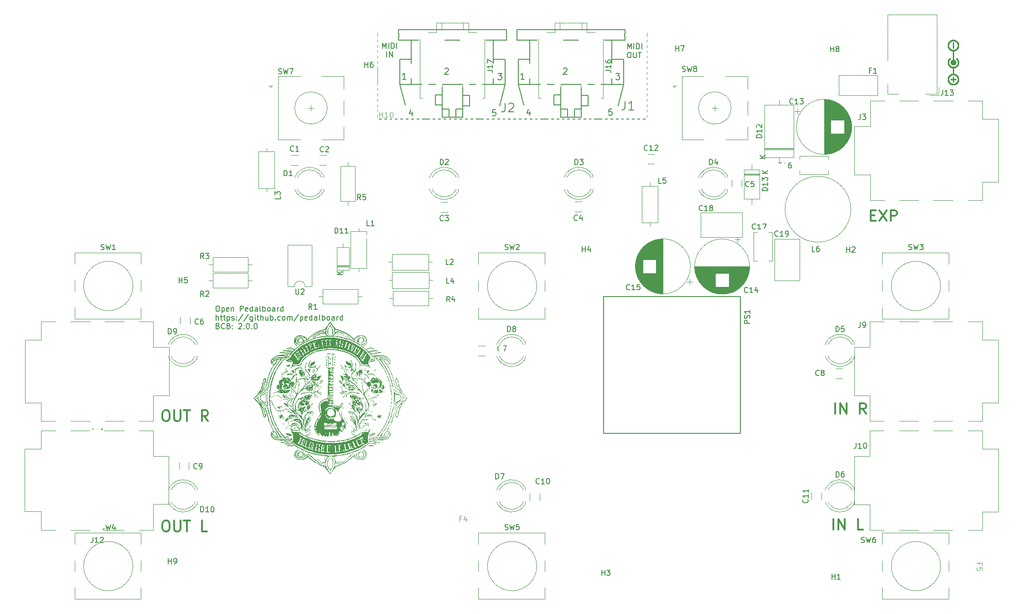
<source format=gto>
G04 #@! TF.GenerationSoftware,KiCad,Pcbnew,7.0.1.1-36-gbcf78dbe24-dirty-deb11*
G04 #@! TF.CreationDate,2023-04-24T19:27:54+00:00*
G04 #@! TF.ProjectId,pedalboard-hw,70656461-6c62-46f6-9172-642d68772e6b,2.0.0*
G04 #@! TF.SameCoordinates,Original*
G04 #@! TF.FileFunction,Legend,Top*
G04 #@! TF.FilePolarity,Positive*
%FSLAX46Y46*%
G04 Gerber Fmt 4.6, Leading zero omitted, Abs format (unit mm)*
G04 Created by KiCad (PCBNEW 7.0.1.1-36-gbcf78dbe24-dirty-deb11) date 2023-04-24 19:27:54*
%MOMM*%
%LPD*%
G01*
G04 APERTURE LIST*
%ADD10C,0.000000*%
%ADD11C,0.019755*%
%ADD12C,0.008210*%
%ADD13C,0.004304*%
%ADD14C,0.004635*%
%ADD15C,0.300000*%
%ADD16C,0.150000*%
%ADD17C,0.100000*%
%ADD18C,0.160020*%
%ADD19C,0.127000*%
%ADD20C,0.120000*%
%ADD21C,0.200000*%
%ADD22C,0.152400*%
%ADD23C,2.700000*%
%ADD24C,1.600000*%
%ADD25O,1.200000X2.200000*%
%ADD26O,2.200000X1.200000*%
%ADD27C,3.000000*%
%ADD28R,4.400000X1.800000*%
%ADD29O,4.000000X1.800000*%
%ADD30O,1.800000X4.000000*%
%ADD31O,1.600000X1.600000*%
%ADD32R,1.070000X1.800000*%
%ADD33O,1.070000X1.800000*%
%ADD34R,2.250000X2.250000*%
%ADD35C,2.250000*%
%ADD36R,1.700000X1.700000*%
%ADD37O,1.700000X1.700000*%
%ADD38C,0.600000*%
%ADD39O,3.000000X2.500000*%
%ADD40R,2.400000X1.600000*%
%ADD41O,2.400000X1.600000*%
%ADD42C,2.600000*%
%ADD43R,2.000000X2.000000*%
%ADD44C,2.000000*%
%ADD45C,3.200000*%
%ADD46R,1.600000X1.600000*%
%ADD47R,3.200000X3.200000*%
%ADD48O,3.200000X3.200000*%
%ADD49R,2.200000X2.200000*%
%ADD50O,2.200000X2.200000*%
%ADD51C,1.350000*%
%ADD52O,1.350000X1.350000*%
G04 APERTURE END LIST*
D10*
G36*
X76272760Y-84789705D02*
G01*
X76274337Y-84791208D01*
X76275727Y-84793865D01*
X76277935Y-84802562D01*
X76279357Y-84815641D01*
X76279967Y-84832948D01*
X76279741Y-84854326D01*
X76278651Y-84879622D01*
X76276673Y-84908680D01*
X76273779Y-84941344D01*
X76265146Y-85016874D01*
X76262340Y-85037857D01*
X76259234Y-85058395D01*
X76255859Y-85078375D01*
X76252247Y-85097683D01*
X76248428Y-85116205D01*
X76244434Y-85133829D01*
X76240294Y-85150439D01*
X76236041Y-85165923D01*
X76231706Y-85180167D01*
X76227318Y-85193057D01*
X76222911Y-85204479D01*
X76218513Y-85214320D01*
X76214157Y-85222466D01*
X76212004Y-85225868D01*
X76209873Y-85228803D01*
X76207768Y-85231258D01*
X76205692Y-85233218D01*
X76203651Y-85234669D01*
X76201646Y-85235597D01*
X76196449Y-85236591D01*
X76191446Y-85236314D01*
X76186646Y-85234837D01*
X76182057Y-85232235D01*
X76177688Y-85228578D01*
X76173547Y-85223939D01*
X76169642Y-85218391D01*
X76165982Y-85212005D01*
X76162576Y-85204855D01*
X76159431Y-85197012D01*
X76153959Y-85179538D01*
X76149635Y-85160163D01*
X76146525Y-85139465D01*
X76144696Y-85118023D01*
X76144217Y-85096415D01*
X76145153Y-85075221D01*
X76147573Y-85055019D01*
X76151542Y-85036387D01*
X76154130Y-85027842D01*
X76157130Y-85019906D01*
X76160551Y-85012652D01*
X76164402Y-85006153D01*
X76168690Y-85000481D01*
X76173425Y-84995707D01*
X76177511Y-84991956D01*
X76181803Y-84987356D01*
X76186261Y-84981972D01*
X76190843Y-84975864D01*
X76195508Y-84969094D01*
X76200213Y-84961725D01*
X76204919Y-84953819D01*
X76209584Y-84945437D01*
X76214166Y-84936641D01*
X76218624Y-84927495D01*
X76222916Y-84918059D01*
X76227002Y-84908395D01*
X76230840Y-84898566D01*
X76234388Y-84888634D01*
X76237606Y-84878661D01*
X76240451Y-84868708D01*
X76247434Y-84842389D01*
X76253812Y-84821537D01*
X76259559Y-84805998D01*
X76264650Y-84795616D01*
X76266942Y-84792311D01*
X76269059Y-84790237D01*
X76271000Y-84789374D01*
X76272760Y-84789705D01*
G37*
G36*
X71948414Y-93282293D02*
G01*
X71956098Y-93282883D01*
X71963637Y-93283782D01*
X71971015Y-93284982D01*
X71978214Y-93286475D01*
X71985220Y-93288255D01*
X71992016Y-93290315D01*
X71998586Y-93292648D01*
X72004914Y-93295246D01*
X72010983Y-93298103D01*
X72016778Y-93301210D01*
X72022282Y-93304562D01*
X72027479Y-93308151D01*
X72032354Y-93311970D01*
X72036889Y-93316012D01*
X72041069Y-93320270D01*
X72044877Y-93324736D01*
X72048298Y-93329403D01*
X72051315Y-93334266D01*
X72053913Y-93339315D01*
X72056074Y-93344545D01*
X72057783Y-93349947D01*
X72059024Y-93355516D01*
X72059780Y-93361244D01*
X72060036Y-93367123D01*
X72059944Y-93368745D01*
X72059670Y-93370304D01*
X72059222Y-93371796D01*
X72058602Y-93373221D01*
X72057818Y-93374576D01*
X72056873Y-93375859D01*
X72055773Y-93377069D01*
X72054523Y-93378203D01*
X72053129Y-93379260D01*
X72051595Y-93380237D01*
X72048129Y-93381945D01*
X72044167Y-93383312D01*
X72039751Y-93384323D01*
X72034921Y-93384961D01*
X72029718Y-93385212D01*
X72024185Y-93385060D01*
X72018363Y-93384489D01*
X72012293Y-93383483D01*
X72006016Y-93382029D01*
X71999573Y-93380109D01*
X71993007Y-93377708D01*
X71985737Y-93375929D01*
X71978503Y-93374559D01*
X71971342Y-93373592D01*
X71964289Y-93373022D01*
X71957381Y-93372846D01*
X71950653Y-93373057D01*
X71944143Y-93373650D01*
X71937886Y-93374621D01*
X71934863Y-93375247D01*
X71931918Y-93375964D01*
X71929054Y-93376774D01*
X71926276Y-93377674D01*
X71923588Y-93378665D01*
X71920995Y-93379745D01*
X71918502Y-93380915D01*
X71916113Y-93382173D01*
X71913832Y-93383520D01*
X71911664Y-93384953D01*
X71909614Y-93386473D01*
X71907686Y-93388078D01*
X71905884Y-93389769D01*
X71904214Y-93391545D01*
X71902679Y-93393404D01*
X71901285Y-93395347D01*
X71899019Y-93398650D01*
X71896221Y-93401928D01*
X71892937Y-93405153D01*
X71889214Y-93408301D01*
X71885098Y-93411346D01*
X71880636Y-93414261D01*
X71875874Y-93417022D01*
X71870859Y-93419601D01*
X71865637Y-93421974D01*
X71860254Y-93424114D01*
X71854759Y-93425996D01*
X71849196Y-93427594D01*
X71843612Y-93428882D01*
X71838054Y-93429833D01*
X71832568Y-93430423D01*
X71827202Y-93430626D01*
X71819334Y-93430291D01*
X71812255Y-93429312D01*
X71805949Y-93427727D01*
X71800399Y-93425575D01*
X71795588Y-93422893D01*
X71791499Y-93419719D01*
X71788115Y-93416092D01*
X71785420Y-93412049D01*
X71783397Y-93407630D01*
X71782028Y-93402871D01*
X71781298Y-93397811D01*
X71781189Y-93392488D01*
X71781685Y-93386940D01*
X71782769Y-93381206D01*
X71784424Y-93375323D01*
X71786633Y-93369330D01*
X71789379Y-93363264D01*
X71792646Y-93357164D01*
X71796417Y-93351068D01*
X71800675Y-93345014D01*
X71805403Y-93339040D01*
X71810585Y-93333184D01*
X71816203Y-93327485D01*
X71822241Y-93321980D01*
X71828682Y-93316708D01*
X71835510Y-93311706D01*
X71842707Y-93307013D01*
X71850256Y-93302667D01*
X71858142Y-93298706D01*
X71866346Y-93295168D01*
X71874853Y-93292091D01*
X71883646Y-93289514D01*
X71891911Y-93287384D01*
X71900161Y-93285618D01*
X71908378Y-93284211D01*
X71916547Y-93283154D01*
X71924651Y-93282441D01*
X71932674Y-93282065D01*
X71940601Y-93282018D01*
X71948414Y-93282293D01*
G37*
G36*
X63589400Y-92129915D02*
G01*
X63592357Y-92131119D01*
X63595030Y-92133032D01*
X63597423Y-92135662D01*
X63599543Y-92139017D01*
X63601394Y-92143106D01*
X63602981Y-92147938D01*
X63605386Y-92159861D01*
X63606798Y-92174853D01*
X63607260Y-92192982D01*
X63606812Y-92214315D01*
X63605496Y-92238919D01*
X63603353Y-92266862D01*
X63600425Y-92298210D01*
X63598729Y-92319045D01*
X63597607Y-92339219D01*
X63597053Y-92358732D01*
X63597062Y-92377583D01*
X63597630Y-92395773D01*
X63598751Y-92413302D01*
X63600419Y-92430169D01*
X63602630Y-92446375D01*
X63605378Y-92461919D01*
X63608659Y-92476802D01*
X63612466Y-92491023D01*
X63616796Y-92504583D01*
X63621642Y-92517481D01*
X63627000Y-92529718D01*
X63632865Y-92541294D01*
X63639230Y-92552208D01*
X63644558Y-92561205D01*
X63649938Y-92570936D01*
X63660728Y-92592227D01*
X63671353Y-92615336D01*
X63681564Y-92639521D01*
X63691114Y-92664035D01*
X63699754Y-92688137D01*
X63707237Y-92711081D01*
X63713314Y-92732124D01*
X63714398Y-92737074D01*
X63715662Y-92741997D01*
X63717099Y-92746887D01*
X63718702Y-92751740D01*
X63722383Y-92761308D01*
X63726653Y-92770654D01*
X63731461Y-92779731D01*
X63736754Y-92788492D01*
X63742482Y-92796893D01*
X63748592Y-92804884D01*
X63755032Y-92812422D01*
X63761752Y-92819457D01*
X63768699Y-92825946D01*
X63775822Y-92831840D01*
X63783068Y-92837093D01*
X63790388Y-92841659D01*
X63794058Y-92843669D01*
X63797727Y-92845491D01*
X63801389Y-92847117D01*
X63805036Y-92848542D01*
X63811724Y-92850890D01*
X63818520Y-92853930D01*
X63825368Y-92857611D01*
X63832211Y-92861881D01*
X63838992Y-92866689D01*
X63845654Y-92871982D01*
X63852140Y-92877709D01*
X63858394Y-92883819D01*
X63864358Y-92890260D01*
X63869976Y-92896979D01*
X63875191Y-92903926D01*
X63879946Y-92911049D01*
X63884184Y-92918296D01*
X63887849Y-92925615D01*
X63890883Y-92932954D01*
X63892146Y-92936616D01*
X63893230Y-92940263D01*
X63896258Y-92949183D01*
X63899389Y-92957421D01*
X63902619Y-92964978D01*
X63905950Y-92971855D01*
X63909378Y-92978053D01*
X63912904Y-92983571D01*
X63916525Y-92988411D01*
X63920240Y-92992574D01*
X63924048Y-92996060D01*
X63927949Y-92998869D01*
X63931939Y-93001003D01*
X63936019Y-93002462D01*
X63940186Y-93003246D01*
X63944440Y-93003357D01*
X63948779Y-93002794D01*
X63953203Y-93001559D01*
X63957709Y-92999652D01*
X63962296Y-92997074D01*
X63966963Y-92993826D01*
X63971710Y-92989908D01*
X63976533Y-92985320D01*
X63981433Y-92980064D01*
X63986408Y-92974140D01*
X63991457Y-92967549D01*
X63996578Y-92960291D01*
X64001770Y-92952367D01*
X64012362Y-92934523D01*
X64023222Y-92914024D01*
X64034341Y-92890873D01*
X64070794Y-92817818D01*
X64106358Y-92751919D01*
X64141467Y-92692894D01*
X64176555Y-92640457D01*
X64194227Y-92616621D01*
X64212057Y-92594325D01*
X64230098Y-92573534D01*
X64248406Y-92554213D01*
X64267034Y-92536326D01*
X64286037Y-92519837D01*
X64305468Y-92504711D01*
X64325383Y-92490913D01*
X64345835Y-92478406D01*
X64366879Y-92467156D01*
X64388569Y-92457127D01*
X64410959Y-92448283D01*
X64434104Y-92440589D01*
X64458057Y-92434010D01*
X64482874Y-92428509D01*
X64508607Y-92424051D01*
X64535312Y-92420601D01*
X64563043Y-92418123D01*
X64621799Y-92415941D01*
X64685310Y-92417222D01*
X64754008Y-92421681D01*
X64778505Y-92423951D01*
X64803012Y-92426776D01*
X64851849Y-92434001D01*
X64900108Y-92443168D01*
X64947375Y-92454093D01*
X64993236Y-92466588D01*
X65037278Y-92480468D01*
X65079088Y-92495547D01*
X65118251Y-92511639D01*
X65154356Y-92528558D01*
X65171132Y-92537270D01*
X65186988Y-92546118D01*
X65201872Y-92555080D01*
X65215734Y-92564132D01*
X65228520Y-92573252D01*
X65240180Y-92582415D01*
X65250662Y-92591599D01*
X65259914Y-92600781D01*
X65267884Y-92609936D01*
X65274521Y-92619043D01*
X65279773Y-92628077D01*
X65283588Y-92637016D01*
X65285915Y-92645836D01*
X65286703Y-92654513D01*
X65286620Y-92662566D01*
X65286207Y-92669493D01*
X65285214Y-92675241D01*
X65283395Y-92679759D01*
X65282098Y-92681541D01*
X65280501Y-92682996D01*
X65278574Y-92684118D01*
X65276284Y-92684900D01*
X65273602Y-92685335D01*
X65270497Y-92685418D01*
X65262890Y-92684500D01*
X65253216Y-92682094D01*
X65241227Y-92678147D01*
X65226675Y-92672609D01*
X65209312Y-92665428D01*
X65165159Y-92645929D01*
X65106786Y-92619236D01*
X65073158Y-92604892D01*
X65040998Y-92592289D01*
X65010202Y-92581432D01*
X64980668Y-92572328D01*
X64952290Y-92564980D01*
X64924967Y-92559395D01*
X64898595Y-92555577D01*
X64873071Y-92553531D01*
X64848290Y-92553263D01*
X64824150Y-92554778D01*
X64800548Y-92558081D01*
X64777380Y-92563178D01*
X64754542Y-92570072D01*
X64731932Y-92578770D01*
X64709446Y-92589277D01*
X64686980Y-92601597D01*
X64665331Y-92613579D01*
X64638143Y-92628000D01*
X64571446Y-92662010D01*
X64495488Y-92699327D01*
X64418870Y-92735652D01*
X64386309Y-92752172D01*
X64354839Y-92769917D01*
X64324557Y-92788788D01*
X64295563Y-92808688D01*
X64267953Y-92829518D01*
X64241826Y-92851179D01*
X64217281Y-92873575D01*
X64194415Y-92896607D01*
X64173326Y-92920175D01*
X64154114Y-92944184D01*
X64136875Y-92968533D01*
X64121709Y-92993125D01*
X64108713Y-93017862D01*
X64097986Y-93042646D01*
X64093504Y-93055024D01*
X64089626Y-93067378D01*
X64086364Y-93079694D01*
X64083730Y-93091960D01*
X64081584Y-93101271D01*
X64079124Y-93110023D01*
X64076370Y-93118213D01*
X64073340Y-93125838D01*
X64070051Y-93132898D01*
X64066522Y-93139390D01*
X64062771Y-93145313D01*
X64058816Y-93150663D01*
X64054674Y-93155440D01*
X64050365Y-93159642D01*
X64045905Y-93163266D01*
X64041314Y-93166311D01*
X64036610Y-93168774D01*
X64031809Y-93170654D01*
X64026932Y-93171949D01*
X64021994Y-93172656D01*
X64017016Y-93172775D01*
X64012014Y-93172302D01*
X64007007Y-93171237D01*
X64002013Y-93169576D01*
X63997050Y-93167319D01*
X63992136Y-93164463D01*
X63987289Y-93161006D01*
X63982527Y-93156946D01*
X63977869Y-93152282D01*
X63973332Y-93147011D01*
X63968935Y-93141132D01*
X63964696Y-93134642D01*
X63960632Y-93127540D01*
X63956761Y-93119824D01*
X63953103Y-93111491D01*
X63949675Y-93102540D01*
X63945965Y-93093910D01*
X63941489Y-93085254D01*
X63936311Y-93076628D01*
X63930492Y-93068091D01*
X63924095Y-93059698D01*
X63917181Y-93051506D01*
X63909812Y-93043573D01*
X63902050Y-93035955D01*
X63893957Y-93028709D01*
X63885596Y-93021892D01*
X63877028Y-93015560D01*
X63868315Y-93009772D01*
X63859520Y-93004582D01*
X63850704Y-93000049D01*
X63841929Y-92996229D01*
X63833258Y-92993179D01*
X63817571Y-92988021D01*
X63802183Y-92980357D01*
X63786982Y-92969995D01*
X63771853Y-92956744D01*
X63756682Y-92940414D01*
X63741357Y-92920812D01*
X63725763Y-92897748D01*
X63709786Y-92871031D01*
X63693313Y-92840468D01*
X63676231Y-92805870D01*
X63658425Y-92767044D01*
X63639782Y-92723801D01*
X63599529Y-92623293D01*
X63554564Y-92502818D01*
X63540876Y-92464793D01*
X63528905Y-92429961D01*
X63518628Y-92398127D01*
X63510026Y-92369093D01*
X63503077Y-92342664D01*
X63500216Y-92330365D01*
X63497761Y-92318644D01*
X63495709Y-92307475D01*
X63494058Y-92296834D01*
X63492804Y-92286698D01*
X63491946Y-92277041D01*
X63491480Y-92267838D01*
X63491405Y-92259066D01*
X63491717Y-92250699D01*
X63492414Y-92242714D01*
X63493494Y-92235085D01*
X63494953Y-92227788D01*
X63496790Y-92220798D01*
X63499001Y-92214092D01*
X63501585Y-92207644D01*
X63504537Y-92201429D01*
X63507857Y-92195424D01*
X63511541Y-92189604D01*
X63515587Y-92183944D01*
X63519992Y-92178419D01*
X63524754Y-92173006D01*
X63529869Y-92167679D01*
X63543064Y-92154998D01*
X63554894Y-92144783D01*
X63565402Y-92137100D01*
X63570172Y-92134229D01*
X63574628Y-92132016D01*
X63578773Y-92130470D01*
X63582614Y-92129599D01*
X63586154Y-92129411D01*
X63589400Y-92129915D01*
G37*
G36*
X77645412Y-92076611D02*
G01*
X77648132Y-92077082D01*
X77650913Y-92077812D01*
X77653768Y-92078803D01*
X77656705Y-92080055D01*
X77659735Y-92081569D01*
X77662868Y-92083345D01*
X77666115Y-92085383D01*
X77669486Y-92087685D01*
X77672991Y-92090252D01*
X77680446Y-92096180D01*
X77688562Y-92103173D01*
X77697423Y-92111235D01*
X77705486Y-92119473D01*
X77709115Y-92123334D01*
X77712479Y-92127035D01*
X77715576Y-92130582D01*
X77718407Y-92133986D01*
X77720974Y-92137254D01*
X77723276Y-92140395D01*
X77725315Y-92143417D01*
X77727091Y-92146329D01*
X77728604Y-92149138D01*
X77729857Y-92151854D01*
X77730848Y-92154484D01*
X77731578Y-92157038D01*
X77732049Y-92159523D01*
X77732261Y-92161948D01*
X77732215Y-92164321D01*
X77731911Y-92166651D01*
X77731350Y-92168946D01*
X77730532Y-92171215D01*
X77729459Y-92173465D01*
X77728130Y-92175706D01*
X77726547Y-92177946D01*
X77724710Y-92180192D01*
X77722620Y-92182455D01*
X77720277Y-92184741D01*
X77717682Y-92187059D01*
X77714836Y-92189418D01*
X77711739Y-92191826D01*
X77708393Y-92194292D01*
X77700952Y-92199429D01*
X77691768Y-92204993D01*
X77682750Y-92209794D01*
X77673921Y-92213853D01*
X77665302Y-92217193D01*
X77656916Y-92219835D01*
X77648785Y-92221801D01*
X77640930Y-92223113D01*
X77633373Y-92223794D01*
X77626137Y-92223865D01*
X77619243Y-92223348D01*
X77612713Y-92222266D01*
X77606570Y-92220639D01*
X77600835Y-92218490D01*
X77595530Y-92215842D01*
X77590677Y-92212715D01*
X77586299Y-92209133D01*
X77582416Y-92205116D01*
X77579052Y-92200687D01*
X77576228Y-92195868D01*
X77573965Y-92190681D01*
X77572287Y-92185147D01*
X77571214Y-92179290D01*
X77570770Y-92173130D01*
X77570975Y-92166689D01*
X77571852Y-92159990D01*
X77573423Y-92153055D01*
X77575709Y-92145905D01*
X77578734Y-92138563D01*
X77582517Y-92131050D01*
X77587083Y-92123389D01*
X77592452Y-92115601D01*
X77598647Y-92107708D01*
X77605027Y-92100268D01*
X77610993Y-92093824D01*
X77613848Y-92090978D01*
X77616630Y-92088384D01*
X77619349Y-92086041D01*
X77622018Y-92083951D01*
X77624645Y-92082114D01*
X77627240Y-92080530D01*
X77629816Y-92079202D01*
X77632381Y-92078128D01*
X77634945Y-92077311D01*
X77637521Y-92076749D01*
X77640117Y-92076445D01*
X77642743Y-92076399D01*
X77645412Y-92076611D01*
G37*
G36*
X75174622Y-89700882D02*
G01*
X75177078Y-89701202D01*
X75179659Y-89701834D01*
X75182376Y-89702779D01*
X75185239Y-89704037D01*
X75188260Y-89705611D01*
X75191450Y-89707502D01*
X75194819Y-89709710D01*
X75198379Y-89712237D01*
X75206114Y-89718254D01*
X75214743Y-89725563D01*
X75224354Y-89734174D01*
X75235034Y-89744098D01*
X75241524Y-89750241D01*
X75247757Y-89756741D01*
X75253727Y-89763561D01*
X75259426Y-89770666D01*
X75264845Y-89778019D01*
X75269978Y-89785583D01*
X75274816Y-89793323D01*
X75279352Y-89801203D01*
X75283578Y-89809186D01*
X75287486Y-89817237D01*
X75291069Y-89825318D01*
X75294318Y-89833394D01*
X75297226Y-89841429D01*
X75299785Y-89849386D01*
X75301988Y-89857230D01*
X75303826Y-89864924D01*
X75305293Y-89872431D01*
X75306379Y-89879717D01*
X75307078Y-89886744D01*
X75307382Y-89893477D01*
X75307282Y-89899879D01*
X75306772Y-89905914D01*
X75305843Y-89911545D01*
X75304488Y-89916738D01*
X75302698Y-89921455D01*
X75300467Y-89925661D01*
X75297787Y-89929319D01*
X75294649Y-89932393D01*
X75291045Y-89934846D01*
X75286970Y-89936644D01*
X75282413Y-89937749D01*
X75277368Y-89938125D01*
X75272278Y-89937699D01*
X75266949Y-89936448D01*
X75261410Y-89934419D01*
X75255692Y-89931655D01*
X75249824Y-89928202D01*
X75243836Y-89924103D01*
X75231618Y-89914147D01*
X75219276Y-89902145D01*
X75207047Y-89888454D01*
X75195170Y-89873429D01*
X75183883Y-89857427D01*
X75173422Y-89840805D01*
X75164025Y-89823920D01*
X75155931Y-89807128D01*
X75149377Y-89790785D01*
X75144600Y-89775249D01*
X75142953Y-89767894D01*
X75141839Y-89760875D01*
X75141288Y-89754235D01*
X75141331Y-89748020D01*
X75141996Y-89742274D01*
X75143314Y-89737042D01*
X75147173Y-89728362D01*
X75150872Y-89720850D01*
X75154498Y-89714516D01*
X75156312Y-89711794D01*
X75158141Y-89709370D01*
X75159995Y-89707247D01*
X75161886Y-89705424D01*
X75163825Y-89703904D01*
X75165823Y-89702687D01*
X75167890Y-89701775D01*
X75170039Y-89701169D01*
X75172279Y-89700871D01*
X75174622Y-89700882D01*
G37*
G36*
X66637051Y-79003071D02*
G01*
X66637990Y-79003598D01*
X66638903Y-79004476D01*
X66639798Y-79005706D01*
X66640683Y-79007288D01*
X66641566Y-79009220D01*
X66643354Y-79014140D01*
X66645224Y-79020465D01*
X66647240Y-79028196D01*
X66651952Y-79047875D01*
X66653473Y-79054426D01*
X66654732Y-79060840D01*
X66655736Y-79067108D01*
X66656493Y-79073217D01*
X66657010Y-79079155D01*
X66657293Y-79084911D01*
X66657351Y-79090474D01*
X66657189Y-79095831D01*
X66656815Y-79100970D01*
X66656237Y-79105882D01*
X66655461Y-79110553D01*
X66654495Y-79114972D01*
X66653345Y-79119127D01*
X66652019Y-79123007D01*
X66650523Y-79126601D01*
X66648866Y-79129896D01*
X66647053Y-79132881D01*
X66645092Y-79135544D01*
X66642991Y-79137874D01*
X66640756Y-79139859D01*
X66638394Y-79141488D01*
X66635913Y-79142748D01*
X66633319Y-79143628D01*
X66630620Y-79144117D01*
X66627823Y-79144203D01*
X66624935Y-79143875D01*
X66621963Y-79143119D01*
X66618914Y-79141926D01*
X66615795Y-79140284D01*
X66612614Y-79138180D01*
X66609377Y-79135603D01*
X66606091Y-79132542D01*
X66604820Y-79131468D01*
X66603650Y-79130234D01*
X66602582Y-79128847D01*
X66601613Y-79127312D01*
X66599968Y-79123821D01*
X66598705Y-79119808D01*
X66597814Y-79115320D01*
X66597285Y-79110403D01*
X66597108Y-79105104D01*
X66597272Y-79099468D01*
X66597766Y-79093544D01*
X66598581Y-79087376D01*
X66599706Y-79081012D01*
X66601130Y-79074498D01*
X66602844Y-79067881D01*
X66604837Y-79061207D01*
X66607099Y-79054523D01*
X66609619Y-79047875D01*
X66618962Y-79028196D01*
X66622797Y-79020465D01*
X66626156Y-79014140D01*
X66629101Y-79009220D01*
X66630439Y-79007288D01*
X66631696Y-79005706D01*
X66632880Y-79004476D01*
X66634000Y-79003598D01*
X66635064Y-79003071D01*
X66636078Y-79002895D01*
X66637051Y-79003071D01*
G37*
G36*
X66641397Y-89925393D02*
G01*
X66642645Y-89926057D01*
X66643801Y-89927328D01*
X66644876Y-89929202D01*
X66645882Y-89931678D01*
X66646829Y-89934755D01*
X66648590Y-89942700D01*
X66650248Y-89953022D01*
X66651891Y-89965706D01*
X66655481Y-89998097D01*
X66658437Y-90018650D01*
X66661930Y-90040154D01*
X66665836Y-90061907D01*
X66670032Y-90083205D01*
X66674394Y-90103345D01*
X66678797Y-90121625D01*
X66683117Y-90137341D01*
X66685207Y-90144019D01*
X66687231Y-90149792D01*
X66692296Y-90162066D01*
X66696911Y-90174397D01*
X66701080Y-90186761D01*
X66704808Y-90199132D01*
X66708099Y-90211485D01*
X66710958Y-90223794D01*
X66713389Y-90236036D01*
X66715398Y-90248183D01*
X66716988Y-90260212D01*
X66718163Y-90272096D01*
X66718929Y-90283812D01*
X66719291Y-90295332D01*
X66719251Y-90306634D01*
X66718816Y-90317690D01*
X66717989Y-90328477D01*
X66716776Y-90338968D01*
X66715180Y-90349139D01*
X66713206Y-90358964D01*
X66710858Y-90368419D01*
X66708142Y-90377478D01*
X66705062Y-90386115D01*
X66701621Y-90394306D01*
X66697826Y-90402026D01*
X66693680Y-90409249D01*
X66689187Y-90415950D01*
X66684353Y-90422103D01*
X66679181Y-90427685D01*
X66673677Y-90432669D01*
X66667845Y-90437030D01*
X66661689Y-90440743D01*
X66655214Y-90443784D01*
X66648424Y-90446125D01*
X66627935Y-90451288D01*
X66608163Y-90455553D01*
X66589143Y-90458952D01*
X66570910Y-90461518D01*
X66553498Y-90463283D01*
X66536943Y-90464279D01*
X66521279Y-90464539D01*
X66506542Y-90464095D01*
X66492766Y-90462979D01*
X66479985Y-90461223D01*
X66468236Y-90458861D01*
X66457553Y-90455923D01*
X66447970Y-90452443D01*
X66439523Y-90448452D01*
X66432246Y-90443984D01*
X66426175Y-90439069D01*
X66421344Y-90433742D01*
X66417788Y-90428033D01*
X66415542Y-90421976D01*
X66414641Y-90415601D01*
X66415119Y-90408943D01*
X66417013Y-90402033D01*
X66420355Y-90394903D01*
X66425183Y-90387586D01*
X66431529Y-90380114D01*
X66439430Y-90372519D01*
X66448920Y-90364834D01*
X66460033Y-90357090D01*
X66472806Y-90349321D01*
X66487272Y-90341558D01*
X66503467Y-90333834D01*
X66521425Y-90326181D01*
X66531429Y-90321860D01*
X66540936Y-90317497D01*
X66549944Y-90313090D01*
X66558453Y-90308638D01*
X66566460Y-90304139D01*
X66573964Y-90299592D01*
X66580965Y-90294997D01*
X66587461Y-90290351D01*
X66593450Y-90285653D01*
X66598931Y-90280902D01*
X66603903Y-90276097D01*
X66608365Y-90271237D01*
X66612316Y-90266320D01*
X66615753Y-90261344D01*
X66618677Y-90256309D01*
X66621085Y-90251214D01*
X66622976Y-90246056D01*
X66624349Y-90240836D01*
X66625203Y-90235550D01*
X66625536Y-90230199D01*
X66625347Y-90224780D01*
X66624635Y-90219293D01*
X66623398Y-90213737D01*
X66621636Y-90208109D01*
X66619346Y-90202409D01*
X66616528Y-90196635D01*
X66613181Y-90190787D01*
X66609302Y-90184862D01*
X66604891Y-90178859D01*
X66599947Y-90172778D01*
X66594468Y-90166617D01*
X66588452Y-90160374D01*
X66583493Y-90154911D01*
X66579206Y-90149081D01*
X66575600Y-90142849D01*
X66572688Y-90136176D01*
X66570478Y-90129029D01*
X66568981Y-90121369D01*
X66568207Y-90113162D01*
X66568168Y-90104371D01*
X66568872Y-90094960D01*
X66570331Y-90084893D01*
X66572555Y-90074133D01*
X66575554Y-90062644D01*
X66579338Y-90050391D01*
X66583919Y-90037337D01*
X66589305Y-90023445D01*
X66595508Y-90008680D01*
X66611831Y-89972776D01*
X66618475Y-89958629D01*
X66624226Y-89946999D01*
X66629171Y-89937871D01*
X66633397Y-89931228D01*
X66635268Y-89928833D01*
X66636993Y-89927055D01*
X66638582Y-89925890D01*
X66640046Y-89925337D01*
X66641397Y-89925393D01*
G37*
G36*
X64564178Y-82586928D02*
G01*
X64565934Y-82587201D01*
X64570061Y-82588459D01*
X64574974Y-82590646D01*
X64580630Y-82593743D01*
X64586990Y-82597729D01*
X64594011Y-82602583D01*
X64601652Y-82608285D01*
X64609872Y-82614813D01*
X64618630Y-82622148D01*
X64627883Y-82630267D01*
X64637592Y-82639152D01*
X64646232Y-82648458D01*
X64654294Y-82657827D01*
X64661779Y-82667221D01*
X64668687Y-82676600D01*
X64675019Y-82685925D01*
X64680775Y-82695156D01*
X64685956Y-82704255D01*
X64690563Y-82713180D01*
X64694597Y-82721894D01*
X64698057Y-82730357D01*
X64700945Y-82738529D01*
X64703262Y-82746370D01*
X64705007Y-82753843D01*
X64706182Y-82760906D01*
X64706788Y-82767521D01*
X64706824Y-82773649D01*
X64706292Y-82779249D01*
X64705192Y-82784283D01*
X64703525Y-82788711D01*
X64701291Y-82792493D01*
X64698492Y-82795591D01*
X64696880Y-82796871D01*
X64695127Y-82797965D01*
X64693233Y-82798868D01*
X64691198Y-82799575D01*
X64686705Y-82800383D01*
X64681648Y-82800348D01*
X64676029Y-82799431D01*
X64669848Y-82797593D01*
X64663106Y-82794794D01*
X64655803Y-82790996D01*
X64647940Y-82786158D01*
X64639517Y-82780242D01*
X64630536Y-82773207D01*
X64623586Y-82767715D01*
X64617272Y-82763168D01*
X64611568Y-82759604D01*
X64608937Y-82758201D01*
X64606448Y-82757057D01*
X64604099Y-82756177D01*
X64601886Y-82755565D01*
X64599806Y-82755225D01*
X64597856Y-82755163D01*
X64596032Y-82755382D01*
X64594332Y-82755887D01*
X64592752Y-82756683D01*
X64591289Y-82757774D01*
X64589940Y-82759165D01*
X64588701Y-82760860D01*
X64587570Y-82762864D01*
X64586542Y-82765182D01*
X64585615Y-82767817D01*
X64584786Y-82770774D01*
X64583407Y-82777674D01*
X64582379Y-82785917D01*
X64581678Y-82795540D01*
X64581275Y-82806579D01*
X64581147Y-82819070D01*
X64581268Y-82828282D01*
X64581622Y-82837370D01*
X64582193Y-82846293D01*
X64582966Y-82855008D01*
X64583925Y-82863476D01*
X64585054Y-82871655D01*
X64586338Y-82879503D01*
X64587762Y-82886979D01*
X64589309Y-82894041D01*
X64590966Y-82900649D01*
X64592715Y-82906760D01*
X64594542Y-82912334D01*
X64596431Y-82917330D01*
X64598366Y-82921705D01*
X64600332Y-82925419D01*
X64602314Y-82928430D01*
X64606149Y-82933056D01*
X64609716Y-82938937D01*
X64613017Y-82945984D01*
X64616053Y-82954110D01*
X64621336Y-82973241D01*
X64625575Y-82995623D01*
X64628781Y-83020548D01*
X64630963Y-83047307D01*
X64632133Y-83075193D01*
X64632300Y-83103497D01*
X64631475Y-83131511D01*
X64629668Y-83158529D01*
X64626889Y-83183841D01*
X64623150Y-83206740D01*
X64618459Y-83226517D01*
X64612828Y-83242465D01*
X64609663Y-83248782D01*
X64606267Y-83253876D01*
X64602641Y-83257659D01*
X64598786Y-83260042D01*
X64590472Y-83261329D01*
X64580184Y-83260004D01*
X64568081Y-83256225D01*
X64554317Y-83250148D01*
X64539049Y-83241932D01*
X64522434Y-83231734D01*
X64485787Y-83206023D01*
X64445626Y-83174276D01*
X64403201Y-83137754D01*
X64359763Y-83097719D01*
X64316564Y-83055430D01*
X64274852Y-83012149D01*
X64235879Y-82969137D01*
X64200896Y-82927655D01*
X64171153Y-82888963D01*
X64147900Y-82854322D01*
X64139099Y-82838915D01*
X64132389Y-82824994D01*
X64127927Y-82812716D01*
X64125869Y-82802239D01*
X64126372Y-82793721D01*
X64129591Y-82787319D01*
X64138301Y-82776953D01*
X64147224Y-82767026D01*
X64156345Y-82757543D01*
X64165648Y-82748506D01*
X64175119Y-82739922D01*
X64184743Y-82731795D01*
X64194505Y-82724129D01*
X64204391Y-82716929D01*
X64214386Y-82710199D01*
X64224474Y-82703943D01*
X64234640Y-82698167D01*
X64244871Y-82692875D01*
X64255151Y-82688071D01*
X64265465Y-82683760D01*
X64275799Y-82679947D01*
X64286137Y-82676635D01*
X64296464Y-82673830D01*
X64306767Y-82671536D01*
X64317029Y-82669757D01*
X64327237Y-82668498D01*
X64337374Y-82667764D01*
X64347428Y-82667558D01*
X64357381Y-82667887D01*
X64367220Y-82668753D01*
X64376931Y-82670162D01*
X64386497Y-82672118D01*
X64395904Y-82674626D01*
X64405137Y-82677690D01*
X64414182Y-82681314D01*
X64423023Y-82685504D01*
X64431646Y-82690264D01*
X64440036Y-82695598D01*
X64448250Y-82701201D01*
X64456343Y-82706116D01*
X64464300Y-82710355D01*
X64472103Y-82713932D01*
X64479735Y-82716861D01*
X64487180Y-82719154D01*
X64494421Y-82720826D01*
X64501441Y-82721890D01*
X64508224Y-82722360D01*
X64514751Y-82722249D01*
X64521008Y-82721571D01*
X64526976Y-82720340D01*
X64532640Y-82718568D01*
X64537982Y-82716270D01*
X64542985Y-82713459D01*
X64547633Y-82710149D01*
X64551909Y-82706353D01*
X64555796Y-82702085D01*
X64559278Y-82697358D01*
X64562337Y-82692186D01*
X64564957Y-82686583D01*
X64567121Y-82680562D01*
X64568811Y-82674136D01*
X64570013Y-82667320D01*
X64570708Y-82660126D01*
X64570879Y-82652569D01*
X64570511Y-82644661D01*
X64569586Y-82636417D01*
X64568087Y-82627850D01*
X64565998Y-82618974D01*
X64563301Y-82609802D01*
X64559981Y-82600348D01*
X64558527Y-82595590D01*
X64558190Y-82593608D01*
X64558107Y-82591887D01*
X64558271Y-82590424D01*
X64558678Y-82589217D01*
X64559323Y-82588263D01*
X64560201Y-82587560D01*
X64561306Y-82587104D01*
X64562633Y-82586895D01*
X64564178Y-82586928D01*
G37*
G36*
X76203114Y-84402948D02*
G01*
X76211788Y-84403207D01*
X76220959Y-84403694D01*
X76230585Y-84404413D01*
X76240624Y-84405370D01*
X76251035Y-84406570D01*
X76265517Y-84408074D01*
X76278589Y-84410008D01*
X76290327Y-84412468D01*
X76295721Y-84413927D01*
X76300810Y-84415554D01*
X76305605Y-84417362D01*
X76310114Y-84419363D01*
X76314349Y-84421570D01*
X76318318Y-84423994D01*
X76322031Y-84426649D01*
X76325499Y-84429545D01*
X76328729Y-84432696D01*
X76331733Y-84436114D01*
X76334520Y-84439811D01*
X76337100Y-84443799D01*
X76339482Y-84448091D01*
X76341676Y-84452699D01*
X76343692Y-84457635D01*
X76345539Y-84462911D01*
X76348766Y-84474534D01*
X76351435Y-84487666D01*
X76353623Y-84502404D01*
X76355408Y-84518849D01*
X76356868Y-84537096D01*
X76360155Y-84575310D01*
X76361078Y-84590349D01*
X76361334Y-84602692D01*
X76361168Y-84607854D01*
X76360784Y-84612347D01*
X76360163Y-84616170D01*
X76359288Y-84619325D01*
X76358141Y-84621813D01*
X76356707Y-84623637D01*
X76354965Y-84624796D01*
X76352901Y-84625292D01*
X76350495Y-84625127D01*
X76347730Y-84624301D01*
X76344590Y-84622817D01*
X76341057Y-84620675D01*
X76337112Y-84617877D01*
X76332739Y-84614424D01*
X76322639Y-84605558D01*
X76310617Y-84594087D01*
X76296532Y-84580023D01*
X76261620Y-84544152D01*
X76239701Y-84520746D01*
X76219230Y-84498456D01*
X76200661Y-84477738D01*
X76184448Y-84459045D01*
X76177368Y-84450600D01*
X76171047Y-84442832D01*
X76165542Y-84435798D01*
X76160911Y-84429554D01*
X76157210Y-84424158D01*
X76154496Y-84419667D01*
X76153527Y-84417778D01*
X76152826Y-84416136D01*
X76152400Y-84414749D01*
X76152257Y-84413624D01*
X76152380Y-84412652D01*
X76152746Y-84411723D01*
X76153350Y-84410836D01*
X76154186Y-84409993D01*
X76156536Y-84408438D01*
X76159753Y-84407065D01*
X76163798Y-84405877D01*
X76168628Y-84404881D01*
X76174202Y-84404081D01*
X76180479Y-84403482D01*
X76187418Y-84403090D01*
X76194976Y-84402911D01*
X76203114Y-84402948D01*
G37*
G36*
X70545054Y-79778196D02*
G01*
X70546975Y-79778409D01*
X70548852Y-79778758D01*
X70550684Y-79779241D01*
X70552469Y-79779853D01*
X70554207Y-79780590D01*
X70555895Y-79781448D01*
X70557533Y-79782424D01*
X70559119Y-79783514D01*
X70560652Y-79784714D01*
X70562131Y-79786019D01*
X70563555Y-79787427D01*
X70566230Y-79790533D01*
X70568668Y-79794000D01*
X70570857Y-79797798D01*
X70572788Y-79801896D01*
X70574450Y-79806263D01*
X70575833Y-79810867D01*
X70576927Y-79815678D01*
X70577721Y-79820665D01*
X70578205Y-79825796D01*
X70578369Y-79831041D01*
X70578328Y-79833676D01*
X70578205Y-79836287D01*
X70578003Y-79838868D01*
X70577721Y-79841418D01*
X70577362Y-79843931D01*
X70576927Y-79846405D01*
X70576417Y-79848834D01*
X70575833Y-79851216D01*
X70575177Y-79853546D01*
X70574450Y-79855820D01*
X70573653Y-79858035D01*
X70572788Y-79860187D01*
X70571855Y-79862271D01*
X70570857Y-79864285D01*
X70569794Y-79866223D01*
X70568668Y-79868083D01*
X70567479Y-79869860D01*
X70566230Y-79871550D01*
X70564922Y-79873151D01*
X70563555Y-79874656D01*
X70562131Y-79876064D01*
X70560652Y-79877369D01*
X70559119Y-79878569D01*
X70557533Y-79879659D01*
X70555895Y-79880635D01*
X70554207Y-79881493D01*
X70552469Y-79882230D01*
X70550684Y-79882842D01*
X70548852Y-79883324D01*
X70546975Y-79883674D01*
X70545054Y-79883886D01*
X70543091Y-79883958D01*
X70541438Y-79883886D01*
X70539788Y-79883674D01*
X70538144Y-79883324D01*
X70536511Y-79882842D01*
X70534890Y-79882230D01*
X70533285Y-79881493D01*
X70531700Y-79880635D01*
X70530137Y-79879659D01*
X70527092Y-79877369D01*
X70524177Y-79874656D01*
X70521416Y-79871550D01*
X70518837Y-79868083D01*
X70516464Y-79864285D01*
X70514324Y-79860187D01*
X70512442Y-79855820D01*
X70510844Y-79851216D01*
X70509557Y-79846405D01*
X70508605Y-79841418D01*
X70508015Y-79836287D01*
X70507812Y-79831041D01*
X70507864Y-79828407D01*
X70508015Y-79825796D01*
X70508263Y-79823215D01*
X70508605Y-79820665D01*
X70509037Y-79818152D01*
X70509557Y-79815678D01*
X70510160Y-79813249D01*
X70510844Y-79810867D01*
X70511606Y-79808537D01*
X70512442Y-79806263D01*
X70513349Y-79804048D01*
X70514324Y-79801896D01*
X70515363Y-79799812D01*
X70516464Y-79797798D01*
X70517623Y-79795860D01*
X70518837Y-79794000D01*
X70520102Y-79792223D01*
X70521416Y-79790533D01*
X70522776Y-79788933D01*
X70524177Y-79787427D01*
X70525617Y-79786019D01*
X70527092Y-79784714D01*
X70528600Y-79783514D01*
X70530137Y-79782424D01*
X70531700Y-79781448D01*
X70533285Y-79780590D01*
X70534890Y-79779853D01*
X70536511Y-79779241D01*
X70538144Y-79778758D01*
X70539788Y-79778409D01*
X70541438Y-79778196D01*
X70543091Y-79778125D01*
X70545054Y-79778196D01*
G37*
G36*
X78649754Y-87449886D02*
G01*
X78651143Y-87450088D01*
X78652378Y-87450473D01*
X78653451Y-87451042D01*
X78654280Y-87452177D01*
X78654784Y-87453594D01*
X78654972Y-87455283D01*
X78654850Y-87457236D01*
X78653707Y-87461902D01*
X78651412Y-87467523D01*
X78648021Y-87474034D01*
X78643592Y-87481366D01*
X78638181Y-87489452D01*
X78631844Y-87498226D01*
X78624640Y-87507620D01*
X78616624Y-87517566D01*
X78607854Y-87527999D01*
X78598386Y-87538850D01*
X78577585Y-87561539D01*
X78554675Y-87585096D01*
X78533051Y-87605078D01*
X78514471Y-87621422D01*
X78498919Y-87634210D01*
X78486379Y-87643526D01*
X78476837Y-87649452D01*
X78473185Y-87651169D01*
X78470277Y-87652070D01*
X78468110Y-87652165D01*
X78466682Y-87651464D01*
X78465993Y-87649977D01*
X78466039Y-87647716D01*
X78466819Y-87644689D01*
X78468331Y-87640908D01*
X78473542Y-87631124D01*
X78481658Y-87618446D01*
X78492662Y-87602957D01*
X78506540Y-87584739D01*
X78523275Y-87563875D01*
X78542853Y-87540449D01*
X78565257Y-87514541D01*
X78572526Y-87506193D01*
X78579754Y-87498357D01*
X78586899Y-87491047D01*
X78593920Y-87484280D01*
X78600776Y-87478071D01*
X78607425Y-87472436D01*
X78613826Y-87467390D01*
X78619938Y-87462948D01*
X78625719Y-87459127D01*
X78631128Y-87455941D01*
X78636123Y-87453406D01*
X78638453Y-87452388D01*
X78640664Y-87451538D01*
X78642751Y-87450859D01*
X78644708Y-87450352D01*
X78646532Y-87450020D01*
X78648215Y-87449864D01*
X78649754Y-87449886D01*
G37*
G36*
X80219785Y-85284987D02*
G01*
X80229170Y-85285069D01*
X80237485Y-85285317D01*
X80244736Y-85285731D01*
X80250928Y-85286309D01*
X80253628Y-85286661D01*
X80256065Y-85287053D01*
X80258240Y-85287487D01*
X80260154Y-85287963D01*
X80261806Y-85288479D01*
X80263198Y-85289037D01*
X80264331Y-85289637D01*
X80265204Y-85290278D01*
X80265819Y-85290960D01*
X80266177Y-85291683D01*
X80266277Y-85292448D01*
X80266121Y-85293254D01*
X80265709Y-85294101D01*
X80265042Y-85294990D01*
X80264120Y-85295920D01*
X80262944Y-85296892D01*
X80261516Y-85297905D01*
X80259835Y-85298959D01*
X80257901Y-85300054D01*
X80255717Y-85301191D01*
X80250597Y-85303589D01*
X80244479Y-85306152D01*
X80239112Y-85308337D01*
X80233620Y-85310899D01*
X80228046Y-85313803D01*
X80222431Y-85317011D01*
X80216815Y-85320488D01*
X80211241Y-85324198D01*
X80205749Y-85328104D01*
X80200382Y-85332170D01*
X80195180Y-85336360D01*
X80190184Y-85340638D01*
X80185437Y-85344968D01*
X80180979Y-85349313D01*
X80176852Y-85353637D01*
X80173096Y-85357905D01*
X80169754Y-85362080D01*
X80166867Y-85366125D01*
X80163643Y-85370344D01*
X80162095Y-85372146D01*
X80160590Y-85373746D01*
X80159129Y-85375144D01*
X80157713Y-85376342D01*
X80156341Y-85377340D01*
X80155016Y-85378142D01*
X80153737Y-85378746D01*
X80152505Y-85379156D01*
X80151322Y-85379372D01*
X80150186Y-85379395D01*
X80149100Y-85379228D01*
X80148063Y-85378870D01*
X80147077Y-85378324D01*
X80146142Y-85377590D01*
X80145258Y-85376670D01*
X80144427Y-85375566D01*
X80143649Y-85374278D01*
X80142924Y-85372808D01*
X80142254Y-85371157D01*
X80141639Y-85369327D01*
X80140575Y-85365132D01*
X80139739Y-85360235D01*
X80139135Y-85354646D01*
X80138769Y-85348374D01*
X80138646Y-85341430D01*
X80138937Y-85334363D01*
X80139817Y-85327719D01*
X80140482Y-85324559D01*
X80141297Y-85321509D01*
X80142265Y-85318571D01*
X80143386Y-85315744D01*
X80144663Y-85313031D01*
X80146096Y-85310434D01*
X80147687Y-85307952D01*
X80149436Y-85305588D01*
X80151346Y-85303343D01*
X80153417Y-85301218D01*
X80155651Y-85299215D01*
X80158049Y-85297334D01*
X80160612Y-85295577D01*
X80163342Y-85293946D01*
X80166240Y-85292441D01*
X80169307Y-85291064D01*
X80172545Y-85289816D01*
X80175955Y-85288699D01*
X80179537Y-85287713D01*
X80183294Y-85286861D01*
X80191337Y-85285560D01*
X80200093Y-85284807D01*
X80209572Y-85284613D01*
X80219785Y-85284987D01*
G37*
G36*
X76515843Y-85786770D02*
G01*
X76517443Y-85786952D01*
X76520910Y-85787694D01*
X76524709Y-85788933D01*
X76528807Y-85790657D01*
X76533173Y-85792856D01*
X76537777Y-85795521D01*
X76542588Y-85798641D01*
X76547575Y-85802205D01*
X76552706Y-85806203D01*
X76557951Y-85810624D01*
X76563197Y-85815493D01*
X76568328Y-85820801D01*
X76573315Y-85826492D01*
X76578126Y-85832508D01*
X76582731Y-85838793D01*
X76587097Y-85845289D01*
X76591195Y-85851941D01*
X76594994Y-85858691D01*
X76598461Y-85865482D01*
X76601567Y-85872258D01*
X76604280Y-85878961D01*
X76606569Y-85885535D01*
X76608404Y-85891923D01*
X76609753Y-85898068D01*
X76610585Y-85903913D01*
X76610869Y-85909402D01*
X76610575Y-85914535D01*
X76609719Y-85918715D01*
X76608337Y-85921982D01*
X76606466Y-85924375D01*
X76604143Y-85925933D01*
X76601404Y-85926696D01*
X76598287Y-85926703D01*
X76594828Y-85925994D01*
X76591065Y-85924608D01*
X76587033Y-85922585D01*
X76582770Y-85919963D01*
X76578313Y-85916782D01*
X76568962Y-85908903D01*
X76559275Y-85899261D01*
X76549547Y-85888172D01*
X76540072Y-85875951D01*
X76531145Y-85862914D01*
X76523060Y-85849376D01*
X76516112Y-85835651D01*
X76510596Y-85822056D01*
X76508466Y-85815406D01*
X76506805Y-85808906D01*
X76505649Y-85802595D01*
X76505035Y-85796515D01*
X76505107Y-85794933D01*
X76505320Y-85793495D01*
X76505669Y-85792199D01*
X76506152Y-85791044D01*
X76506763Y-85790028D01*
X76507500Y-85789150D01*
X76508359Y-85788410D01*
X76509335Y-85787805D01*
X76510425Y-85787334D01*
X76511624Y-85786997D01*
X76512930Y-85786791D01*
X76514337Y-85786716D01*
X76515843Y-85786770D01*
G37*
G36*
X77170826Y-93290541D02*
G01*
X77174437Y-93291713D01*
X77177959Y-93293484D01*
X77181377Y-93295844D01*
X77184678Y-93298783D01*
X77187847Y-93302292D01*
X77190870Y-93306361D01*
X77193733Y-93310981D01*
X77196422Y-93316141D01*
X77198922Y-93321832D01*
X77201219Y-93328045D01*
X77203299Y-93334769D01*
X77205148Y-93341995D01*
X77206752Y-93349713D01*
X77208095Y-93357913D01*
X77209165Y-93366587D01*
X77209947Y-93375723D01*
X77210427Y-93385313D01*
X77210590Y-93395347D01*
X77210538Y-93400617D01*
X77210387Y-93405837D01*
X77209797Y-93416100D01*
X77208846Y-93426074D01*
X77207558Y-93435696D01*
X77205960Y-93444905D01*
X77204079Y-93453638D01*
X77201939Y-93461834D01*
X77200780Y-93465711D01*
X77199566Y-93469430D01*
X77198300Y-93472984D01*
X77196986Y-93476365D01*
X77195627Y-93479566D01*
X77194226Y-93482577D01*
X77192786Y-93485392D01*
X77191311Y-93488003D01*
X77189803Y-93490402D01*
X77188266Y-93492582D01*
X77186704Y-93494534D01*
X77185118Y-93496251D01*
X77183514Y-93497725D01*
X77181893Y-93498948D01*
X77180259Y-93499913D01*
X77178616Y-93500612D01*
X77176966Y-93501037D01*
X77175313Y-93501181D01*
X77170725Y-93500916D01*
X77166230Y-93500134D01*
X77161835Y-93498858D01*
X77157550Y-93497109D01*
X77153384Y-93494907D01*
X77149346Y-93492274D01*
X77145445Y-93489232D01*
X77141689Y-93485802D01*
X77138089Y-93482005D01*
X77134653Y-93477862D01*
X77131390Y-93473395D01*
X77128309Y-93468625D01*
X77122729Y-93458261D01*
X77117987Y-93446941D01*
X77114155Y-93434836D01*
X77111304Y-93422116D01*
X77109507Y-93408951D01*
X77108837Y-93395513D01*
X77109366Y-93381971D01*
X77110103Y-93375215D01*
X77111166Y-93368497D01*
X77112565Y-93361838D01*
X77114310Y-93355260D01*
X77116408Y-93348784D01*
X77118869Y-93342431D01*
X77122236Y-93334203D01*
X77125713Y-93326709D01*
X77129285Y-93319940D01*
X77132939Y-93313885D01*
X77136660Y-93308537D01*
X77140434Y-93303883D01*
X77144246Y-93299916D01*
X77148083Y-93296625D01*
X77151931Y-93294001D01*
X77155774Y-93292034D01*
X77159600Y-93290714D01*
X77163393Y-93290032D01*
X77167140Y-93289977D01*
X77170826Y-93290541D01*
G37*
G36*
X78983132Y-83235991D02*
G01*
X79009701Y-83237888D01*
X79036476Y-83240992D01*
X79063384Y-83245256D01*
X79090351Y-83250630D01*
X79117304Y-83257067D01*
X79144171Y-83264520D01*
X79170878Y-83272940D01*
X79197353Y-83282281D01*
X79223522Y-83292493D01*
X79249312Y-83303529D01*
X79274651Y-83315342D01*
X79299466Y-83327884D01*
X79323683Y-83341107D01*
X79347229Y-83354962D01*
X79370032Y-83369403D01*
X79392019Y-83384381D01*
X79413116Y-83399849D01*
X79433250Y-83415759D01*
X79452349Y-83432062D01*
X79470340Y-83448712D01*
X79487149Y-83465661D01*
X79502704Y-83482860D01*
X79516931Y-83500261D01*
X79529758Y-83517818D01*
X79541111Y-83535482D01*
X79550918Y-83553206D01*
X79559106Y-83570941D01*
X79565601Y-83588640D01*
X79570331Y-83606255D01*
X79573222Y-83623738D01*
X79574202Y-83641042D01*
X79573847Y-83649851D01*
X79572813Y-83657770D01*
X79571141Y-83664820D01*
X79568876Y-83671021D01*
X79566060Y-83676392D01*
X79562737Y-83680954D01*
X79558951Y-83684726D01*
X79554744Y-83687730D01*
X79550160Y-83689983D01*
X79545241Y-83691508D01*
X79540033Y-83692323D01*
X79534576Y-83692449D01*
X79528916Y-83691906D01*
X79523095Y-83690714D01*
X79517156Y-83688892D01*
X79511143Y-83686462D01*
X79505099Y-83683442D01*
X79499067Y-83679853D01*
X79493090Y-83675715D01*
X79487213Y-83671048D01*
X79481478Y-83665872D01*
X79475928Y-83660207D01*
X79470606Y-83654074D01*
X79465557Y-83647491D01*
X79460823Y-83640479D01*
X79456447Y-83633058D01*
X79452473Y-83625249D01*
X79448945Y-83617070D01*
X79445904Y-83608543D01*
X79443395Y-83599687D01*
X79441462Y-83590522D01*
X79440146Y-83581069D01*
X79438028Y-83570037D01*
X79434363Y-83558794D01*
X79429218Y-83547376D01*
X79422659Y-83535821D01*
X79414750Y-83524165D01*
X79405559Y-83512445D01*
X79383591Y-83488961D01*
X79357283Y-83465663D01*
X79327161Y-83442845D01*
X79293752Y-83420803D01*
X79257584Y-83399830D01*
X79219183Y-83380221D01*
X79179077Y-83362271D01*
X79137793Y-83346275D01*
X79095857Y-83332526D01*
X79053798Y-83321320D01*
X79012141Y-83312951D01*
X78971415Y-83307714D01*
X78932146Y-83305903D01*
X78918432Y-83305700D01*
X78905116Y-83305110D01*
X78892264Y-83304159D01*
X78879946Y-83302871D01*
X78868226Y-83301273D01*
X78857173Y-83299391D01*
X78846855Y-83297251D01*
X78837336Y-83294878D01*
X78828687Y-83292299D01*
X78824708Y-83290940D01*
X78820972Y-83289539D01*
X78817487Y-83288099D01*
X78814260Y-83286623D01*
X78811301Y-83285115D01*
X78808618Y-83283579D01*
X78806219Y-83282016D01*
X78804113Y-83280431D01*
X78802307Y-83278826D01*
X78800811Y-83277205D01*
X78799633Y-83275571D01*
X78798781Y-83273928D01*
X78798264Y-83272278D01*
X78798090Y-83270625D01*
X78798295Y-83268661D01*
X78798903Y-83266740D01*
X78799906Y-83264863D01*
X78801294Y-83263032D01*
X78805182Y-83259509D01*
X78810492Y-83256183D01*
X78817145Y-83253063D01*
X78825065Y-83250161D01*
X78834173Y-83247486D01*
X78844392Y-83245048D01*
X78855645Y-83242859D01*
X78867853Y-83240928D01*
X78880941Y-83239266D01*
X78894829Y-83237883D01*
X78909440Y-83236789D01*
X78924698Y-83235995D01*
X78940524Y-83235511D01*
X78956840Y-83235347D01*
X78983132Y-83235991D01*
G37*
G36*
X73570298Y-88723412D02*
G01*
X73576578Y-88724633D01*
X73582917Y-88726488D01*
X73589326Y-88728979D01*
X73595819Y-88732112D01*
X73602406Y-88735889D01*
X73609099Y-88740314D01*
X73615909Y-88745392D01*
X73622848Y-88751126D01*
X73629929Y-88757520D01*
X73637162Y-88764579D01*
X73644558Y-88772305D01*
X73659891Y-88789777D01*
X73676019Y-88809967D01*
X73693036Y-88832906D01*
X73711035Y-88858625D01*
X73735764Y-88896983D01*
X73745940Y-88914909D01*
X73754746Y-88932654D01*
X73762251Y-88950708D01*
X73768520Y-88969564D01*
X73773621Y-88989712D01*
X73777622Y-89011643D01*
X73780589Y-89035847D01*
X73782590Y-89062816D01*
X73783691Y-89093040D01*
X73783961Y-89127012D01*
X73782273Y-89208157D01*
X73778064Y-89310180D01*
X73774551Y-89378064D01*
X73770629Y-89441494D01*
X73766305Y-89500479D01*
X73761582Y-89555030D01*
X73756467Y-89605158D01*
X73750964Y-89650873D01*
X73745079Y-89692185D01*
X73738817Y-89729104D01*
X73732183Y-89761642D01*
X73725181Y-89789807D01*
X73721545Y-89802254D01*
X73717818Y-89813611D01*
X73714003Y-89823881D01*
X73710099Y-89833064D01*
X73706107Y-89841162D01*
X73702028Y-89848176D01*
X73697862Y-89854107D01*
X73693611Y-89858957D01*
X73689274Y-89862727D01*
X73684852Y-89865419D01*
X73680347Y-89867033D01*
X73675758Y-89867570D01*
X73673826Y-89867498D01*
X73671997Y-89867283D01*
X73670273Y-89866928D01*
X73668654Y-89866433D01*
X73667142Y-89865802D01*
X73665736Y-89865035D01*
X73664437Y-89864136D01*
X73663246Y-89863105D01*
X73662163Y-89861945D01*
X73661190Y-89860658D01*
X73660326Y-89859246D01*
X73659573Y-89857710D01*
X73658931Y-89856053D01*
X73658401Y-89854276D01*
X73657983Y-89852382D01*
X73657678Y-89850372D01*
X73657410Y-89846013D01*
X73657602Y-89841215D01*
X73658260Y-89835993D01*
X73659387Y-89830363D01*
X73660990Y-89824340D01*
X73663073Y-89817939D01*
X73665643Y-89811177D01*
X73668703Y-89804069D01*
X73671426Y-89796333D01*
X73674283Y-89785176D01*
X73680277Y-89753467D01*
X73686437Y-89710679D01*
X73692514Y-89658548D01*
X73698261Y-89598810D01*
X73703428Y-89533202D01*
X73707769Y-89463459D01*
X73711035Y-89391319D01*
X73714239Y-89283363D01*
X73715151Y-89237995D01*
X73715500Y-89197732D01*
X73715208Y-89162099D01*
X73714198Y-89130622D01*
X73713399Y-89116292D01*
X73712392Y-89102823D01*
X73711166Y-89090155D01*
X73709712Y-89078229D01*
X73708021Y-89066984D01*
X73706082Y-89056363D01*
X73703886Y-89046304D01*
X73701424Y-89036750D01*
X73698684Y-89027640D01*
X73695659Y-89018914D01*
X73692338Y-89010515D01*
X73688711Y-89002381D01*
X73684769Y-88994455D01*
X73680502Y-88986675D01*
X73675901Y-88978983D01*
X73670955Y-88971320D01*
X73659992Y-88955841D01*
X73647536Y-88939763D01*
X73639581Y-88929779D01*
X73631602Y-88920338D01*
X73623619Y-88911441D01*
X73615648Y-88903093D01*
X73607708Y-88895299D01*
X73599818Y-88888061D01*
X73591994Y-88881384D01*
X73584256Y-88875271D01*
X73576621Y-88869727D01*
X73569108Y-88864755D01*
X73561734Y-88860359D01*
X73554518Y-88856544D01*
X73547477Y-88853312D01*
X73540631Y-88850668D01*
X73533996Y-88848616D01*
X73527591Y-88847159D01*
X73521434Y-88846302D01*
X73515543Y-88846048D01*
X73509937Y-88846402D01*
X73504632Y-88847366D01*
X73499649Y-88848946D01*
X73495003Y-88851144D01*
X73490714Y-88853965D01*
X73486800Y-88857412D01*
X73483279Y-88861490D01*
X73480168Y-88866202D01*
X73477487Y-88871553D01*
X73475252Y-88877545D01*
X73473483Y-88884184D01*
X73472196Y-88891472D01*
X73471411Y-88899414D01*
X73471146Y-88908014D01*
X73470618Y-88915354D01*
X73469072Y-88924075D01*
X73466565Y-88934067D01*
X73463153Y-88945221D01*
X73458894Y-88957430D01*
X73453845Y-88970584D01*
X73441601Y-88999295D01*
X73426877Y-89030487D01*
X73410127Y-89063291D01*
X73391806Y-89096840D01*
X73372369Y-89130264D01*
X73346579Y-89167603D01*
X73318262Y-89202883D01*
X73287582Y-89236091D01*
X73254698Y-89267213D01*
X73219774Y-89296237D01*
X73182970Y-89323151D01*
X73144447Y-89347940D01*
X73104368Y-89370593D01*
X73062893Y-89391096D01*
X73020185Y-89409437D01*
X72976405Y-89425601D01*
X72931713Y-89439578D01*
X72886273Y-89451353D01*
X72840244Y-89460913D01*
X72793789Y-89468246D01*
X72747070Y-89473340D01*
X72700247Y-89476180D01*
X72653482Y-89476754D01*
X72606937Y-89475049D01*
X72560773Y-89471052D01*
X72515151Y-89464750D01*
X72470234Y-89456131D01*
X72426182Y-89445181D01*
X72383157Y-89431888D01*
X72341321Y-89416238D01*
X72300835Y-89398219D01*
X72261860Y-89377818D01*
X72224559Y-89355021D01*
X72189092Y-89329816D01*
X72155621Y-89302190D01*
X72124307Y-89272130D01*
X72095312Y-89239624D01*
X72070011Y-89208210D01*
X72048342Y-89180134D01*
X72030301Y-89155428D01*
X72015883Y-89134121D01*
X72005082Y-89116247D01*
X72001036Y-89108606D01*
X71997893Y-89101834D01*
X71995651Y-89095936D01*
X71994311Y-89090915D01*
X71993871Y-89086775D01*
X71994331Y-89083520D01*
X71995690Y-89081154D01*
X71997947Y-89079681D01*
X72001102Y-89079104D01*
X72005155Y-89079428D01*
X72010104Y-89080655D01*
X72015949Y-89082792D01*
X72022690Y-89085840D01*
X72030325Y-89089804D01*
X72048276Y-89100496D01*
X72069799Y-89114898D01*
X72094887Y-89133041D01*
X72123535Y-89154957D01*
X72160328Y-89183760D01*
X72194304Y-89209431D01*
X72225955Y-89232147D01*
X72255772Y-89252082D01*
X72284244Y-89269413D01*
X72311865Y-89284315D01*
X72339123Y-89296963D01*
X72366511Y-89307535D01*
X72394518Y-89316204D01*
X72423637Y-89323148D01*
X72454358Y-89328541D01*
X72487172Y-89332560D01*
X72522569Y-89335380D01*
X72561042Y-89337177D01*
X72603080Y-89338126D01*
X72649174Y-89338403D01*
X72710108Y-89337392D01*
X72767383Y-89334283D01*
X72821226Y-89328962D01*
X72846932Y-89325436D01*
X72871866Y-89321315D01*
X72896055Y-89316585D01*
X72919529Y-89311230D01*
X72942315Y-89305237D01*
X72964442Y-89298592D01*
X72985939Y-89291280D01*
X73006834Y-89283287D01*
X73027155Y-89274599D01*
X73046932Y-89265202D01*
X73066191Y-89255081D01*
X73084962Y-89244223D01*
X73103273Y-89232613D01*
X73121153Y-89220236D01*
X73138629Y-89207080D01*
X73155731Y-89193128D01*
X73172487Y-89178369D01*
X73188924Y-89162786D01*
X73205073Y-89146366D01*
X73220960Y-89129094D01*
X73236615Y-89110957D01*
X73252066Y-89091941D01*
X73282469Y-89051211D01*
X73312396Y-89006791D01*
X73337917Y-88967104D01*
X73363769Y-88928078D01*
X73389291Y-88890705D01*
X73413820Y-88855979D01*
X73436695Y-88824890D01*
X73457256Y-88798432D01*
X73466461Y-88787249D01*
X73474839Y-88777596D01*
X73482308Y-88769596D01*
X73488785Y-88763374D01*
X73495350Y-88756719D01*
X73501823Y-88750646D01*
X73508216Y-88745160D01*
X73514540Y-88740265D01*
X73520808Y-88735964D01*
X73527030Y-88732260D01*
X73533219Y-88729159D01*
X73539386Y-88726664D01*
X73545543Y-88724779D01*
X73551701Y-88723507D01*
X73557872Y-88722852D01*
X73564067Y-88722819D01*
X73570298Y-88723412D01*
G37*
G36*
X73355102Y-82319046D02*
G01*
X73359326Y-82319884D01*
X73363990Y-82321212D01*
X73374572Y-82325321D01*
X73386720Y-82331347D01*
X73400305Y-82339265D01*
X73415197Y-82349048D01*
X73431268Y-82360671D01*
X73448388Y-82374108D01*
X73466427Y-82389332D01*
X73485257Y-82406319D01*
X73493359Y-82414224D01*
X73501124Y-82422054D01*
X73508547Y-82429800D01*
X73515622Y-82437449D01*
X73522343Y-82444989D01*
X73528704Y-82452409D01*
X73534699Y-82459697D01*
X73540323Y-82466842D01*
X73545570Y-82473832D01*
X73550434Y-82480655D01*
X73554909Y-82487300D01*
X73558989Y-82493755D01*
X73562669Y-82500009D01*
X73565942Y-82506049D01*
X73568803Y-82511865D01*
X73571247Y-82517444D01*
X73573266Y-82522775D01*
X73574856Y-82527846D01*
X73576011Y-82532646D01*
X73576725Y-82537164D01*
X73576991Y-82541386D01*
X73576805Y-82545303D01*
X73576160Y-82548901D01*
X73575050Y-82552171D01*
X73573471Y-82555099D01*
X73572503Y-82556431D01*
X73571415Y-82557674D01*
X73570207Y-82558826D01*
X73568877Y-82559885D01*
X73565852Y-82561721D01*
X73562333Y-82563168D01*
X73558315Y-82564217D01*
X73553792Y-82564854D01*
X73548758Y-82565069D01*
X73545518Y-82564703D01*
X73541772Y-82563624D01*
X73532890Y-82559461D01*
X73522364Y-82552837D01*
X73510448Y-82544013D01*
X73497396Y-82533245D01*
X73483460Y-82520793D01*
X73468893Y-82506914D01*
X73453949Y-82491868D01*
X73438881Y-82475912D01*
X73423942Y-82459304D01*
X73409386Y-82442305D01*
X73395465Y-82425171D01*
X73382433Y-82408161D01*
X73370543Y-82391533D01*
X73360049Y-82375546D01*
X73351202Y-82360459D01*
X73344607Y-82348300D01*
X73342293Y-82343019D01*
X73340612Y-82338265D01*
X73339548Y-82334036D01*
X73339086Y-82330329D01*
X73339210Y-82327139D01*
X73339902Y-82324464D01*
X73341147Y-82322301D01*
X73342929Y-82320646D01*
X73345232Y-82319496D01*
X73348039Y-82318849D01*
X73351335Y-82318699D01*
X73355102Y-82319046D01*
G37*
G36*
X63588964Y-91262072D02*
G01*
X63736203Y-91262072D01*
X63736741Y-91268127D01*
X63737857Y-91273894D01*
X63739552Y-91279356D01*
X63741826Y-91284492D01*
X63744678Y-91289283D01*
X63748109Y-91293710D01*
X63752119Y-91297753D01*
X63756708Y-91301393D01*
X63761876Y-91304610D01*
X63767622Y-91307386D01*
X63773948Y-91309700D01*
X63780852Y-91311534D01*
X63788334Y-91312868D01*
X63796396Y-91313683D01*
X63805036Y-91313958D01*
X63808653Y-91313887D01*
X63812223Y-91313674D01*
X63815744Y-91313325D01*
X63819209Y-91312842D01*
X63822615Y-91312230D01*
X63825957Y-91311493D01*
X63829231Y-91310635D01*
X63832431Y-91309659D01*
X63835554Y-91308569D01*
X63838595Y-91307370D01*
X63841550Y-91306064D01*
X63844413Y-91304657D01*
X63847181Y-91303151D01*
X63849849Y-91301551D01*
X63852412Y-91299860D01*
X63854866Y-91298083D01*
X63857206Y-91296224D01*
X63859428Y-91294285D01*
X63861527Y-91292272D01*
X63863499Y-91290187D01*
X63865339Y-91288036D01*
X63867043Y-91285821D01*
X63868606Y-91283546D01*
X63870024Y-91281216D01*
X63871292Y-91278835D01*
X63872405Y-91276405D01*
X63873360Y-91273932D01*
X63874151Y-91271419D01*
X63874774Y-91268869D01*
X63875225Y-91266287D01*
X63875499Y-91263677D01*
X63875591Y-91261042D01*
X63875663Y-91258066D01*
X63875875Y-91255094D01*
X63876225Y-91252130D01*
X63876707Y-91249177D01*
X63877319Y-91246240D01*
X63878056Y-91243322D01*
X63878915Y-91240427D01*
X63879891Y-91237560D01*
X63880981Y-91234723D01*
X63882180Y-91231921D01*
X63883486Y-91229159D01*
X63884893Y-91226438D01*
X63886399Y-91223765D01*
X63887999Y-91221141D01*
X63891466Y-91216062D01*
X63895265Y-91211230D01*
X63899363Y-91206677D01*
X63903729Y-91202435D01*
X63908334Y-91198533D01*
X63910715Y-91196720D01*
X63913145Y-91195004D01*
X63915618Y-91193389D01*
X63918131Y-91191878D01*
X63920681Y-91190476D01*
X63923263Y-91189186D01*
X63925873Y-91188013D01*
X63928508Y-91186960D01*
X63933753Y-91184151D01*
X63938885Y-91181033D01*
X63943872Y-91177626D01*
X63948683Y-91173950D01*
X63953287Y-91170026D01*
X63957654Y-91165874D01*
X63961752Y-91161516D01*
X63965550Y-91156972D01*
X63969017Y-91152263D01*
X63972123Y-91147409D01*
X63974836Y-91142431D01*
X63977125Y-91137349D01*
X63978101Y-91134776D01*
X63978960Y-91132185D01*
X63979697Y-91129579D01*
X63980308Y-91126959D01*
X63980791Y-91124330D01*
X63981140Y-91121692D01*
X63981353Y-91119050D01*
X63981425Y-91116404D01*
X63981209Y-91110337D01*
X63980697Y-91105819D01*
X64193092Y-91105819D01*
X64193297Y-91107462D01*
X64193905Y-91109083D01*
X64194908Y-91110678D01*
X64196295Y-91112248D01*
X64200184Y-91115299D01*
X64205494Y-91118221D01*
X64212147Y-91120999D01*
X64220067Y-91123616D01*
X64229174Y-91126058D01*
X64239393Y-91128309D01*
X64250646Y-91130353D01*
X64262855Y-91132174D01*
X64275942Y-91133758D01*
X64289830Y-91135089D01*
X64304441Y-91136151D01*
X64319699Y-91136929D01*
X64335525Y-91137407D01*
X64351842Y-91137570D01*
X64368158Y-91137367D01*
X64383984Y-91136778D01*
X64399242Y-91135826D01*
X64413853Y-91134538D01*
X64427741Y-91132940D01*
X64440828Y-91131059D01*
X64453037Y-91128918D01*
X64464289Y-91126545D01*
X64474508Y-91123966D01*
X64483616Y-91121205D01*
X64491536Y-91118290D01*
X64495025Y-91116782D01*
X64498189Y-91115245D01*
X64501016Y-91113683D01*
X64503499Y-91112097D01*
X64505625Y-91110493D01*
X64507387Y-91108872D01*
X64508774Y-91107238D01*
X64509777Y-91105595D01*
X64510386Y-91103945D01*
X64510591Y-91102292D01*
X64510530Y-91100328D01*
X64510348Y-91098407D01*
X64510050Y-91096531D01*
X64509640Y-91094699D01*
X64509122Y-91092914D01*
X64508498Y-91091176D01*
X64507774Y-91089488D01*
X64506953Y-91087850D01*
X64506039Y-91086264D01*
X64505036Y-91084731D01*
X64503948Y-91083252D01*
X64502778Y-91081828D01*
X64501530Y-91080461D01*
X64500209Y-91079153D01*
X64498819Y-91077904D01*
X64497362Y-91076715D01*
X64495843Y-91075589D01*
X64494267Y-91074526D01*
X64490954Y-91072595D01*
X64487456Y-91070932D01*
X64483802Y-91069549D01*
X64480025Y-91068455D01*
X64476154Y-91067661D01*
X64472221Y-91067177D01*
X64468258Y-91067013D01*
X64457757Y-91066689D01*
X64445107Y-91065745D01*
X64430803Y-91064223D01*
X64415342Y-91062163D01*
X64399219Y-91059607D01*
X64382930Y-91056596D01*
X64366973Y-91053172D01*
X64351842Y-91049376D01*
X64344247Y-91047855D01*
X64336687Y-91046599D01*
X64329175Y-91045601D01*
X64321725Y-91044856D01*
X64314349Y-91044359D01*
X64307061Y-91044104D01*
X64299876Y-91044088D01*
X64292806Y-91044304D01*
X64285866Y-91044748D01*
X64279068Y-91045413D01*
X64272427Y-91046296D01*
X64265955Y-91047391D01*
X64259667Y-91048692D01*
X64253576Y-91050195D01*
X64247696Y-91051894D01*
X64242039Y-91053785D01*
X64236621Y-91055861D01*
X64231453Y-91058118D01*
X64226551Y-91060552D01*
X64221927Y-91063155D01*
X64217595Y-91065924D01*
X64213568Y-91068853D01*
X64209861Y-91071938D01*
X64206486Y-91075172D01*
X64203457Y-91078550D01*
X64200789Y-91082069D01*
X64198493Y-91085721D01*
X64196585Y-91089503D01*
X64195077Y-91093409D01*
X64193983Y-91097434D01*
X64193317Y-91101572D01*
X64193092Y-91105819D01*
X63980697Y-91105819D01*
X63980570Y-91104704D01*
X63979518Y-91099503D01*
X63978062Y-91094734D01*
X63976214Y-91090397D01*
X63973983Y-91086491D01*
X63971381Y-91083015D01*
X63968416Y-91079968D01*
X63965100Y-91077350D01*
X63961443Y-91075161D01*
X63957456Y-91073399D01*
X63953147Y-91072064D01*
X63948529Y-91071156D01*
X63943611Y-91070673D01*
X63938404Y-91070616D01*
X63932918Y-91070982D01*
X63927163Y-91071773D01*
X63921150Y-91072986D01*
X63914888Y-91074622D01*
X63908389Y-91076680D01*
X63894719Y-91082059D01*
X63880222Y-91089117D01*
X63864981Y-91097849D01*
X63849078Y-91108251D01*
X63832597Y-91120317D01*
X63815620Y-91134042D01*
X63806318Y-91142007D01*
X63797595Y-91150015D01*
X63789451Y-91158046D01*
X63781885Y-91166081D01*
X63774899Y-91174101D01*
X63768491Y-91182086D01*
X63762662Y-91190016D01*
X63757411Y-91197873D01*
X63752740Y-91205636D01*
X63748647Y-91213288D01*
X63745133Y-91220807D01*
X63742198Y-91228176D01*
X63739841Y-91235374D01*
X63738064Y-91242381D01*
X63736865Y-91249180D01*
X63736245Y-91255750D01*
X63736203Y-91262072D01*
X63588964Y-91262072D01*
X63591417Y-91247205D01*
X63595394Y-91230520D01*
X63600610Y-91213651D01*
X63607040Y-91196660D01*
X63614658Y-91179606D01*
X63623439Y-91162552D01*
X63633359Y-91145556D01*
X63644391Y-91128681D01*
X63656512Y-91111987D01*
X63669695Y-91095534D01*
X63683915Y-91079384D01*
X63699148Y-91063596D01*
X63715367Y-91048233D01*
X63732549Y-91033354D01*
X63750667Y-91019020D01*
X63769696Y-91005292D01*
X63789612Y-90992231D01*
X63810389Y-90979897D01*
X63832002Y-90968351D01*
X63854425Y-90957654D01*
X63897629Y-90940977D01*
X63946058Y-90927929D01*
X63998982Y-90918415D01*
X64055673Y-90912343D01*
X64115404Y-90909619D01*
X64177444Y-90910152D01*
X64241065Y-90913846D01*
X64305539Y-90920611D01*
X64370137Y-90930352D01*
X64434131Y-90942976D01*
X64496791Y-90958391D01*
X64557390Y-90976503D01*
X64615197Y-90997220D01*
X64669486Y-91020449D01*
X64719527Y-91046095D01*
X64764591Y-91074067D01*
X64773923Y-91080594D01*
X64783353Y-91086925D01*
X64792814Y-91093028D01*
X64802239Y-91098873D01*
X64811561Y-91104428D01*
X64820712Y-91109663D01*
X64829625Y-91114547D01*
X64838234Y-91119048D01*
X64846470Y-91123136D01*
X64854267Y-91126779D01*
X64861558Y-91129947D01*
X64868275Y-91132609D01*
X64874351Y-91134733D01*
X64879720Y-91136288D01*
X64884313Y-91137244D01*
X64888064Y-91137570D01*
X64891641Y-91138343D01*
X64897000Y-91140615D01*
X64904024Y-91144314D01*
X64912593Y-91149366D01*
X64933891Y-91163243D01*
X64959942Y-91181667D01*
X64989797Y-91204061D01*
X65022505Y-91229843D01*
X65057114Y-91258437D01*
X65092674Y-91289264D01*
X65131659Y-91321847D01*
X65173703Y-91355464D01*
X65217566Y-91389163D01*
X65262008Y-91421995D01*
X65305788Y-91453008D01*
X65347667Y-91481251D01*
X65386404Y-91505774D01*
X65404207Y-91516343D01*
X65420759Y-91525625D01*
X65431856Y-91531927D01*
X65442651Y-91538256D01*
X65453127Y-91544596D01*
X65463271Y-91550933D01*
X65473069Y-91557252D01*
X65482507Y-91563538D01*
X65491570Y-91569776D01*
X65500244Y-91575952D01*
X65508515Y-91582049D01*
X65516369Y-91588055D01*
X65523791Y-91593953D01*
X65530767Y-91599729D01*
X65537284Y-91605369D01*
X65543326Y-91610856D01*
X65548880Y-91616177D01*
X65553932Y-91621316D01*
X65558467Y-91626259D01*
X65562471Y-91630991D01*
X65565929Y-91635496D01*
X65568829Y-91639761D01*
X65571154Y-91643770D01*
X65572892Y-91647508D01*
X65574028Y-91650961D01*
X65574547Y-91654113D01*
X65574572Y-91655572D01*
X65574436Y-91656950D01*
X65574140Y-91658246D01*
X65573681Y-91659457D01*
X65573057Y-91660582D01*
X65572266Y-91661619D01*
X65571308Y-91662566D01*
X65570179Y-91663421D01*
X65568878Y-91664183D01*
X65567404Y-91664849D01*
X65563927Y-91665887D01*
X65559735Y-91666521D01*
X65554813Y-91666736D01*
X65540394Y-91665476D01*
X65522471Y-91661788D01*
X65501344Y-91655806D01*
X65477313Y-91647664D01*
X65450677Y-91637496D01*
X65421737Y-91625436D01*
X65358140Y-91596181D01*
X65288921Y-91560972D01*
X65216478Y-91520885D01*
X65143207Y-91476994D01*
X65107012Y-91453959D01*
X65071508Y-91430375D01*
X65020879Y-91399879D01*
X64996443Y-91385680D01*
X64972730Y-91372277D01*
X64949844Y-91359742D01*
X64927889Y-91348147D01*
X64906967Y-91337566D01*
X64887182Y-91328069D01*
X64868637Y-91319730D01*
X64851435Y-91312621D01*
X64835681Y-91306814D01*
X64821477Y-91302382D01*
X64808926Y-91299397D01*
X64803303Y-91298470D01*
X64798133Y-91297931D01*
X64793427Y-91297791D01*
X64789200Y-91298057D01*
X64785463Y-91298740D01*
X64782230Y-91299847D01*
X64776376Y-91301504D01*
X64769463Y-91302521D01*
X64761588Y-91302917D01*
X64752851Y-91302714D01*
X64743348Y-91301932D01*
X64733179Y-91300592D01*
X64722442Y-91298715D01*
X64711234Y-91296321D01*
X64699654Y-91293430D01*
X64687800Y-91290064D01*
X64675771Y-91286244D01*
X64663664Y-91281989D01*
X64651578Y-91277321D01*
X64639610Y-91272260D01*
X64627860Y-91266827D01*
X64616425Y-91261042D01*
X64605278Y-91255728D01*
X64593067Y-91251019D01*
X64579884Y-91246902D01*
X64565823Y-91243362D01*
X64550977Y-91240385D01*
X64535437Y-91237958D01*
X64502654Y-91234694D01*
X64468217Y-91233455D01*
X64432870Y-91234128D01*
X64397358Y-91236600D01*
X64362425Y-91240756D01*
X64328815Y-91246484D01*
X64297271Y-91253668D01*
X64268539Y-91262197D01*
X64255460Y-91266929D01*
X64243362Y-91271955D01*
X64232340Y-91277260D01*
X64222485Y-91282829D01*
X64213891Y-91288649D01*
X64206651Y-91294706D01*
X64200859Y-91300985D01*
X64196606Y-91307472D01*
X64193986Y-91314152D01*
X64193092Y-91321013D01*
X64192897Y-91322335D01*
X64192319Y-91323655D01*
X64190053Y-91326277D01*
X64186371Y-91328857D01*
X64181351Y-91331376D01*
X64175069Y-91333812D01*
X64167605Y-91336144D01*
X64159034Y-91338353D01*
X64149435Y-91340416D01*
X64138885Y-91342315D01*
X64127462Y-91344027D01*
X64115243Y-91345533D01*
X64102306Y-91346811D01*
X64088728Y-91347841D01*
X64074587Y-91348603D01*
X64059960Y-91349075D01*
X64044925Y-91349237D01*
X64024786Y-91349362D01*
X64006677Y-91349740D01*
X63998374Y-91350025D01*
X63990564Y-91350376D01*
X63983244Y-91350793D01*
X63976409Y-91351276D01*
X63970054Y-91351826D01*
X63964176Y-91352445D01*
X63958769Y-91353131D01*
X63953830Y-91353887D01*
X63949352Y-91354713D01*
X63945333Y-91355609D01*
X63941767Y-91356576D01*
X63938651Y-91357615D01*
X63935978Y-91358726D01*
X63933746Y-91359910D01*
X63931948Y-91361168D01*
X63931212Y-91361824D01*
X63930582Y-91362500D01*
X63930059Y-91363194D01*
X63929642Y-91363906D01*
X63929331Y-91364638D01*
X63929124Y-91365389D01*
X63929022Y-91366159D01*
X63929023Y-91366948D01*
X63929128Y-91367756D01*
X63929335Y-91368583D01*
X63929644Y-91369430D01*
X63930055Y-91370297D01*
X63931179Y-91372088D01*
X63932702Y-91373958D01*
X63934620Y-91375908D01*
X63936928Y-91377937D01*
X63939621Y-91380048D01*
X63942696Y-91382240D01*
X63946147Y-91384514D01*
X63953544Y-91389561D01*
X63959845Y-91394132D01*
X63965030Y-91398249D01*
X63969078Y-91401932D01*
X63970669Y-91403617D01*
X63971968Y-91405202D01*
X63972973Y-91406688D01*
X63973680Y-91408078D01*
X63974088Y-91409376D01*
X63974194Y-91410583D01*
X63973994Y-91411702D01*
X63973487Y-91412736D01*
X63972670Y-91413687D01*
X63971541Y-91414559D01*
X63970096Y-91415352D01*
X63968333Y-91416071D01*
X63966250Y-91416718D01*
X63963844Y-91417294D01*
X63958053Y-91418248D01*
X63950939Y-91418955D01*
X63942481Y-91419434D01*
X63932659Y-91419706D01*
X63921452Y-91419792D01*
X63912761Y-91420046D01*
X63904548Y-91420794D01*
X63896817Y-91422010D01*
X63889571Y-91423671D01*
X63882814Y-91425753D01*
X63876548Y-91428233D01*
X63870777Y-91431086D01*
X63865504Y-91434289D01*
X63860732Y-91437817D01*
X63856465Y-91441647D01*
X63852705Y-91445754D01*
X63849457Y-91450116D01*
X63846722Y-91454707D01*
X63844505Y-91459504D01*
X63842809Y-91464484D01*
X63841636Y-91469622D01*
X63840991Y-91474894D01*
X63840876Y-91480276D01*
X63841294Y-91485745D01*
X63842250Y-91491277D01*
X63843745Y-91496848D01*
X63845783Y-91502433D01*
X63848368Y-91508010D01*
X63851503Y-91513553D01*
X63855191Y-91519040D01*
X63859435Y-91524446D01*
X63864238Y-91529747D01*
X63869604Y-91534919D01*
X63875536Y-91539940D01*
X63882036Y-91544783D01*
X63889110Y-91549427D01*
X63896758Y-91553846D01*
X63904283Y-91557443D01*
X63912309Y-91560289D01*
X63920842Y-91562382D01*
X63929886Y-91563714D01*
X63939447Y-91564282D01*
X63949530Y-91564079D01*
X63960140Y-91563102D01*
X63971282Y-91561344D01*
X63982962Y-91558800D01*
X63995185Y-91555466D01*
X64007955Y-91551337D01*
X64021278Y-91546406D01*
X64035159Y-91540669D01*
X64049603Y-91534121D01*
X64064616Y-91526756D01*
X64080202Y-91518570D01*
X64108015Y-91504923D01*
X64133367Y-91493076D01*
X64156446Y-91483005D01*
X64167191Y-91478630D01*
X64177437Y-91474692D01*
X64187208Y-91471188D01*
X64196526Y-91468115D01*
X64205416Y-91465472D01*
X64213900Y-91463254D01*
X64222001Y-91461461D01*
X64229744Y-91460088D01*
X64237150Y-91459135D01*
X64244244Y-91458597D01*
X64251049Y-91458472D01*
X64257587Y-91458759D01*
X64263882Y-91459453D01*
X64269958Y-91460554D01*
X64275838Y-91462057D01*
X64281544Y-91463961D01*
X64287101Y-91466263D01*
X64292531Y-91468960D01*
X64297857Y-91472050D01*
X64303104Y-91475530D01*
X64308293Y-91479398D01*
X64313449Y-91483651D01*
X64318595Y-91488286D01*
X64323754Y-91493301D01*
X64328948Y-91498693D01*
X64334203Y-91504460D01*
X64339562Y-91512117D01*
X64343677Y-91519252D01*
X64346458Y-91525923D01*
X64347321Y-91529101D01*
X64347818Y-91532185D01*
X64347937Y-91535180D01*
X64347669Y-91538095D01*
X64347001Y-91540937D01*
X64345923Y-91543712D01*
X64344424Y-91546427D01*
X64342493Y-91549090D01*
X64340118Y-91551708D01*
X64337290Y-91554288D01*
X64333996Y-91556837D01*
X64330226Y-91559362D01*
X64321215Y-91564368D01*
X64310167Y-91569364D01*
X64296996Y-91574407D01*
X64281612Y-91579553D01*
X64263929Y-91584860D01*
X64243859Y-91590383D01*
X64221313Y-91596180D01*
X64187290Y-91605048D01*
X64149545Y-91615527D01*
X64109321Y-91627248D01*
X64067855Y-91639836D01*
X64026390Y-91652920D01*
X63986165Y-91666129D01*
X63948421Y-91679089D01*
X63914397Y-91691429D01*
X63888186Y-91700728D01*
X63864946Y-91708772D01*
X63844425Y-91715544D01*
X63835104Y-91718449D01*
X63826368Y-91721030D01*
X63818185Y-91723285D01*
X63810523Y-91725213D01*
X63803351Y-91726811D01*
X63796637Y-91728078D01*
X63790349Y-91729012D01*
X63784456Y-91729611D01*
X63778926Y-91729872D01*
X63773727Y-91729794D01*
X63768828Y-91729376D01*
X63764197Y-91728614D01*
X63759803Y-91727507D01*
X63755613Y-91726053D01*
X63751596Y-91724251D01*
X63747721Y-91722098D01*
X63743956Y-91719592D01*
X63740268Y-91716731D01*
X63736628Y-91713514D01*
X63733002Y-91709939D01*
X63729359Y-91706003D01*
X63725668Y-91701704D01*
X63721897Y-91697042D01*
X63718014Y-91692013D01*
X63709786Y-91680848D01*
X63706892Y-91676921D01*
X63704164Y-91673078D01*
X63701601Y-91669320D01*
X63699203Y-91665648D01*
X63696970Y-91662064D01*
X63694903Y-91658570D01*
X63693002Y-91655166D01*
X63691265Y-91651854D01*
X63689694Y-91648634D01*
X63688289Y-91645509D01*
X63687049Y-91642480D01*
X63685974Y-91639548D01*
X63685064Y-91636713D01*
X63684320Y-91633979D01*
X63683741Y-91631345D01*
X63683328Y-91628813D01*
X63683080Y-91626384D01*
X63682997Y-91624060D01*
X63683080Y-91621842D01*
X63683328Y-91619731D01*
X63683741Y-91617729D01*
X63684320Y-91615837D01*
X63685064Y-91614055D01*
X63685973Y-91612386D01*
X63687048Y-91610831D01*
X63688289Y-91609390D01*
X63689694Y-91608066D01*
X63691265Y-91606860D01*
X63693001Y-91605772D01*
X63694903Y-91604804D01*
X63696970Y-91603958D01*
X63699203Y-91603235D01*
X63704588Y-91600956D01*
X63709503Y-91598113D01*
X63713954Y-91594738D01*
X63717944Y-91590867D01*
X63721479Y-91586533D01*
X63724565Y-91581771D01*
X63727207Y-91576615D01*
X63729409Y-91571099D01*
X63731177Y-91565258D01*
X63732516Y-91559125D01*
X63733432Y-91552735D01*
X63733929Y-91546123D01*
X63734012Y-91539321D01*
X63733688Y-91532366D01*
X63732960Y-91525290D01*
X63731834Y-91518128D01*
X63730316Y-91510914D01*
X63728410Y-91503684D01*
X63726121Y-91496469D01*
X63723456Y-91489306D01*
X63720418Y-91482229D01*
X63717013Y-91475270D01*
X63713247Y-91468466D01*
X63709124Y-91461849D01*
X63704650Y-91455455D01*
X63699829Y-91449317D01*
X63694668Y-91443470D01*
X63689170Y-91437947D01*
X63683342Y-91432784D01*
X63677188Y-91428014D01*
X63670714Y-91423672D01*
X63663924Y-91419792D01*
X63649502Y-91411017D01*
X63636647Y-91401269D01*
X63625333Y-91390610D01*
X63615535Y-91379098D01*
X63607227Y-91366797D01*
X63600386Y-91353765D01*
X63594985Y-91340064D01*
X63590999Y-91325755D01*
X63588403Y-91310897D01*
X63587172Y-91295553D01*
X63587281Y-91279782D01*
X63588705Y-91263646D01*
X63588964Y-91262072D01*
G37*
G36*
X75242804Y-89297944D02*
G01*
X75413464Y-89297944D01*
X75413475Y-89302351D01*
X75413792Y-89306390D01*
X75414405Y-89310054D01*
X75415303Y-89313337D01*
X75416479Y-89316232D01*
X75417921Y-89318733D01*
X75419620Y-89320834D01*
X75421567Y-89322528D01*
X75423751Y-89323809D01*
X75426163Y-89324669D01*
X75428794Y-89325104D01*
X75431633Y-89325105D01*
X75434672Y-89324667D01*
X75437899Y-89323784D01*
X75441306Y-89322448D01*
X75444883Y-89320654D01*
X75448621Y-89318395D01*
X75449320Y-89317904D01*
X75604518Y-89317904D01*
X75604692Y-89320077D01*
X75605091Y-89322441D01*
X75605714Y-89325001D01*
X75606558Y-89327766D01*
X75607624Y-89330742D01*
X75610413Y-89337356D01*
X75614070Y-89344900D01*
X75618585Y-89353431D01*
X75623947Y-89363006D01*
X75630147Y-89373681D01*
X75632482Y-89377257D01*
X75634855Y-89380706D01*
X75637261Y-89384025D01*
X75639697Y-89387213D01*
X75642158Y-89390267D01*
X75644642Y-89393184D01*
X75647144Y-89395961D01*
X75649660Y-89398596D01*
X75652186Y-89401086D01*
X75654719Y-89403429D01*
X75657254Y-89405622D01*
X75659788Y-89407663D01*
X75662317Y-89409549D01*
X75664837Y-89411277D01*
X75667344Y-89412845D01*
X75669834Y-89414250D01*
X75672303Y-89415490D01*
X75674748Y-89416562D01*
X75677165Y-89417463D01*
X75679549Y-89418191D01*
X75681897Y-89418744D01*
X75684205Y-89419118D01*
X75686469Y-89419311D01*
X75688685Y-89419321D01*
X75690849Y-89419145D01*
X75692958Y-89418780D01*
X75695008Y-89418224D01*
X75696994Y-89417475D01*
X75698913Y-89416528D01*
X75700761Y-89415383D01*
X75702534Y-89414037D01*
X75704228Y-89412486D01*
X75705841Y-89410792D01*
X75707370Y-89409019D01*
X75708817Y-89407173D01*
X75710181Y-89405258D01*
X75712662Y-89401238D01*
X75714812Y-89396997D01*
X75716631Y-89392569D01*
X75718119Y-89387991D01*
X75719277Y-89383300D01*
X75720104Y-89378531D01*
X75720600Y-89373721D01*
X75720766Y-89368905D01*
X75720601Y-89364121D01*
X75720105Y-89359404D01*
X75719278Y-89354790D01*
X75718120Y-89350316D01*
X75716632Y-89346017D01*
X75714813Y-89341931D01*
X75711926Y-89338007D01*
X75708584Y-89334186D01*
X75704829Y-89330490D01*
X75700702Y-89326938D01*
X75696244Y-89323551D01*
X75691497Y-89320350D01*
X75686501Y-89317357D01*
X75681299Y-89314590D01*
X75675932Y-89312072D01*
X75670440Y-89309822D01*
X75664866Y-89307862D01*
X75659250Y-89306212D01*
X75653635Y-89304892D01*
X75648061Y-89303924D01*
X75642570Y-89303328D01*
X75637202Y-89303125D01*
X75629759Y-89303258D01*
X75623298Y-89303697D01*
X75617808Y-89304497D01*
X75615424Y-89305050D01*
X75613279Y-89305715D01*
X75611372Y-89306500D01*
X75609702Y-89307410D01*
X75608266Y-89308453D01*
X75607064Y-89309636D01*
X75606095Y-89310967D01*
X75605357Y-89312452D01*
X75604849Y-89314098D01*
X75604570Y-89315913D01*
X75604518Y-89317904D01*
X75449320Y-89317904D01*
X75452508Y-89315664D01*
X75456537Y-89312455D01*
X75460697Y-89308762D01*
X75464978Y-89304578D01*
X75469371Y-89299896D01*
X75473866Y-89294711D01*
X75478453Y-89289015D01*
X75483453Y-89282563D01*
X75487865Y-89276426D01*
X75489846Y-89273471D01*
X75491676Y-89270589D01*
X75493354Y-89267778D01*
X75494878Y-89265037D01*
X75496248Y-89262362D01*
X75497460Y-89259753D01*
X75498515Y-89257207D01*
X75499412Y-89254722D01*
X75500148Y-89252297D01*
X75500722Y-89249929D01*
X75501134Y-89247617D01*
X75501382Y-89245358D01*
X75501464Y-89243151D01*
X75501380Y-89240994D01*
X75501128Y-89238884D01*
X75500707Y-89236821D01*
X75500115Y-89234801D01*
X75499351Y-89232824D01*
X75498414Y-89230886D01*
X75497303Y-89228987D01*
X75496016Y-89227123D01*
X75494552Y-89225294D01*
X75492910Y-89223498D01*
X75491088Y-89221731D01*
X75489085Y-89219993D01*
X75486900Y-89218282D01*
X75484532Y-89216595D01*
X75481979Y-89214930D01*
X75480296Y-89214010D01*
X75478555Y-89213234D01*
X75476763Y-89212599D01*
X75474924Y-89212105D01*
X75473044Y-89211751D01*
X75471127Y-89211535D01*
X75469180Y-89211456D01*
X75467207Y-89211513D01*
X75465213Y-89211704D01*
X75463204Y-89212028D01*
X75461184Y-89212484D01*
X75459159Y-89213070D01*
X75457134Y-89213786D01*
X75455115Y-89214629D01*
X75453105Y-89215599D01*
X75451112Y-89216694D01*
X75449138Y-89217914D01*
X75447191Y-89219256D01*
X75445275Y-89220719D01*
X75443395Y-89222303D01*
X75441556Y-89224006D01*
X75439764Y-89225826D01*
X75438023Y-89227762D01*
X75436339Y-89229813D01*
X75434718Y-89231979D01*
X75433163Y-89234256D01*
X75431681Y-89236645D01*
X75430276Y-89239143D01*
X75428954Y-89241750D01*
X75427720Y-89244464D01*
X75426579Y-89247284D01*
X75425536Y-89250209D01*
X75422754Y-89257329D01*
X75420355Y-89264132D01*
X75418329Y-89270612D01*
X75416668Y-89276763D01*
X75415360Y-89282579D01*
X75414397Y-89288051D01*
X75413768Y-89293175D01*
X75413464Y-89297944D01*
X75242804Y-89297944D01*
X75246427Y-89278112D01*
X75254728Y-89244882D01*
X75265116Y-89212509D01*
X75277479Y-89181692D01*
X75291702Y-89153128D01*
X75299476Y-89139908D01*
X75307672Y-89127514D01*
X75316277Y-89116032D01*
X75325275Y-89105549D01*
X75334653Y-89096153D01*
X75344397Y-89087930D01*
X75364447Y-89073349D01*
X75383754Y-89061403D01*
X75393205Y-89056441D01*
X75402564Y-89052165D01*
X75411861Y-89048584D01*
X75421126Y-89045707D01*
X75430392Y-89043543D01*
X75439688Y-89042102D01*
X75449047Y-89041392D01*
X75458498Y-89041421D01*
X75468074Y-89042201D01*
X75477805Y-89043738D01*
X75487721Y-89046043D01*
X75497855Y-89049125D01*
X75508237Y-89052992D01*
X75518898Y-89057653D01*
X75529869Y-89063118D01*
X75541181Y-89069396D01*
X75564952Y-89084425D01*
X75590459Y-89102813D01*
X75617951Y-89124633D01*
X75647675Y-89149956D01*
X75679880Y-89178855D01*
X75714813Y-89211403D01*
X75736322Y-89232589D01*
X75755920Y-89252572D01*
X75773677Y-89271469D01*
X75789668Y-89289400D01*
X75803963Y-89306483D01*
X75816636Y-89322838D01*
X75827758Y-89338583D01*
X75837403Y-89353837D01*
X75845642Y-89368718D01*
X75852547Y-89383347D01*
X75858192Y-89397841D01*
X75862648Y-89412320D01*
X75865988Y-89426902D01*
X75868285Y-89441707D01*
X75869609Y-89456852D01*
X75870035Y-89472458D01*
X75870086Y-89478368D01*
X75870237Y-89484190D01*
X75870485Y-89489916D01*
X75870827Y-89495540D01*
X75871779Y-89506456D01*
X75873066Y-89516886D01*
X75874664Y-89526779D01*
X75876546Y-89536082D01*
X75877586Y-89540497D01*
X75878686Y-89544745D01*
X75879845Y-89548820D01*
X75881059Y-89552715D01*
X75882325Y-89556424D01*
X75883639Y-89559941D01*
X75884998Y-89563259D01*
X75886399Y-89566371D01*
X75887839Y-89569272D01*
X75889315Y-89571954D01*
X75890822Y-89574411D01*
X75892359Y-89576638D01*
X75893922Y-89578626D01*
X75895507Y-89580370D01*
X75897112Y-89581864D01*
X75898733Y-89583101D01*
X75900367Y-89584074D01*
X75902010Y-89584777D01*
X75903660Y-89585203D01*
X75905313Y-89585347D01*
X75910088Y-89585683D01*
X75914495Y-89586674D01*
X75918536Y-89588291D01*
X75922215Y-89590507D01*
X75925534Y-89593295D01*
X75928498Y-89596625D01*
X75931108Y-89600471D01*
X75933370Y-89604805D01*
X75935285Y-89609598D01*
X75936857Y-89614824D01*
X75938089Y-89620454D01*
X75938985Y-89626461D01*
X75939780Y-89639493D01*
X75939268Y-89653698D01*
X75937474Y-89668854D01*
X75934425Y-89684738D01*
X75930145Y-89701129D01*
X75924661Y-89717804D01*
X75918000Y-89734542D01*
X75910185Y-89751119D01*
X75901245Y-89767314D01*
X75891203Y-89782904D01*
X75883500Y-89792870D01*
X75876210Y-89801617D01*
X75869251Y-89809165D01*
X75865869Y-89812496D01*
X75862539Y-89815535D01*
X75859251Y-89818284D01*
X75855994Y-89820747D01*
X75852757Y-89822926D01*
X75849530Y-89824822D01*
X75846304Y-89826440D01*
X75843067Y-89827782D01*
X75839810Y-89828849D01*
X75836521Y-89829646D01*
X75833192Y-89830173D01*
X75829810Y-89830435D01*
X75826367Y-89830432D01*
X75822851Y-89830169D01*
X75819252Y-89829648D01*
X75815561Y-89828871D01*
X75811766Y-89827840D01*
X75807858Y-89826559D01*
X75803825Y-89825030D01*
X75799658Y-89823255D01*
X75790880Y-89818980D01*
X75781441Y-89813754D01*
X75771257Y-89807597D01*
X75764487Y-89803795D01*
X75757442Y-89800335D01*
X75750181Y-89797225D01*
X75742760Y-89794478D01*
X75735235Y-89792102D01*
X75727663Y-89790109D01*
X75720102Y-89788509D01*
X75712608Y-89787312D01*
X75705238Y-89786528D01*
X75698049Y-89786168D01*
X75691098Y-89786242D01*
X75684441Y-89786761D01*
X75678136Y-89787734D01*
X75672239Y-89789172D01*
X75669461Y-89790069D01*
X75666807Y-89791086D01*
X75664283Y-89792225D01*
X75661897Y-89793486D01*
X75657849Y-89796593D01*
X75654933Y-89799946D01*
X75653105Y-89803523D01*
X75652320Y-89807301D01*
X75652532Y-89811257D01*
X75653696Y-89815368D01*
X75655767Y-89819613D01*
X75658700Y-89823968D01*
X75662449Y-89828411D01*
X75666969Y-89832919D01*
X75678144Y-89842041D01*
X75691860Y-89851153D01*
X75707757Y-89860073D01*
X75725474Y-89868621D01*
X75744647Y-89876616D01*
X75764916Y-89883877D01*
X75785919Y-89890224D01*
X75807294Y-89895475D01*
X75828680Y-89899450D01*
X75849714Y-89901968D01*
X75870035Y-89902847D01*
X75878055Y-89903011D01*
X75885577Y-89903495D01*
X75892601Y-89904289D01*
X75899125Y-89905383D01*
X75905148Y-89906766D01*
X75910668Y-89908428D01*
X75915684Y-89910359D01*
X75920195Y-89912548D01*
X75924200Y-89914986D01*
X75927697Y-89917661D01*
X75930685Y-89920564D01*
X75933163Y-89923683D01*
X75935129Y-89927009D01*
X75936582Y-89930532D01*
X75937522Y-89934241D01*
X75937945Y-89938125D01*
X75937852Y-89942175D01*
X75937241Y-89946380D01*
X75936110Y-89950729D01*
X75934459Y-89955213D01*
X75932286Y-89959821D01*
X75929589Y-89964542D01*
X75926369Y-89969367D01*
X75922622Y-89974285D01*
X75918348Y-89979285D01*
X75913546Y-89984358D01*
X75908214Y-89989493D01*
X75902351Y-89994680D01*
X75895956Y-89999908D01*
X75889027Y-90005167D01*
X75881564Y-90010446D01*
X75873564Y-90015736D01*
X75861780Y-90023238D01*
X75851556Y-90029943D01*
X75842883Y-90035967D01*
X75839125Y-90038759D01*
X75835750Y-90041422D01*
X75832758Y-90043972D01*
X75830147Y-90046423D01*
X75827915Y-90048788D01*
X75826062Y-90051083D01*
X75824587Y-90053320D01*
X75823487Y-90055515D01*
X75822762Y-90057681D01*
X75822411Y-90059833D01*
X75822431Y-90061985D01*
X75822822Y-90064152D01*
X75823583Y-90066346D01*
X75824712Y-90068584D01*
X75826208Y-90070878D01*
X75828069Y-90073243D01*
X75830295Y-90075694D01*
X75832884Y-90078244D01*
X75835834Y-90080908D01*
X75839145Y-90083699D01*
X75846844Y-90089723D01*
X75855968Y-90096429D01*
X75866508Y-90103930D01*
X75874737Y-90109428D01*
X75882232Y-90115334D01*
X75889003Y-90121643D01*
X75895061Y-90128349D01*
X75900416Y-90135449D01*
X75905079Y-90142936D01*
X75909060Y-90150805D01*
X75912369Y-90159052D01*
X75915016Y-90167671D01*
X75917013Y-90176656D01*
X75918368Y-90186004D01*
X75919093Y-90195708D01*
X75919198Y-90205763D01*
X75918693Y-90216165D01*
X75917589Y-90226908D01*
X75915895Y-90237986D01*
X75913543Y-90250604D01*
X75911796Y-90262033D01*
X75911157Y-90267318D01*
X75910679Y-90272325D01*
X75910365Y-90277061D01*
X75910218Y-90281532D01*
X75910242Y-90285745D01*
X75910440Y-90289706D01*
X75910814Y-90293421D01*
X75911369Y-90296897D01*
X75912107Y-90300141D01*
X75913032Y-90303159D01*
X75914147Y-90305957D01*
X75915455Y-90308542D01*
X75916960Y-90310920D01*
X75918663Y-90313098D01*
X75920570Y-90315082D01*
X75922683Y-90316879D01*
X75925005Y-90318495D01*
X75927540Y-90319936D01*
X75930290Y-90321210D01*
X75933259Y-90322322D01*
X75936451Y-90323279D01*
X75939868Y-90324088D01*
X75943514Y-90324754D01*
X75947391Y-90325285D01*
X75951504Y-90325687D01*
X75955855Y-90325965D01*
X75965285Y-90326181D01*
X75972548Y-90326365D01*
X75979778Y-90326911D01*
X75986962Y-90327809D01*
X75994086Y-90329047D01*
X76001138Y-90330616D01*
X76008104Y-90332506D01*
X76014973Y-90334706D01*
X76021730Y-90337205D01*
X76028363Y-90339994D01*
X76034859Y-90343062D01*
X76041205Y-90346398D01*
X76047389Y-90349993D01*
X76053397Y-90353836D01*
X76059216Y-90357917D01*
X76064834Y-90362225D01*
X76070237Y-90366750D01*
X76075413Y-90371482D01*
X76080348Y-90376410D01*
X76085031Y-90381524D01*
X76089447Y-90386814D01*
X76093584Y-90392269D01*
X76097429Y-90397879D01*
X76100969Y-90403634D01*
X76104192Y-90409524D01*
X76107084Y-90415537D01*
X76109632Y-90421664D01*
X76111823Y-90427895D01*
X76113645Y-90434218D01*
X76115085Y-90440624D01*
X76116129Y-90447103D01*
X76116765Y-90453643D01*
X76116980Y-90460235D01*
X76116690Y-90465899D01*
X76116326Y-90468514D01*
X76115815Y-90470984D01*
X76115158Y-90473309D01*
X76114352Y-90475490D01*
X76113398Y-90477526D01*
X76112295Y-90479417D01*
X76111041Y-90481164D01*
X76109637Y-90482766D01*
X76108083Y-90484224D01*
X76106376Y-90485536D01*
X76104517Y-90486704D01*
X76102504Y-90487728D01*
X76100338Y-90488606D01*
X76098018Y-90489340D01*
X76095542Y-90489929D01*
X76092911Y-90490374D01*
X76090124Y-90490674D01*
X76087179Y-90490829D01*
X76080817Y-90490705D01*
X76073819Y-90490002D01*
X76066180Y-90488721D01*
X76057896Y-90486861D01*
X76048960Y-90484422D01*
X76039368Y-90481404D01*
X76025853Y-90476890D01*
X76012442Y-90471962D01*
X75986017Y-90460939D01*
X75960264Y-90448490D01*
X75935354Y-90434770D01*
X75911456Y-90419933D01*
X75888742Y-90404135D01*
X75867381Y-90387532D01*
X75847545Y-90370277D01*
X75829404Y-90352526D01*
X75813129Y-90334434D01*
X75805744Y-90325308D01*
X75798889Y-90316156D01*
X75792586Y-90306995D01*
X75786856Y-90297847D01*
X75781721Y-90288729D01*
X75777201Y-90279662D01*
X75773317Y-90270664D01*
X75770092Y-90261756D01*
X75767547Y-90252956D01*
X75765703Y-90244284D01*
X75764580Y-90235759D01*
X75764201Y-90227401D01*
X75763958Y-90218688D01*
X75763251Y-90209784D01*
X75762109Y-90200745D01*
X75760563Y-90191628D01*
X75758646Y-90182491D01*
X75756388Y-90173390D01*
X75753820Y-90164382D01*
X75750973Y-90155524D01*
X75747877Y-90146873D01*
X75744565Y-90138485D01*
X75741066Y-90130417D01*
X75737412Y-90122727D01*
X75733635Y-90115471D01*
X75729764Y-90108705D01*
X75725831Y-90102488D01*
X75721867Y-90096875D01*
X75711368Y-90085899D01*
X75698718Y-90071905D01*
X75684414Y-90055513D01*
X75668953Y-90037343D01*
X75636541Y-89998152D01*
X75605452Y-89959292D01*
X75570615Y-89916021D01*
X75527841Y-89864483D01*
X75482420Y-89810960D01*
X75439645Y-89761737D01*
X75429234Y-89750920D01*
X75419195Y-89739695D01*
X75409570Y-89728149D01*
X75400399Y-89716371D01*
X75391724Y-89704449D01*
X75383587Y-89692469D01*
X75376028Y-89680521D01*
X75369090Y-89668691D01*
X75362813Y-89657068D01*
X75357239Y-89645740D01*
X75352409Y-89634794D01*
X75348364Y-89624319D01*
X75345146Y-89614401D01*
X75342797Y-89605130D01*
X75341357Y-89596592D01*
X75340868Y-89588876D01*
X75340796Y-89585549D01*
X75340582Y-89582188D01*
X75340231Y-89578800D01*
X75339744Y-89575392D01*
X75339126Y-89571971D01*
X75338379Y-89568544D01*
X75337507Y-89565118D01*
X75336513Y-89561701D01*
X75335400Y-89558299D01*
X75334171Y-89554920D01*
X75332830Y-89551570D01*
X75331380Y-89548258D01*
X75329824Y-89544989D01*
X75328165Y-89541771D01*
X75326406Y-89538612D01*
X75324552Y-89535518D01*
X75322604Y-89532496D01*
X75320567Y-89529553D01*
X75318443Y-89526697D01*
X75316236Y-89523935D01*
X75313948Y-89521274D01*
X75311584Y-89518720D01*
X75309146Y-89516281D01*
X75306638Y-89513965D01*
X75304062Y-89511777D01*
X75301423Y-89509726D01*
X75298723Y-89507819D01*
X75295966Y-89506062D01*
X75293154Y-89504462D01*
X75290291Y-89503027D01*
X75288948Y-89502444D01*
X75465388Y-89502444D01*
X75465809Y-89506951D01*
X75466701Y-89511870D01*
X75468065Y-89517203D01*
X75469901Y-89522950D01*
X75472209Y-89529110D01*
X75474992Y-89535683D01*
X75478248Y-89542670D01*
X75481979Y-89550070D01*
X75489687Y-89563799D01*
X75497007Y-89575901D01*
X75504048Y-89586401D01*
X75507498Y-89591058D01*
X75510918Y-89595324D01*
X75514323Y-89599203D01*
X75517727Y-89602698D01*
X75521142Y-89605811D01*
X75524582Y-89608547D01*
X75528060Y-89610908D01*
X75531591Y-89612897D01*
X75535188Y-89614518D01*
X75538865Y-89615775D01*
X75542634Y-89616669D01*
X75546510Y-89617205D01*
X75550507Y-89617386D01*
X75554636Y-89617215D01*
X75558914Y-89616695D01*
X75563352Y-89615829D01*
X75567964Y-89614621D01*
X75572765Y-89613074D01*
X75577767Y-89611191D01*
X75582984Y-89608975D01*
X75594117Y-89603559D01*
X75601549Y-89599458D01*
X75693646Y-89599458D01*
X75693739Y-89602724D01*
X75694013Y-89605906D01*
X75694466Y-89609002D01*
X75695093Y-89612012D01*
X75695891Y-89614934D01*
X75696855Y-89617767D01*
X75697983Y-89620510D01*
X75699269Y-89623161D01*
X75700710Y-89625718D01*
X75702302Y-89628182D01*
X75704042Y-89630550D01*
X75705925Y-89632821D01*
X75707947Y-89634994D01*
X75710105Y-89637067D01*
X75712395Y-89639040D01*
X75714813Y-89640910D01*
X75717355Y-89642677D01*
X75720017Y-89644340D01*
X75725686Y-89647346D01*
X75731789Y-89649917D01*
X75738295Y-89652045D01*
X75745174Y-89653717D01*
X75752393Y-89654925D01*
X75759922Y-89655657D01*
X75767731Y-89655903D01*
X75771647Y-89655852D01*
X75775458Y-89655698D01*
X75779160Y-89655444D01*
X75782751Y-89655090D01*
X75786228Y-89654638D01*
X75789589Y-89654089D01*
X75792831Y-89653445D01*
X75795952Y-89652706D01*
X75798948Y-89651874D01*
X75801818Y-89650951D01*
X75804559Y-89649937D01*
X75807168Y-89648834D01*
X75809643Y-89647643D01*
X75811981Y-89646365D01*
X75814179Y-89645003D01*
X75816236Y-89643556D01*
X75818147Y-89642026D01*
X75819912Y-89640416D01*
X75821526Y-89638725D01*
X75822988Y-89636955D01*
X75824295Y-89635108D01*
X75825444Y-89633184D01*
X75826433Y-89631186D01*
X75827260Y-89629114D01*
X75827921Y-89626969D01*
X75828414Y-89624754D01*
X75828736Y-89622469D01*
X75828886Y-89620115D01*
X75828860Y-89617694D01*
X75828655Y-89615208D01*
X75828270Y-89612656D01*
X75827701Y-89610042D01*
X75825144Y-89604244D01*
X75822126Y-89598761D01*
X75818684Y-89593595D01*
X75814851Y-89588751D01*
X75810665Y-89584233D01*
X75806161Y-89580044D01*
X75801373Y-89576188D01*
X75796338Y-89572669D01*
X75791091Y-89569492D01*
X75785668Y-89566659D01*
X75780104Y-89564176D01*
X75774434Y-89562045D01*
X75768695Y-89560270D01*
X75762922Y-89558856D01*
X75757149Y-89557807D01*
X75751414Y-89557125D01*
X75745751Y-89556816D01*
X75740196Y-89556882D01*
X75734784Y-89557329D01*
X75729551Y-89558159D01*
X75724533Y-89559376D01*
X75719765Y-89560985D01*
X75715282Y-89562990D01*
X75711120Y-89565393D01*
X75707315Y-89568200D01*
X75703902Y-89571413D01*
X75700916Y-89575038D01*
X75698394Y-89579077D01*
X75696370Y-89583535D01*
X75694880Y-89588415D01*
X75693961Y-89593721D01*
X75693646Y-89599458D01*
X75601549Y-89599458D01*
X75606274Y-89596850D01*
X75619563Y-89588876D01*
X75626340Y-89584363D01*
X75632103Y-89580056D01*
X75634599Y-89577967D01*
X75636833Y-89575915D01*
X75638804Y-89573893D01*
X75640509Y-89571898D01*
X75641945Y-89569923D01*
X75643110Y-89567963D01*
X75644001Y-89566014D01*
X75644616Y-89564070D01*
X75644951Y-89562126D01*
X75645005Y-89560177D01*
X75644775Y-89558218D01*
X75644258Y-89556243D01*
X75643451Y-89554247D01*
X75642352Y-89552226D01*
X75640959Y-89550174D01*
X75639269Y-89548085D01*
X75637279Y-89545955D01*
X75634987Y-89543779D01*
X75632390Y-89541551D01*
X75629485Y-89539266D01*
X75622743Y-89534505D01*
X75614740Y-89529454D01*
X75605455Y-89524073D01*
X75594868Y-89518319D01*
X75573951Y-89507902D01*
X75564176Y-89503313D01*
X75554857Y-89499137D01*
X75545996Y-89495375D01*
X75537593Y-89492027D01*
X75529649Y-89489091D01*
X75522164Y-89486570D01*
X75515138Y-89484461D01*
X75508573Y-89482766D01*
X75502470Y-89481485D01*
X75496828Y-89480616D01*
X75491649Y-89480162D01*
X75486933Y-89480120D01*
X75482681Y-89480492D01*
X75478893Y-89481278D01*
X75475570Y-89482477D01*
X75472713Y-89484089D01*
X75470322Y-89486115D01*
X75468399Y-89488554D01*
X75466943Y-89491406D01*
X75465955Y-89494672D01*
X75465437Y-89498352D01*
X75465388Y-89502444D01*
X75288948Y-89502444D01*
X75287380Y-89501764D01*
X75284425Y-89500680D01*
X75276227Y-89496623D01*
X75268821Y-89491123D01*
X75262192Y-89484268D01*
X75256327Y-89476145D01*
X75251211Y-89466841D01*
X75246830Y-89456443D01*
X75243170Y-89445039D01*
X75240217Y-89432716D01*
X75237956Y-89419561D01*
X75236374Y-89405661D01*
X75235187Y-89375975D01*
X75236543Y-89344357D01*
X75240327Y-89311503D01*
X75242804Y-89297944D01*
G37*
G36*
X62898551Y-93081862D02*
G01*
X62899178Y-93082166D01*
X62899841Y-93082727D01*
X62900540Y-93083545D01*
X62901278Y-93084619D01*
X62902057Y-93085947D01*
X62903744Y-93089368D01*
X62905617Y-93093801D01*
X62907692Y-93099241D01*
X62909984Y-93105685D01*
X62912508Y-93113125D01*
X62914724Y-93119061D01*
X62918661Y-93126216D01*
X62924221Y-93134488D01*
X62931305Y-93143772D01*
X62939815Y-93153966D01*
X62949653Y-93164966D01*
X62960722Y-93176669D01*
X62972922Y-93188971D01*
X63000324Y-93214961D01*
X63031075Y-93242108D01*
X63047460Y-93255858D01*
X63064389Y-93269586D01*
X63081761Y-93283191D01*
X63099480Y-93296568D01*
X63126701Y-93317840D01*
X63151715Y-93336766D01*
X63174879Y-93353480D01*
X63196549Y-93368116D01*
X63217083Y-93380810D01*
X63236836Y-93391695D01*
X63256166Y-93400905D01*
X63275428Y-93408576D01*
X63294980Y-93414841D01*
X63315178Y-93419835D01*
X63336378Y-93423692D01*
X63358937Y-93426546D01*
X63383212Y-93428533D01*
X63409559Y-93429785D01*
X63438335Y-93430438D01*
X63469897Y-93430626D01*
X63495909Y-93430752D01*
X63519740Y-93431142D01*
X63541443Y-93431811D01*
X63551512Y-93432256D01*
X63561068Y-93432775D01*
X63570118Y-93433372D01*
X63578667Y-93434049D01*
X63586723Y-93434807D01*
X63594292Y-93435648D01*
X63601381Y-93436575D01*
X63607995Y-93437588D01*
X63614142Y-93438691D01*
X63619828Y-93439885D01*
X63625058Y-93441172D01*
X63629841Y-93442554D01*
X63634181Y-93444033D01*
X63638087Y-93445611D01*
X63641563Y-93447289D01*
X63644617Y-93449070D01*
X63647255Y-93450956D01*
X63649483Y-93452948D01*
X63651308Y-93455049D01*
X63652737Y-93457260D01*
X63653304Y-93458408D01*
X63653775Y-93459584D01*
X63654150Y-93460789D01*
X63654430Y-93462022D01*
X63654708Y-93464577D01*
X63654614Y-93467249D01*
X63654157Y-93470042D01*
X63653342Y-93472957D01*
X63650986Y-93478042D01*
X63647268Y-93482718D01*
X63642253Y-93486986D01*
X63636006Y-93490851D01*
X63620072Y-93497382D01*
X63599984Y-93502337D01*
X63576257Y-93505742D01*
X63549410Y-93507622D01*
X63519958Y-93508004D01*
X63488418Y-93506913D01*
X63455307Y-93504375D01*
X63421142Y-93500415D01*
X63386439Y-93495061D01*
X63351716Y-93488337D01*
X63317489Y-93480269D01*
X63284275Y-93470884D01*
X63252590Y-93460207D01*
X63222952Y-93448263D01*
X63209886Y-93442556D01*
X63196516Y-93436052D01*
X63169057Y-93420848D01*
X63140957Y-93403050D01*
X63112599Y-93383055D01*
X63084365Y-93361262D01*
X63056637Y-93338069D01*
X63029798Y-93313873D01*
X63004230Y-93289073D01*
X62980316Y-93264065D01*
X62958438Y-93239249D01*
X62938978Y-93215022D01*
X62922320Y-93191782D01*
X62908844Y-93169928D01*
X62903420Y-93159644D01*
X62898934Y-93149855D01*
X62895436Y-93140612D01*
X62892973Y-93131964D01*
X62891592Y-93123961D01*
X62891341Y-93116652D01*
X62892005Y-93108589D01*
X62892685Y-93101597D01*
X62893396Y-93095669D01*
X62894153Y-93090800D01*
X62894972Y-93086986D01*
X62895409Y-93085472D01*
X62895868Y-93084220D01*
X62896350Y-93083229D01*
X62896858Y-93082499D01*
X62897392Y-93082028D01*
X62897956Y-93081816D01*
X62898551Y-93081862D01*
G37*
G36*
X71314711Y-93256835D02*
G01*
X71318312Y-93257272D01*
X71322158Y-93258010D01*
X71326265Y-93259049D01*
X71330649Y-93260384D01*
X71340314Y-93263936D01*
X71351280Y-93268646D01*
X71363679Y-93274493D01*
X71377637Y-93281455D01*
X71393286Y-93289514D01*
X71400675Y-93293833D01*
X71407629Y-93298188D01*
X71414147Y-93302572D01*
X71420226Y-93306980D01*
X71425866Y-93311407D01*
X71431066Y-93315845D01*
X71435824Y-93320290D01*
X71440139Y-93324736D01*
X71444009Y-93329177D01*
X71447434Y-93333606D01*
X71450411Y-93338019D01*
X71452940Y-93342409D01*
X71455020Y-93346771D01*
X71456649Y-93351099D01*
X71457826Y-93355386D01*
X71458549Y-93359628D01*
X71458818Y-93363818D01*
X71458630Y-93367950D01*
X71457985Y-93372020D01*
X71456882Y-93376020D01*
X71455318Y-93379945D01*
X71453294Y-93383789D01*
X71450806Y-93387547D01*
X71447856Y-93391212D01*
X71444439Y-93394780D01*
X71440557Y-93398243D01*
X71436207Y-93401596D01*
X71431388Y-93404834D01*
X71426098Y-93407951D01*
X71420338Y-93410940D01*
X71414104Y-93413796D01*
X71407396Y-93416513D01*
X71400734Y-93418862D01*
X71393992Y-93420633D01*
X71387195Y-93421843D01*
X71380366Y-93422515D01*
X71373529Y-93422667D01*
X71366709Y-93422319D01*
X71359928Y-93421493D01*
X71353212Y-93420207D01*
X71346583Y-93418482D01*
X71340066Y-93416337D01*
X71333685Y-93413794D01*
X71327463Y-93410871D01*
X71321425Y-93407589D01*
X71315594Y-93403968D01*
X71309994Y-93400028D01*
X71304650Y-93395788D01*
X71299584Y-93391270D01*
X71294822Y-93386493D01*
X71290386Y-93381476D01*
X71286301Y-93376241D01*
X71282591Y-93370806D01*
X71279280Y-93365193D01*
X71276390Y-93359421D01*
X71273947Y-93353510D01*
X71271975Y-93347480D01*
X71270496Y-93341351D01*
X71269536Y-93335144D01*
X71269118Y-93328878D01*
X71269265Y-93322573D01*
X71270002Y-93316249D01*
X71271353Y-93309926D01*
X71273341Y-93303625D01*
X71277208Y-93293079D01*
X71280955Y-93283918D01*
X71284713Y-93276122D01*
X71286636Y-93272729D01*
X71288610Y-93269669D01*
X71290651Y-93266940D01*
X71292776Y-93264539D01*
X71295000Y-93262464D01*
X71297340Y-93260711D01*
X71299811Y-93259279D01*
X71302431Y-93258165D01*
X71305214Y-93257366D01*
X71308178Y-93256880D01*
X71311338Y-93256704D01*
X71314711Y-93256835D01*
G37*
G36*
X60358716Y-87971248D02*
G01*
X60360933Y-87973207D01*
X60366199Y-87981349D01*
X60372550Y-87995056D01*
X60388383Y-88038857D01*
X60408186Y-88103990D01*
X60431709Y-88189835D01*
X60458705Y-88295772D01*
X60488925Y-88421180D01*
X60514231Y-88514048D01*
X60548663Y-88614616D01*
X60591508Y-88721736D01*
X60642053Y-88834261D01*
X60699584Y-88951045D01*
X60763389Y-89070939D01*
X60832754Y-89192797D01*
X60906967Y-89315472D01*
X60985313Y-89437816D01*
X61067081Y-89558682D01*
X61151556Y-89676923D01*
X61238027Y-89791391D01*
X61325778Y-89900940D01*
X61414098Y-90004422D01*
X61502274Y-90100690D01*
X61589592Y-90188597D01*
X61631578Y-90228934D01*
X61669001Y-90265395D01*
X61702011Y-90298156D01*
X61716908Y-90313204D01*
X61730758Y-90327393D01*
X61743579Y-90340745D01*
X61755391Y-90353281D01*
X61766212Y-90365025D01*
X61776061Y-90375997D01*
X61784956Y-90386220D01*
X61792917Y-90395715D01*
X61799962Y-90404505D01*
X61806109Y-90412611D01*
X61811378Y-90420057D01*
X61815787Y-90426862D01*
X61819355Y-90433050D01*
X61822101Y-90438643D01*
X61823172Y-90441223D01*
X61824044Y-90443662D01*
X61824719Y-90445963D01*
X61825201Y-90448129D01*
X61825491Y-90450163D01*
X61825592Y-90452067D01*
X61825507Y-90453844D01*
X61825236Y-90455496D01*
X61824784Y-90457028D01*
X61824152Y-90458440D01*
X61823342Y-90459737D01*
X61822357Y-90460921D01*
X61821199Y-90461994D01*
X61819871Y-90462959D01*
X61818375Y-90463820D01*
X61816713Y-90464578D01*
X61814888Y-90465236D01*
X61812901Y-90465798D01*
X61808454Y-90466643D01*
X61803391Y-90467134D01*
X61797731Y-90467292D01*
X61785295Y-90465515D01*
X61770550Y-90460267D01*
X61734568Y-90439863D01*
X61690660Y-90407087D01*
X61639697Y-90362947D01*
X61582554Y-90308452D01*
X61520104Y-90244608D01*
X61382776Y-90092907D01*
X61234699Y-89915905D01*
X61082860Y-89721663D01*
X60934245Y-89518244D01*
X60863330Y-89415612D01*
X60795842Y-89313708D01*
X60744225Y-89230834D01*
X60695279Y-89146476D01*
X60649114Y-89060971D01*
X60605838Y-88974655D01*
X60565558Y-88887864D01*
X60528385Y-88800933D01*
X60494426Y-88714198D01*
X60463790Y-88627996D01*
X60436584Y-88542662D01*
X60412919Y-88458531D01*
X60392902Y-88375941D01*
X60376642Y-88295227D01*
X60364248Y-88216725D01*
X60355827Y-88140770D01*
X60351489Y-88067698D01*
X60351342Y-87997847D01*
X60351957Y-87982951D01*
X60353781Y-87973931D01*
X60355137Y-87971600D01*
X60356783Y-87970709D01*
X60358716Y-87971248D01*
G37*
G36*
X81860642Y-81720166D02*
G01*
X81867349Y-81721158D01*
X81874526Y-81722812D01*
X81882106Y-81725127D01*
X81890022Y-81728103D01*
X81898207Y-81731741D01*
X81906593Y-81736041D01*
X81915115Y-81741002D01*
X81923703Y-81746624D01*
X81937230Y-81757357D01*
X81953868Y-81774778D01*
X81973420Y-81798543D01*
X81995690Y-81828314D01*
X82047601Y-81904506D01*
X82108028Y-82000624D01*
X82175400Y-82113941D01*
X82248146Y-82241726D01*
X82324696Y-82381253D01*
X82403479Y-82529792D01*
X82531519Y-82785032D01*
X82643974Y-83026546D01*
X82694757Y-83143242D01*
X82742125Y-83257808D01*
X82786236Y-83370680D01*
X82827253Y-83482291D01*
X82865334Y-83593075D01*
X82900640Y-83703466D01*
X82933332Y-83813899D01*
X82963569Y-83924807D01*
X82991511Y-84036624D01*
X83017320Y-84149786D01*
X83063174Y-84381875D01*
X83113997Y-84648387D01*
X83135976Y-84755495D01*
X83157542Y-84852392D01*
X83180101Y-84944493D01*
X83205057Y-85037214D01*
X83233817Y-85135972D01*
X83267786Y-85246180D01*
X83285123Y-85302396D01*
X83302801Y-85356079D01*
X83320914Y-85407426D01*
X83339553Y-85456634D01*
X83358813Y-85503899D01*
X83378786Y-85549418D01*
X83399565Y-85593386D01*
X83421243Y-85636000D01*
X83443914Y-85677457D01*
X83467669Y-85717952D01*
X83492603Y-85757682D01*
X83518809Y-85796845D01*
X83546378Y-85835635D01*
X83575405Y-85874249D01*
X83605982Y-85912884D01*
X83638202Y-85951736D01*
X83665983Y-85985967D01*
X83695748Y-86021851D01*
X83757264Y-86094611D01*
X83814811Y-86162080D01*
X83860452Y-86216319D01*
X83868544Y-86225835D01*
X83876279Y-86235190D01*
X83883652Y-86244369D01*
X83890658Y-86253354D01*
X83897293Y-86262130D01*
X83903550Y-86270680D01*
X83909424Y-86278989D01*
X83914911Y-86287040D01*
X83920006Y-86294817D01*
X83924702Y-86302305D01*
X83928996Y-86309486D01*
X83932881Y-86316344D01*
X83936353Y-86322864D01*
X83939406Y-86329030D01*
X83942035Y-86334825D01*
X83944236Y-86340233D01*
X83946002Y-86345238D01*
X83947330Y-86349823D01*
X83948213Y-86353973D01*
X83948646Y-86357672D01*
X83948624Y-86360903D01*
X83948143Y-86363650D01*
X83947728Y-86364837D01*
X83947197Y-86365897D01*
X83946547Y-86366828D01*
X83945780Y-86367628D01*
X83944894Y-86368295D01*
X83943888Y-86368827D01*
X83942762Y-86369222D01*
X83941515Y-86369478D01*
X83938657Y-86369563D01*
X83935307Y-86369068D01*
X83931462Y-86367977D01*
X83927115Y-86366272D01*
X83922262Y-86363938D01*
X83916898Y-86360959D01*
X83907319Y-86351884D01*
X83889886Y-86333343D01*
X83865674Y-86306450D01*
X83835757Y-86272323D01*
X83801209Y-86232077D01*
X83763107Y-86186829D01*
X83722524Y-86137695D01*
X83680536Y-86085791D01*
X83518698Y-85888236D01*
X83458781Y-85815916D01*
X83437401Y-85791002D01*
X83423007Y-85775348D01*
X83397654Y-85743196D01*
X83370663Y-85698715D01*
X83342214Y-85642472D01*
X83312489Y-85575036D01*
X83249932Y-85408858D01*
X83184441Y-85204729D01*
X83117461Y-84967196D01*
X83050441Y-84700808D01*
X82984826Y-84410111D01*
X82922064Y-84099653D01*
X82897996Y-83990448D01*
X82864786Y-83867963D01*
X82823380Y-83734295D01*
X82774724Y-83591542D01*
X82719763Y-83441802D01*
X82659444Y-83287174D01*
X82526511Y-82971645D01*
X82383491Y-82661738D01*
X82237949Y-82374238D01*
X82166597Y-82244136D01*
X82097451Y-82125929D01*
X82031457Y-82021717D01*
X81969562Y-81933596D01*
X81955227Y-81915177D01*
X81941368Y-81897037D01*
X81915323Y-81862049D01*
X81891924Y-81829541D01*
X81871667Y-81800423D01*
X81855048Y-81775605D01*
X81842563Y-81755996D01*
X81838026Y-81748429D01*
X81834708Y-81742505D01*
X81832672Y-81738338D01*
X81831979Y-81736042D01*
X81832112Y-81733809D01*
X81832506Y-81731742D01*
X81833151Y-81729840D01*
X81834039Y-81728104D01*
X81835163Y-81726533D01*
X81836514Y-81725127D01*
X81838083Y-81723887D01*
X81839861Y-81722812D01*
X81841842Y-81721903D01*
X81844015Y-81721158D01*
X81846373Y-81720580D01*
X81848908Y-81720166D01*
X81854473Y-81719835D01*
X81860642Y-81720166D01*
G37*
G36*
X76310864Y-82837849D02*
G01*
X76314220Y-82838414D01*
X76317537Y-82839336D01*
X76320819Y-82840621D01*
X76324071Y-82842273D01*
X76327295Y-82844296D01*
X76333677Y-82849475D01*
X76339997Y-82856194D01*
X76346286Y-82864489D01*
X76352575Y-82874396D01*
X76358895Y-82885952D01*
X76365277Y-82899192D01*
X76371752Y-82914153D01*
X76378351Y-82930872D01*
X76385105Y-82949383D01*
X76392045Y-82969724D01*
X76399202Y-82991930D01*
X76410067Y-83026023D01*
X76421305Y-83058958D01*
X76432626Y-83089909D01*
X76438226Y-83104382D01*
X76443739Y-83118049D01*
X76449128Y-83130806D01*
X76454357Y-83142550D01*
X76459390Y-83153178D01*
X76464190Y-83162587D01*
X76468721Y-83170672D01*
X76472947Y-83177332D01*
X76476833Y-83182461D01*
X76478636Y-83184420D01*
X76480341Y-83185958D01*
X76482943Y-83189455D01*
X76485453Y-83194584D01*
X76487860Y-83201244D01*
X76490152Y-83209330D01*
X76492321Y-83218738D01*
X76494355Y-83229366D01*
X76497980Y-83253868D01*
X76500943Y-83282007D01*
X76503161Y-83312958D01*
X76504553Y-83345893D01*
X76505035Y-83379986D01*
X76504811Y-83406527D01*
X76504071Y-83430759D01*
X76502710Y-83452934D01*
X76500626Y-83473306D01*
X76497714Y-83492127D01*
X76495917Y-83501036D01*
X76493873Y-83509652D01*
X76491571Y-83518007D01*
X76488998Y-83526132D01*
X76486141Y-83534060D01*
X76482987Y-83541822D01*
X76479522Y-83549449D01*
X76475735Y-83556974D01*
X76471611Y-83564428D01*
X76467139Y-83571842D01*
X76462305Y-83579249D01*
X76457097Y-83586680D01*
X76445504Y-83601739D01*
X76432257Y-83617274D01*
X76417254Y-83633537D01*
X76400390Y-83650783D01*
X76381563Y-83669263D01*
X76357209Y-83693388D01*
X76335723Y-83715586D01*
X76326047Y-83726005D01*
X76317079Y-83735995D01*
X76308815Y-83745573D01*
X76301251Y-83754757D01*
X76294385Y-83763562D01*
X76288214Y-83772009D01*
X76282734Y-83780112D01*
X76277942Y-83787891D01*
X76273834Y-83795363D01*
X76270408Y-83802544D01*
X76267660Y-83809453D01*
X76265588Y-83816107D01*
X76264187Y-83822523D01*
X76263454Y-83828718D01*
X76263387Y-83834711D01*
X76263982Y-83840519D01*
X76265236Y-83846158D01*
X76267145Y-83851647D01*
X76269707Y-83857003D01*
X76272918Y-83862243D01*
X76276775Y-83867385D01*
X76281275Y-83872447D01*
X76286414Y-83877445D01*
X76292190Y-83882397D01*
X76298598Y-83887321D01*
X76305637Y-83892234D01*
X76313301Y-83897153D01*
X76321590Y-83902096D01*
X76329692Y-83907144D01*
X76336797Y-83911715D01*
X76342899Y-83915832D01*
X76347994Y-83919515D01*
X76352076Y-83922785D01*
X76353735Y-83924271D01*
X76355139Y-83925661D01*
X76356288Y-83926959D01*
X76357179Y-83928166D01*
X76357814Y-83929285D01*
X76358191Y-83930319D01*
X76358310Y-83931270D01*
X76358170Y-83932141D01*
X76357770Y-83932935D01*
X76357110Y-83933653D01*
X76356188Y-83934300D01*
X76355005Y-83934876D01*
X76353560Y-83935386D01*
X76351852Y-83935831D01*
X76349880Y-83936213D01*
X76347645Y-83936537D01*
X76342378Y-83937016D01*
X76336046Y-83937288D01*
X76328645Y-83937374D01*
X76322242Y-83937139D01*
X76315619Y-83936450D01*
X76308803Y-83935325D01*
X76301822Y-83933784D01*
X76294705Y-83931848D01*
X76287478Y-83929537D01*
X76280170Y-83926871D01*
X76272808Y-83923869D01*
X76258035Y-83916940D01*
X76243380Y-83908911D01*
X76229067Y-83899940D01*
X76215316Y-83890190D01*
X76202352Y-83879819D01*
X76190394Y-83868989D01*
X76184863Y-83863451D01*
X76179667Y-83857859D01*
X76174834Y-83852231D01*
X76170392Y-83846589D01*
X76166368Y-83840952D01*
X76162791Y-83835340D01*
X76159688Y-83829773D01*
X76157087Y-83824272D01*
X76155015Y-83818855D01*
X76153501Y-83813544D01*
X76152573Y-83808359D01*
X76152257Y-83803318D01*
X76152318Y-83801345D01*
X76152501Y-83799395D01*
X76152803Y-83797470D01*
X76153221Y-83795574D01*
X76153753Y-83793709D01*
X76154396Y-83791878D01*
X76155148Y-83790083D01*
X76156005Y-83788326D01*
X76156966Y-83786611D01*
X76158028Y-83784940D01*
X76159187Y-83783315D01*
X76160443Y-83781739D01*
X76161791Y-83780215D01*
X76163230Y-83778745D01*
X76164757Y-83777333D01*
X76166369Y-83775979D01*
X76168063Y-83774688D01*
X76169838Y-83773461D01*
X76173617Y-83771211D01*
X76177686Y-83769251D01*
X76182023Y-83767601D01*
X76186609Y-83766281D01*
X76188988Y-83765752D01*
X76191422Y-83765313D01*
X76193907Y-83764967D01*
X76196441Y-83764717D01*
X76199022Y-83764565D01*
X76201646Y-83764514D01*
X76210689Y-83763863D01*
X76219290Y-83761951D01*
X76227445Y-83758840D01*
X76235147Y-83754592D01*
X76242388Y-83749269D01*
X76249163Y-83742934D01*
X76255465Y-83735647D01*
X76261288Y-83727472D01*
X76266625Y-83718470D01*
X76271470Y-83708703D01*
X76275816Y-83698234D01*
X76279657Y-83687123D01*
X76285798Y-83663228D01*
X76289841Y-83637514D01*
X76291734Y-83610476D01*
X76291426Y-83582612D01*
X76288864Y-83554418D01*
X76283998Y-83526388D01*
X76276775Y-83499020D01*
X76272264Y-83485739D01*
X76267144Y-83472810D01*
X76261409Y-83460294D01*
X76255053Y-83448253D01*
X76248069Y-83436750D01*
X76240451Y-83425846D01*
X76234663Y-83417174D01*
X76229207Y-83407071D01*
X76224081Y-83395593D01*
X76219285Y-83382797D01*
X76214820Y-83368740D01*
X76210686Y-83353479D01*
X76206883Y-83337071D01*
X76203411Y-83319573D01*
X76200269Y-83301041D01*
X76197458Y-83281532D01*
X76192827Y-83239812D01*
X76189520Y-83194868D01*
X76187535Y-83147153D01*
X76187793Y-83107391D01*
X76188610Y-83071313D01*
X76190047Y-83038718D01*
X76191017Y-83023664D01*
X76192165Y-83009404D01*
X76193500Y-82995915D01*
X76195028Y-82983171D01*
X76196758Y-82971146D01*
X76198697Y-82959816D01*
X76200853Y-82949154D01*
X76203234Y-82939137D01*
X76205848Y-82929739D01*
X76208702Y-82920934D01*
X76211804Y-82912698D01*
X76215161Y-82905005D01*
X76218783Y-82897830D01*
X76222675Y-82891147D01*
X76226847Y-82884933D01*
X76231305Y-82879161D01*
X76236058Y-82873806D01*
X76241113Y-82868844D01*
X76246479Y-82864248D01*
X76252162Y-82859994D01*
X76258170Y-82856057D01*
X76264512Y-82852411D01*
X76271195Y-82849031D01*
X76278227Y-82845892D01*
X76285616Y-82842968D01*
X76293368Y-82840236D01*
X76300526Y-82838257D01*
X76304021Y-82837775D01*
X76307466Y-82837638D01*
X76310864Y-82837849D01*
G37*
G36*
X67260057Y-85449300D02*
G01*
X67267712Y-85449792D01*
X67274989Y-85450530D01*
X67281881Y-85451508D01*
X67288381Y-85452719D01*
X67294480Y-85454155D01*
X67300171Y-85455809D01*
X67305446Y-85457675D01*
X67310297Y-85459745D01*
X67314716Y-85462011D01*
X67318697Y-85464468D01*
X67322230Y-85467108D01*
X67325309Y-85469923D01*
X67327925Y-85472907D01*
X67330071Y-85476052D01*
X67331738Y-85479352D01*
X67332920Y-85482798D01*
X67333609Y-85486386D01*
X67333796Y-85490106D01*
X67333475Y-85493952D01*
X67332636Y-85497917D01*
X67331273Y-85501993D01*
X67329378Y-85506175D01*
X67326943Y-85510454D01*
X67323959Y-85514823D01*
X67320421Y-85519276D01*
X67316319Y-85523804D01*
X67311646Y-85528402D01*
X67304408Y-85534148D01*
X67295909Y-85539475D01*
X67286129Y-85544378D01*
X67275046Y-85548853D01*
X67262640Y-85552893D01*
X67248891Y-85556494D01*
X67233777Y-85559651D01*
X67217278Y-85562358D01*
X67199374Y-85564610D01*
X67180044Y-85566402D01*
X67159267Y-85567730D01*
X67137022Y-85568587D01*
X67113288Y-85568968D01*
X67088046Y-85568869D01*
X67032952Y-85567209D01*
X66998205Y-85565948D01*
X66984513Y-85565247D01*
X66973255Y-85564397D01*
X66964416Y-85563320D01*
X66960899Y-85562672D01*
X66957980Y-85561938D01*
X66955658Y-85561108D01*
X66953931Y-85560173D01*
X66952797Y-85559123D01*
X66952254Y-85557948D01*
X66952300Y-85556639D01*
X66952934Y-85555186D01*
X66954152Y-85553579D01*
X66955954Y-85551809D01*
X66958338Y-85549866D01*
X66961300Y-85547740D01*
X66968956Y-85542900D01*
X66978907Y-85537213D01*
X66991136Y-85530601D01*
X67022369Y-85514293D01*
X67032687Y-85509006D01*
X67043729Y-85503750D01*
X67055391Y-85498556D01*
X67067569Y-85493456D01*
X67093063Y-85483658D01*
X67119383Y-85474604D01*
X67145704Y-85466542D01*
X67171197Y-85459721D01*
X67195037Y-85454388D01*
X67206079Y-85452357D01*
X67216397Y-85450792D01*
X67225822Y-85449943D01*
X67234908Y-85449377D01*
X67243647Y-85449085D01*
X67252033Y-85449062D01*
X67260057Y-85449300D01*
G37*
G36*
X64405051Y-96547861D02*
G01*
X64413924Y-96548354D01*
X64422397Y-96549181D01*
X64430456Y-96550338D01*
X64438090Y-96551823D01*
X64445283Y-96553634D01*
X64452025Y-96555768D01*
X64458301Y-96558222D01*
X64464100Y-96560994D01*
X64469408Y-96564082D01*
X64474211Y-96567482D01*
X64478498Y-96571192D01*
X64482256Y-96575209D01*
X64485470Y-96579531D01*
X64488130Y-96584156D01*
X64490220Y-96589080D01*
X64491730Y-96594302D01*
X64492645Y-96599818D01*
X64492953Y-96605626D01*
X64490062Y-96619386D01*
X64481612Y-96632863D01*
X64467934Y-96646021D01*
X64449358Y-96658825D01*
X64398842Y-96683225D01*
X64332714Y-96705781D01*
X64253626Y-96726208D01*
X64164228Y-96744221D01*
X64067172Y-96759537D01*
X63965109Y-96771871D01*
X63860689Y-96780940D01*
X63756563Y-96786458D01*
X63655383Y-96788142D01*
X63559800Y-96785707D01*
X63472464Y-96778869D01*
X63396027Y-96767344D01*
X63333140Y-96750848D01*
X63307605Y-96740647D01*
X63286452Y-96729097D01*
X63246427Y-96700971D01*
X63232851Y-96689425D01*
X63224220Y-96679377D01*
X63221913Y-96674873D01*
X63221026Y-96670694D01*
X63221621Y-96666822D01*
X63223759Y-96663240D01*
X63227501Y-96659933D01*
X63232910Y-96656882D01*
X63248970Y-96651486D01*
X63272430Y-96646916D01*
X63303781Y-96643038D01*
X63392120Y-96636823D01*
X63517915Y-96631766D01*
X63685091Y-96626791D01*
X63778791Y-96623367D01*
X63870465Y-96618579D01*
X63957757Y-96612715D01*
X64038310Y-96606066D01*
X64109768Y-96598921D01*
X64169775Y-96591569D01*
X64215974Y-96584300D01*
X64233159Y-96580787D01*
X64246008Y-96577403D01*
X64259132Y-96572958D01*
X64272036Y-96568883D01*
X64284707Y-96565175D01*
X64297133Y-96561831D01*
X64309301Y-96558849D01*
X64321197Y-96556226D01*
X64332810Y-96553959D01*
X64344125Y-96552047D01*
X64355129Y-96550486D01*
X64365811Y-96549274D01*
X64376157Y-96548408D01*
X64386155Y-96547885D01*
X64395790Y-96547704D01*
X64405051Y-96547861D01*
G37*
G36*
X59801608Y-86047492D02*
G01*
X59805562Y-86049003D01*
X59808725Y-86051643D01*
X59811103Y-86055410D01*
X59812701Y-86060300D01*
X59813523Y-86066313D01*
X59813576Y-86073443D01*
X59812864Y-86081691D01*
X59811392Y-86091051D01*
X59809165Y-86101523D01*
X59806190Y-86113103D01*
X59802470Y-86125789D01*
X59798011Y-86139579D01*
X59786897Y-86170457D01*
X59775441Y-86195513D01*
X59759578Y-86221741D01*
X59739280Y-86249158D01*
X59714523Y-86277779D01*
X59685280Y-86307620D01*
X59651526Y-86338696D01*
X59613234Y-86371022D01*
X59570380Y-86404614D01*
X59522937Y-86439488D01*
X59470879Y-86475659D01*
X59414180Y-86513143D01*
X59352815Y-86551954D01*
X59215983Y-86633624D01*
X59060175Y-86720791D01*
X58823745Y-86850699D01*
X58635850Y-86955058D01*
X58488799Y-87038415D01*
X58428188Y-87073640D01*
X58374904Y-87105319D01*
X58327987Y-87134022D01*
X58286476Y-87160317D01*
X58249408Y-87184772D01*
X58215824Y-87207956D01*
X58184761Y-87230436D01*
X58155259Y-87252783D01*
X58126356Y-87275564D01*
X58097092Y-87299347D01*
X58069056Y-87323245D01*
X58055831Y-87334271D01*
X58043128Y-87344684D01*
X58030942Y-87354488D01*
X58019267Y-87363684D01*
X58008099Y-87372276D01*
X57997432Y-87380265D01*
X57987261Y-87387656D01*
X57977581Y-87394449D01*
X57968387Y-87400648D01*
X57959674Y-87406255D01*
X57951436Y-87411274D01*
X57943668Y-87415705D01*
X57936365Y-87419553D01*
X57929522Y-87422819D01*
X57923134Y-87425507D01*
X57917196Y-87427618D01*
X57911702Y-87429156D01*
X57906647Y-87430123D01*
X57904283Y-87430393D01*
X57902026Y-87430521D01*
X57899877Y-87430508D01*
X57897834Y-87430354D01*
X57895898Y-87430059D01*
X57894066Y-87429623D01*
X57892340Y-87429047D01*
X57890717Y-87428331D01*
X57889197Y-87427476D01*
X57887781Y-87426482D01*
X57886466Y-87425349D01*
X57885253Y-87424077D01*
X57884141Y-87422667D01*
X57883128Y-87421119D01*
X57882215Y-87419433D01*
X57881401Y-87417610D01*
X57880686Y-87415650D01*
X57880067Y-87413554D01*
X57879121Y-87408952D01*
X57878557Y-87403808D01*
X57878370Y-87398124D01*
X57879688Y-87387852D01*
X57883584Y-87376261D01*
X57898751Y-87349391D01*
X57923158Y-87318045D01*
X57956091Y-87282756D01*
X57996838Y-87244056D01*
X58044685Y-87202478D01*
X58098919Y-87158554D01*
X58158828Y-87112816D01*
X58223697Y-87065797D01*
X58292815Y-87018028D01*
X58365467Y-86970042D01*
X58440940Y-86922371D01*
X58518522Y-86875548D01*
X58597499Y-86830105D01*
X58677158Y-86786573D01*
X58756786Y-86745486D01*
X58932045Y-86658070D01*
X59007345Y-86619563D01*
X59075389Y-86583925D01*
X59136901Y-86550704D01*
X59192605Y-86519453D01*
X59243223Y-86489721D01*
X59289481Y-86461059D01*
X59332100Y-86433016D01*
X59371805Y-86405145D01*
X59409318Y-86376994D01*
X59445364Y-86348115D01*
X59480666Y-86318057D01*
X59515947Y-86286372D01*
X59551931Y-86252609D01*
X59589342Y-86216319D01*
X59626597Y-86178984D01*
X59660338Y-86146342D01*
X59690607Y-86118371D01*
X59717444Y-86095051D01*
X59729589Y-86085129D01*
X59740891Y-86076362D01*
X59751357Y-86068747D01*
X59760990Y-86062282D01*
X59769797Y-86056964D01*
X59777782Y-86052790D01*
X59784950Y-86049759D01*
X59791307Y-86047867D01*
X59796858Y-86047112D01*
X59801608Y-86047492D01*
G37*
G36*
X62223135Y-89233098D02*
G01*
X62228678Y-89234650D01*
X62234150Y-89237171D01*
X62239536Y-89240610D01*
X62244822Y-89244915D01*
X62249991Y-89250034D01*
X62255031Y-89255913D01*
X62259924Y-89262501D01*
X62269217Y-89277593D01*
X62277749Y-89294891D01*
X62285403Y-89313978D01*
X62292060Y-89334434D01*
X62297601Y-89355841D01*
X62301906Y-89377780D01*
X62304858Y-89399833D01*
X62306337Y-89421581D01*
X62306224Y-89442605D01*
X62304400Y-89462488D01*
X62302810Y-89471870D01*
X62300748Y-89480810D01*
X62298198Y-89489255D01*
X62295147Y-89497152D01*
X62243953Y-89606162D01*
X62205740Y-89685944D01*
X62191010Y-89715559D01*
X62178937Y-89738688D01*
X62169324Y-89755607D01*
X62165378Y-89761822D01*
X62161974Y-89766587D01*
X62159086Y-89769936D01*
X62156691Y-89771904D01*
X62154763Y-89772524D01*
X62153967Y-89772339D01*
X62153278Y-89771831D01*
X62152212Y-89769858D01*
X62151540Y-89766641D01*
X62151238Y-89762214D01*
X62151280Y-89756610D01*
X62152302Y-89742011D01*
X62154408Y-89723117D01*
X62161092Y-89673542D01*
X62165040Y-89642150D01*
X62168864Y-89606955D01*
X62172440Y-89569114D01*
X62175644Y-89529785D01*
X62178351Y-89490125D01*
X62180439Y-89451292D01*
X62181783Y-89414443D01*
X62182258Y-89380735D01*
X62182461Y-89365700D01*
X62183051Y-89351073D01*
X62184002Y-89336932D01*
X62185290Y-89323354D01*
X62186888Y-89310417D01*
X62188769Y-89298198D01*
X62190910Y-89286775D01*
X62193282Y-89276226D01*
X62195862Y-89266627D01*
X62198622Y-89258056D01*
X62200062Y-89254181D01*
X62201538Y-89250592D01*
X62203046Y-89247298D01*
X62204582Y-89244310D01*
X62206145Y-89241638D01*
X62207730Y-89239290D01*
X62209335Y-89237277D01*
X62210956Y-89235608D01*
X62212590Y-89234293D01*
X62214233Y-89233342D01*
X62215883Y-89232764D01*
X62217536Y-89232570D01*
X62223135Y-89233098D01*
G37*
G36*
X76339038Y-85507228D02*
G01*
X76340552Y-85507677D01*
X76342180Y-85508385D01*
X76343924Y-85509350D01*
X76345786Y-85510573D01*
X76347767Y-85512052D01*
X76349869Y-85513787D01*
X76352095Y-85515777D01*
X76356924Y-85520520D01*
X76362270Y-85526276D01*
X76368148Y-85533040D01*
X76374574Y-85540806D01*
X76381563Y-85549569D01*
X76386808Y-85556380D01*
X76391939Y-85563543D01*
X76396926Y-85570995D01*
X76401737Y-85578674D01*
X76406341Y-85586518D01*
X76410708Y-85594466D01*
X76414805Y-85602455D01*
X76418604Y-85610424D01*
X76422071Y-85618310D01*
X76425177Y-85626051D01*
X76427890Y-85633585D01*
X76430179Y-85640851D01*
X76432014Y-85647786D01*
X76433362Y-85654328D01*
X76434194Y-85660416D01*
X76434479Y-85665986D01*
X76434311Y-85672726D01*
X76433797Y-85678396D01*
X76433405Y-85680831D01*
X76432921Y-85683001D01*
X76432342Y-85684906D01*
X76431668Y-85686547D01*
X76430895Y-85687924D01*
X76430022Y-85689038D01*
X76429047Y-85689890D01*
X76427968Y-85690481D01*
X76426783Y-85690810D01*
X76425490Y-85690880D01*
X76424087Y-85690689D01*
X76422573Y-85690240D01*
X76420945Y-85689532D01*
X76419201Y-85688566D01*
X76417340Y-85687343D01*
X76415359Y-85685864D01*
X76413257Y-85684129D01*
X76411031Y-85682139D01*
X76406202Y-85677396D01*
X76400856Y-85671640D01*
X76394978Y-85664877D01*
X76388552Y-85657111D01*
X76381563Y-85648347D01*
X76376318Y-85641536D01*
X76371186Y-85634374D01*
X76366199Y-85626922D01*
X76361388Y-85619243D01*
X76356784Y-85611398D01*
X76352417Y-85603450D01*
X76348319Y-85595461D01*
X76344521Y-85587493D01*
X76341053Y-85579607D01*
X76337947Y-85571866D01*
X76335234Y-85564332D01*
X76332945Y-85557066D01*
X76331110Y-85550131D01*
X76329762Y-85543589D01*
X76328930Y-85537501D01*
X76328645Y-85531930D01*
X76328813Y-85525191D01*
X76329327Y-85519521D01*
X76329719Y-85517086D01*
X76330203Y-85514916D01*
X76330782Y-85513011D01*
X76331457Y-85511370D01*
X76332230Y-85509993D01*
X76333103Y-85508879D01*
X76334078Y-85508026D01*
X76335157Y-85507436D01*
X76336342Y-85507106D01*
X76337635Y-85507037D01*
X76339038Y-85507228D01*
G37*
G36*
X63690122Y-89658318D02*
G01*
X63693644Y-89658786D01*
X63701476Y-89660484D01*
X63710404Y-89663184D01*
X63720480Y-89666871D01*
X63731754Y-89671530D01*
X63744278Y-89677145D01*
X63758105Y-89683700D01*
X63773286Y-89691180D01*
X63779853Y-89695307D01*
X63786295Y-89699724D01*
X63792572Y-89704389D01*
X63798642Y-89709260D01*
X63804464Y-89714297D01*
X63809997Y-89719458D01*
X63815199Y-89724701D01*
X63820029Y-89729986D01*
X63824446Y-89735271D01*
X63828408Y-89740514D01*
X63831873Y-89745675D01*
X63834802Y-89750712D01*
X63836051Y-89753171D01*
X63837151Y-89755583D01*
X63838096Y-89757944D01*
X63838881Y-89760247D01*
X63839500Y-89762489D01*
X63839949Y-89764664D01*
X63840222Y-89766766D01*
X63840314Y-89768791D01*
X63841047Y-89776328D01*
X63843202Y-89784358D01*
X63846712Y-89792834D01*
X63851510Y-89801713D01*
X63864708Y-89820494D01*
X63882261Y-89840339D01*
X63903639Y-89860888D01*
X63928308Y-89881777D01*
X63955737Y-89902646D01*
X63985394Y-89923132D01*
X64016745Y-89942874D01*
X64049259Y-89961510D01*
X64082403Y-89978679D01*
X64115646Y-89994018D01*
X64148454Y-90007167D01*
X64180296Y-90017762D01*
X64210640Y-90025443D01*
X64238953Y-90029847D01*
X64251091Y-90031494D01*
X64263633Y-90033761D01*
X64276485Y-90036607D01*
X64289554Y-90039990D01*
X64302747Y-90043869D01*
X64315971Y-90048203D01*
X64329133Y-90052950D01*
X64342140Y-90058069D01*
X64354899Y-90063519D01*
X64367317Y-90069259D01*
X64379301Y-90075246D01*
X64390757Y-90081441D01*
X64401594Y-90087800D01*
X64411717Y-90094284D01*
X64421034Y-90100850D01*
X64429452Y-90107458D01*
X64564390Y-90216378D01*
X64789286Y-90396736D01*
X64845979Y-90443692D01*
X64898868Y-90488623D01*
X64946796Y-90530495D01*
X64988605Y-90568274D01*
X65006854Y-90585306D01*
X65023139Y-90600927D01*
X65037315Y-90615008D01*
X65049239Y-90627420D01*
X65058765Y-90638034D01*
X65065748Y-90646720D01*
X65068241Y-90650299D01*
X65070044Y-90653349D01*
X65071139Y-90655852D01*
X65071508Y-90657792D01*
X65072739Y-90661789D01*
X65075070Y-90667108D01*
X65082808Y-90681384D01*
X65094266Y-90699960D01*
X65108991Y-90722174D01*
X65126526Y-90747364D01*
X65146418Y-90774870D01*
X65168212Y-90804029D01*
X65191453Y-90834181D01*
X65234067Y-90887987D01*
X65269436Y-90935556D01*
X65297756Y-90976769D01*
X65319224Y-91011507D01*
X65327450Y-91026410D01*
X65334037Y-91039650D01*
X65339008Y-91051212D01*
X65342389Y-91061081D01*
X65344205Y-91069242D01*
X65344479Y-91075680D01*
X65343236Y-91080381D01*
X65340501Y-91083329D01*
X65336299Y-91084510D01*
X65330654Y-91083909D01*
X65323590Y-91081510D01*
X65315132Y-91077300D01*
X65305304Y-91071263D01*
X65294132Y-91063384D01*
X65267851Y-91042042D01*
X65236485Y-91013156D01*
X65200231Y-90976606D01*
X65159284Y-90932273D01*
X65113841Y-90880040D01*
X65080985Y-90842982D01*
X65040171Y-90800038D01*
X64939878Y-90701061D01*
X64823378Y-90592245D01*
X64701091Y-90482725D01*
X64583434Y-90381640D01*
X64480826Y-90298124D01*
X64438420Y-90265810D01*
X64403683Y-90241314D01*
X64377917Y-90225779D01*
X64368805Y-90221729D01*
X64362424Y-90220347D01*
X64359878Y-90220766D01*
X64358176Y-90222002D01*
X64357294Y-90224024D01*
X64357209Y-90226803D01*
X64357896Y-90230308D01*
X64359332Y-90234509D01*
X64364354Y-90244876D01*
X64372084Y-90257662D01*
X64382330Y-90272623D01*
X64394902Y-90289517D01*
X64409609Y-90308100D01*
X64426258Y-90328131D01*
X64444659Y-90349366D01*
X64485952Y-90394476D01*
X64508461Y-90417865D01*
X64531958Y-90441487D01*
X64556250Y-90465099D01*
X64581147Y-90488458D01*
X64599447Y-90505263D01*
X64617086Y-90521035D01*
X64633733Y-90535401D01*
X64641581Y-90541941D01*
X64649057Y-90547989D01*
X64656119Y-90553501D01*
X64662727Y-90558428D01*
X64668838Y-90562725D01*
X64674413Y-90566345D01*
X64679408Y-90569241D01*
X64683783Y-90571367D01*
X64685726Y-90572127D01*
X64687497Y-90572677D01*
X64689093Y-90573012D01*
X64690508Y-90573124D01*
X64693467Y-90574345D01*
X64698301Y-90577927D01*
X64713163Y-90591700D01*
X64734227Y-90613494D01*
X64760623Y-90642357D01*
X64791484Y-90677338D01*
X64825942Y-90717487D01*
X64863128Y-90761853D01*
X64902175Y-90809485D01*
X64987172Y-90913279D01*
X65076800Y-91020712D01*
X65161136Y-91119544D01*
X65198218Y-91161911D01*
X65230257Y-91197540D01*
X65243808Y-91213196D01*
X65256640Y-91228367D01*
X65268697Y-91242980D01*
X65279922Y-91256962D01*
X65290258Y-91270241D01*
X65299649Y-91282745D01*
X65308037Y-91294402D01*
X65315366Y-91305139D01*
X65321578Y-91314883D01*
X65326617Y-91323564D01*
X65328679Y-91327482D01*
X65330427Y-91331107D01*
X65331853Y-91334429D01*
X65332950Y-91337441D01*
X65333711Y-91340131D01*
X65334129Y-91342493D01*
X65334197Y-91344516D01*
X65333907Y-91346191D01*
X65333254Y-91347510D01*
X65332229Y-91348463D01*
X65330825Y-91349042D01*
X65329036Y-91349237D01*
X65321575Y-91345740D01*
X65307380Y-91335484D01*
X65260299Y-91296100D01*
X65190811Y-91233895D01*
X65101935Y-91151681D01*
X64878087Y-90938471D01*
X64612897Y-90678958D01*
X64475521Y-90542532D01*
X64343353Y-90413052D01*
X64219619Y-90293493D01*
X64107543Y-90186833D01*
X64010350Y-90096048D01*
X63931264Y-90024114D01*
X63873511Y-89974008D01*
X63853641Y-89958071D01*
X63840314Y-89948707D01*
X63823217Y-89937948D01*
X63806400Y-89925632D01*
X63789976Y-89911942D01*
X63774058Y-89897059D01*
X63758760Y-89881162D01*
X63744195Y-89864434D01*
X63730479Y-89847054D01*
X63717723Y-89829204D01*
X63706043Y-89811065D01*
X63695551Y-89792817D01*
X63686361Y-89774642D01*
X63678587Y-89756719D01*
X63672343Y-89739231D01*
X63667742Y-89722358D01*
X63664898Y-89706281D01*
X63664170Y-89698597D01*
X63663924Y-89691180D01*
X63664222Y-89683157D01*
X63665151Y-89676276D01*
X63665868Y-89673259D01*
X63666761Y-89670522D01*
X63667839Y-89668063D01*
X63669106Y-89665879D01*
X63670569Y-89663969D01*
X63672236Y-89662331D01*
X63674111Y-89660963D01*
X63676203Y-89659864D01*
X63678516Y-89659030D01*
X63681059Y-89658461D01*
X63683836Y-89658154D01*
X63686855Y-89658107D01*
X63690122Y-89658318D01*
G37*
G36*
X79563178Y-94342556D02*
G01*
X79582466Y-94344704D01*
X79599762Y-94348169D01*
X79614988Y-94352944D01*
X79628063Y-94359023D01*
X79638908Y-94366399D01*
X79647444Y-94375065D01*
X79650821Y-94379880D01*
X79653591Y-94385016D01*
X79655744Y-94390470D01*
X79657270Y-94396244D01*
X79658160Y-94402335D01*
X79658402Y-94408743D01*
X79656906Y-94422508D01*
X79652704Y-94437530D01*
X79645716Y-94453805D01*
X79635862Y-94471325D01*
X79623063Y-94490084D01*
X79607240Y-94510075D01*
X79588313Y-94531292D01*
X79572721Y-94546542D01*
X79554528Y-94562459D01*
X79511178Y-94595915D01*
X79459942Y-94630891D01*
X79402499Y-94666616D01*
X79340529Y-94702320D01*
X79275712Y-94737233D01*
X79209728Y-94770586D01*
X79144254Y-94801609D01*
X79080972Y-94829530D01*
X79021561Y-94853581D01*
X78967699Y-94872992D01*
X78921067Y-94886992D01*
X78883344Y-94894812D01*
X78868348Y-94896163D01*
X78856209Y-94895681D01*
X78847138Y-94893268D01*
X78841343Y-94888829D01*
X78839035Y-94882268D01*
X78840424Y-94873488D01*
X78847204Y-94856710D01*
X78851462Y-94849171D01*
X78856960Y-94841792D01*
X78864195Y-94834269D01*
X78873662Y-94826296D01*
X78885858Y-94817569D01*
X78901278Y-94807782D01*
X78943777Y-94783811D01*
X79005127Y-94751944D01*
X79200258Y-94654765D01*
X79221381Y-94644566D01*
X79241745Y-94634484D01*
X79261338Y-94624533D01*
X79280143Y-94614726D01*
X79298147Y-94605076D01*
X79315336Y-94595597D01*
X79331696Y-94586304D01*
X79347212Y-94577208D01*
X79361870Y-94568324D01*
X79375656Y-94559666D01*
X79388556Y-94551247D01*
X79400556Y-94543081D01*
X79411640Y-94535180D01*
X79421796Y-94527560D01*
X79431009Y-94520232D01*
X79439265Y-94513212D01*
X79446549Y-94506511D01*
X79452847Y-94500145D01*
X79458145Y-94494126D01*
X79462429Y-94488469D01*
X79465685Y-94483186D01*
X79467898Y-94478291D01*
X79468610Y-94475993D01*
X79469055Y-94473798D01*
X79469232Y-94471707D01*
X79469140Y-94469720D01*
X79468777Y-94467842D01*
X79468141Y-94466072D01*
X79467230Y-94464413D01*
X79466042Y-94462866D01*
X79464575Y-94461433D01*
X79462829Y-94460115D01*
X79460801Y-94458916D01*
X79458488Y-94457835D01*
X79455891Y-94456875D01*
X79453006Y-94456038D01*
X79446367Y-94454737D01*
X79438558Y-94453947D01*
X79429564Y-94453680D01*
X79412528Y-94457186D01*
X79384888Y-94467178D01*
X79348111Y-94482864D01*
X79303666Y-94503455D01*
X79197639Y-94556186D01*
X79078549Y-94619045D01*
X78958136Y-94685707D01*
X78848141Y-94749848D01*
X78760305Y-94805142D01*
X78728366Y-94827494D01*
X78706369Y-94845263D01*
X78698474Y-94852343D01*
X78690673Y-94859026D01*
X78682975Y-94865312D01*
X78675390Y-94871198D01*
X78667930Y-94876680D01*
X78660604Y-94881757D01*
X78653422Y-94886426D01*
X78646396Y-94890683D01*
X78639535Y-94894528D01*
X78632850Y-94897956D01*
X78626351Y-94900966D01*
X78620048Y-94903554D01*
X78613952Y-94905719D01*
X78608073Y-94907458D01*
X78602421Y-94908767D01*
X78597007Y-94909645D01*
X78591841Y-94910089D01*
X78586933Y-94910096D01*
X78582295Y-94909665D01*
X78577935Y-94908791D01*
X78573865Y-94907473D01*
X78570094Y-94905708D01*
X78566633Y-94903493D01*
X78563493Y-94900826D01*
X78560684Y-94897704D01*
X78558215Y-94894125D01*
X78556098Y-94890086D01*
X78554343Y-94885585D01*
X78552960Y-94880618D01*
X78551959Y-94875184D01*
X78551351Y-94869280D01*
X78551146Y-94862903D01*
X78551682Y-94855452D01*
X78553283Y-94847658D01*
X78559641Y-94831070D01*
X78570145Y-94813201D01*
X78584715Y-94794112D01*
X78603274Y-94773865D01*
X78625746Y-94752522D01*
X78652052Y-94730146D01*
X78682115Y-94706799D01*
X78715857Y-94682542D01*
X78753201Y-94657437D01*
X78794069Y-94631547D01*
X78838385Y-94604933D01*
X78886069Y-94577658D01*
X78937046Y-94549784D01*
X78991237Y-94521372D01*
X79048564Y-94492485D01*
X79088910Y-94472692D01*
X79128536Y-94454319D01*
X79167362Y-94437359D01*
X79205309Y-94421806D01*
X79242297Y-94407653D01*
X79278247Y-94394895D01*
X79313080Y-94383524D01*
X79346716Y-94373534D01*
X79379075Y-94364918D01*
X79410079Y-94357671D01*
X79439647Y-94351785D01*
X79467701Y-94347255D01*
X79494160Y-94344073D01*
X79518946Y-94342233D01*
X79541978Y-94341730D01*
X79563178Y-94342556D01*
G37*
D11*
X187134500Y-29215498D02*
X186923800Y-29215498D01*
D10*
G36*
X66789294Y-92166619D02*
G01*
X66918729Y-92166619D01*
X66918787Y-92168983D01*
X66918940Y-92171270D01*
X66919190Y-92173478D01*
X66919534Y-92175602D01*
X66919972Y-92177639D01*
X66920505Y-92179587D01*
X66921130Y-92181441D01*
X66921847Y-92183200D01*
X66922657Y-92184859D01*
X66923557Y-92186415D01*
X66924548Y-92187865D01*
X66925628Y-92189206D01*
X66926798Y-92190435D01*
X66928056Y-92191548D01*
X66929402Y-92192542D01*
X66930835Y-92193414D01*
X66932355Y-92194161D01*
X66933961Y-92194780D01*
X66935652Y-92195266D01*
X66937428Y-92195618D01*
X66939287Y-92195831D01*
X66941230Y-92195903D01*
X66943204Y-92195841D01*
X66945154Y-92195659D01*
X66947079Y-92195359D01*
X66948975Y-92194945D01*
X66950840Y-92194420D01*
X66952671Y-92193787D01*
X66954467Y-92193049D01*
X66956223Y-92192210D01*
X66957938Y-92191272D01*
X66959610Y-92190240D01*
X66961234Y-92189116D01*
X66962810Y-92187903D01*
X66964334Y-92186606D01*
X66965804Y-92185226D01*
X66967217Y-92183767D01*
X66968570Y-92182233D01*
X66969862Y-92180626D01*
X66971089Y-92178950D01*
X66972248Y-92177209D01*
X66973338Y-92175404D01*
X66974356Y-92173541D01*
X66975298Y-92171621D01*
X66976164Y-92169648D01*
X66976949Y-92167625D01*
X66977651Y-92165556D01*
X66978268Y-92163443D01*
X66978797Y-92161291D01*
X66979236Y-92159101D01*
X66979582Y-92156878D01*
X66979832Y-92154625D01*
X66979984Y-92152344D01*
X66980035Y-92150039D01*
X66980767Y-92145263D01*
X66982915Y-92138947D01*
X66986407Y-92131204D01*
X66991170Y-92122149D01*
X66997132Y-92111895D01*
X67004220Y-92100555D01*
X67021487Y-92075076D01*
X67042392Y-92046620D01*
X67066356Y-92016096D01*
X67092800Y-91984415D01*
X67121146Y-91952485D01*
X67149493Y-91919853D01*
X67175937Y-91888545D01*
X67199902Y-91859220D01*
X67210773Y-91845508D01*
X67220807Y-91832541D01*
X67229931Y-91820401D01*
X67238073Y-91809170D01*
X67245162Y-91798931D01*
X67251124Y-91789767D01*
X67255886Y-91781760D01*
X67259378Y-91774994D01*
X67261526Y-91769551D01*
X67262074Y-91767351D01*
X67262258Y-91765513D01*
X67261925Y-91759932D01*
X67261505Y-91757418D01*
X67260915Y-91755089D01*
X67260151Y-91752943D01*
X67259212Y-91750980D01*
X67258096Y-91749199D01*
X67256801Y-91747599D01*
X67255325Y-91746181D01*
X67253667Y-91744942D01*
X67251824Y-91743884D01*
X67249794Y-91743004D01*
X67247575Y-91742302D01*
X67245166Y-91741778D01*
X67242565Y-91741431D01*
X67239769Y-91741260D01*
X67233586Y-91741445D01*
X67226602Y-91742328D01*
X67218801Y-91743903D01*
X67210168Y-91746166D01*
X67200688Y-91749110D01*
X67190345Y-91752731D01*
X67179124Y-91757024D01*
X67167008Y-91761984D01*
X67164704Y-91762697D01*
X67162424Y-91763508D01*
X67160170Y-91764414D01*
X67157947Y-91765409D01*
X67155758Y-91766490D01*
X67153606Y-91767652D01*
X67149424Y-91770199D01*
X67145429Y-91773014D01*
X67141645Y-91776063D01*
X67138099Y-91779307D01*
X67134817Y-91782712D01*
X67131824Y-91786240D01*
X67129146Y-91789857D01*
X67126809Y-91793525D01*
X67124840Y-91797208D01*
X67124000Y-91799044D01*
X67123263Y-91800871D01*
X67122629Y-91802683D01*
X67122104Y-91804477D01*
X67121690Y-91806247D01*
X67121390Y-91807990D01*
X67121208Y-91809700D01*
X67121146Y-91811374D01*
X67120698Y-91815706D01*
X67119382Y-91820731D01*
X67117240Y-91826396D01*
X67114311Y-91832651D01*
X67110639Y-91839443D01*
X67106264Y-91846720D01*
X67101227Y-91854432D01*
X67095570Y-91862526D01*
X67089334Y-91870951D01*
X67082561Y-91879655D01*
X67075292Y-91888587D01*
X67067568Y-91897694D01*
X67059431Y-91906925D01*
X67050922Y-91916229D01*
X67042082Y-91925553D01*
X67032952Y-91934846D01*
X67023823Y-91944139D01*
X67014982Y-91953457D01*
X67006473Y-91962744D01*
X66998336Y-91971944D01*
X66990612Y-91980998D01*
X66983343Y-91989851D01*
X66976570Y-91998446D01*
X66970334Y-92006726D01*
X66964677Y-92014633D01*
X66959641Y-92022112D01*
X66955265Y-92029105D01*
X66951593Y-92035555D01*
X66948665Y-92041405D01*
X66946522Y-92046600D01*
X66945758Y-92048933D01*
X66945206Y-92051081D01*
X66944871Y-92053037D01*
X66944758Y-92054792D01*
X66944636Y-92057720D01*
X66944282Y-92061180D01*
X66942939Y-92069510D01*
X66940851Y-92079411D01*
X66938143Y-92090511D01*
X66934939Y-92102438D01*
X66931363Y-92114819D01*
X66927539Y-92127284D01*
X66923591Y-92139459D01*
X66922650Y-92142414D01*
X66921812Y-92145325D01*
X66921077Y-92148188D01*
X66920442Y-92151000D01*
X66919909Y-92153757D01*
X66919475Y-92156457D01*
X66919141Y-92159097D01*
X66918906Y-92161672D01*
X66918769Y-92164181D01*
X66918729Y-92166619D01*
X66789294Y-92166619D01*
X66789705Y-92164641D01*
X66792519Y-92153260D01*
X66795756Y-92141992D01*
X66799402Y-92130915D01*
X66803441Y-92120107D01*
X66807856Y-92109645D01*
X66812634Y-92099606D01*
X66817757Y-92090069D01*
X66842342Y-92045586D01*
X66871557Y-91990851D01*
X66930647Y-91878402D01*
X66950335Y-91840617D01*
X66972229Y-91801508D01*
X66996139Y-91761325D01*
X67021873Y-91720315D01*
X67049240Y-91678726D01*
X67078049Y-91636806D01*
X67108108Y-91594803D01*
X67139226Y-91552966D01*
X67171213Y-91511542D01*
X67203877Y-91470780D01*
X67237027Y-91430927D01*
X67270471Y-91392231D01*
X67304018Y-91354941D01*
X67337478Y-91319305D01*
X67370659Y-91285570D01*
X67403369Y-91253985D01*
X67420052Y-91238949D01*
X67436952Y-91224316D01*
X67453955Y-91210159D01*
X67470948Y-91196549D01*
X67487817Y-91183559D01*
X67504448Y-91171262D01*
X67520728Y-91159730D01*
X67536543Y-91149034D01*
X67551778Y-91139249D01*
X67566322Y-91130445D01*
X67580059Y-91122695D01*
X67592877Y-91116072D01*
X67604661Y-91110648D01*
X67615297Y-91106495D01*
X67624673Y-91103685D01*
X67628853Y-91102807D01*
X67632674Y-91102292D01*
X67636240Y-91102332D01*
X67639659Y-91102454D01*
X67642932Y-91102652D01*
X67646055Y-91102926D01*
X67649029Y-91103271D01*
X67651852Y-91103687D01*
X67654522Y-91104170D01*
X67657038Y-91104717D01*
X67659400Y-91105327D01*
X67661605Y-91105995D01*
X67663652Y-91106721D01*
X67665541Y-91107501D01*
X67667269Y-91108333D01*
X67668836Y-91109213D01*
X67670240Y-91110141D01*
X67671480Y-91111112D01*
X67672555Y-91112124D01*
X67673463Y-91113175D01*
X67674203Y-91114263D01*
X67674774Y-91115384D01*
X67675174Y-91116536D01*
X67675402Y-91117716D01*
X67675458Y-91118922D01*
X67675338Y-91120152D01*
X67675044Y-91121402D01*
X67674572Y-91122670D01*
X67673922Y-91123954D01*
X67673092Y-91125250D01*
X67672082Y-91126557D01*
X67670889Y-91127872D01*
X67669513Y-91129192D01*
X67667952Y-91130514D01*
X67649258Y-91145585D01*
X67626714Y-91166412D01*
X67601018Y-91192138D01*
X67572867Y-91221905D01*
X67511993Y-91290132D01*
X67449671Y-91364229D01*
X67391483Y-91437334D01*
X67365684Y-91471370D01*
X67343011Y-91502584D01*
X67324162Y-91530119D01*
X67309835Y-91553117D01*
X67300727Y-91570719D01*
X67298348Y-91577229D01*
X67297536Y-91582069D01*
X67298064Y-91595487D01*
X67299775Y-91606564D01*
X67301134Y-91611190D01*
X67302861Y-91615191D01*
X67304979Y-91618552D01*
X67307513Y-91621260D01*
X67310486Y-91623302D01*
X67313922Y-91624663D01*
X67317845Y-91625331D01*
X67322279Y-91625291D01*
X67327247Y-91624530D01*
X67332775Y-91623035D01*
X67345602Y-91617788D01*
X67360951Y-91609439D01*
X67379012Y-91597882D01*
X67399978Y-91583007D01*
X67424040Y-91564706D01*
X67451388Y-91542870D01*
X67482214Y-91517391D01*
X67555064Y-91455070D01*
X67591442Y-91424849D01*
X67627480Y-91396524D01*
X67662670Y-91370338D01*
X67696506Y-91346535D01*
X67728481Y-91325357D01*
X67758090Y-91307047D01*
X67784826Y-91291848D01*
X67808182Y-91280003D01*
X67818434Y-91275414D01*
X67827652Y-91271755D01*
X67835771Y-91269055D01*
X67842729Y-91267346D01*
X67848463Y-91266657D01*
X67852908Y-91267019D01*
X67856002Y-91268463D01*
X67857022Y-91269600D01*
X67857681Y-91271018D01*
X67857882Y-91274715D01*
X67856542Y-91279585D01*
X67853598Y-91285658D01*
X67848985Y-91292963D01*
X67842642Y-91301532D01*
X67834504Y-91311395D01*
X67824508Y-91322582D01*
X67812592Y-91335124D01*
X67806725Y-91340532D01*
X67801051Y-91346142D01*
X67795593Y-91351907D01*
X67790378Y-91357780D01*
X67785431Y-91363715D01*
X67780780Y-91369666D01*
X67776448Y-91375585D01*
X67772463Y-91381427D01*
X67768850Y-91387145D01*
X67765635Y-91392693D01*
X67762843Y-91398023D01*
X67760502Y-91403090D01*
X67758635Y-91407847D01*
X67757270Y-91412247D01*
X67756432Y-91416244D01*
X67756219Y-91418077D01*
X67756147Y-91419792D01*
X67755911Y-91421599D01*
X67755211Y-91423707D01*
X67752461Y-91428791D01*
X67747985Y-91434969D01*
X67741871Y-91442171D01*
X67734206Y-91450324D01*
X67725079Y-91459355D01*
X67702789Y-91479764D01*
X67675704Y-91502819D01*
X67644526Y-91527940D01*
X67609958Y-91554550D01*
X67572703Y-91582069D01*
X67539876Y-91606977D01*
X67511504Y-91630025D01*
X67487576Y-91651088D01*
X67477275Y-91660837D01*
X67468082Y-91670043D01*
X67459994Y-91678691D01*
X67453011Y-91686766D01*
X67447131Y-91694251D01*
X67442354Y-91701132D01*
X67438677Y-91707392D01*
X67436099Y-91713017D01*
X67434620Y-91717991D01*
X67434237Y-91722299D01*
X67434950Y-91725924D01*
X67436757Y-91728851D01*
X67439657Y-91731065D01*
X67443649Y-91732551D01*
X67448731Y-91733293D01*
X67454902Y-91733275D01*
X67462161Y-91732481D01*
X67470507Y-91730897D01*
X67479938Y-91728507D01*
X67490452Y-91725296D01*
X67502049Y-91721247D01*
X67514728Y-91716345D01*
X67543324Y-91703922D01*
X67576230Y-91687903D01*
X67586924Y-91682036D01*
X67597789Y-91676361D01*
X67608747Y-91670903D01*
X67619721Y-91665688D01*
X67630632Y-91660742D01*
X67641404Y-91656090D01*
X67651959Y-91651759D01*
X67662219Y-91647774D01*
X67672108Y-91644161D01*
X67681546Y-91640946D01*
X67690458Y-91638155D01*
X67698765Y-91635813D01*
X67706390Y-91633947D01*
X67713255Y-91632582D01*
X67719283Y-91631744D01*
X67724396Y-91631459D01*
X67730519Y-91631733D01*
X67735676Y-91632540D01*
X67739892Y-91633854D01*
X67743193Y-91635648D01*
X67745606Y-91637897D01*
X67747155Y-91640574D01*
X67747867Y-91643655D01*
X67747768Y-91647113D01*
X67746884Y-91650922D01*
X67745240Y-91655057D01*
X67742862Y-91659492D01*
X67739776Y-91664200D01*
X67731583Y-91674336D01*
X67720869Y-91685257D01*
X67707840Y-91696756D01*
X67692702Y-91708628D01*
X67675663Y-91720665D01*
X67656929Y-91732661D01*
X67636706Y-91744409D01*
X67615201Y-91755702D01*
X67592622Y-91766333D01*
X67569175Y-91776097D01*
X67533701Y-91790896D01*
X67499860Y-91806352D01*
X67467383Y-91822706D01*
X67436001Y-91840203D01*
X67405447Y-91859085D01*
X67375450Y-91879595D01*
X67345743Y-91901975D01*
X67316057Y-91926469D01*
X67286122Y-91953319D01*
X67255671Y-91982769D01*
X67224434Y-92015061D01*
X67192143Y-92050437D01*
X67158530Y-92089142D01*
X67123324Y-92131418D01*
X67086258Y-92177507D01*
X67047063Y-92227653D01*
X66963775Y-92336352D01*
X66888755Y-92433145D01*
X66830271Y-92507449D01*
X66809814Y-92532861D01*
X66796592Y-92548681D01*
X66784774Y-92563391D01*
X66773154Y-92579007D01*
X66750641Y-92612526D01*
X66729317Y-92648380D01*
X66709444Y-92685713D01*
X66691288Y-92723666D01*
X66675110Y-92761381D01*
X66661176Y-92798001D01*
X66649747Y-92832667D01*
X66641089Y-92864522D01*
X66635464Y-92892708D01*
X66633871Y-92905157D01*
X66633136Y-92916367D01*
X66633291Y-92926231D01*
X66634368Y-92934642D01*
X66636402Y-92941492D01*
X66639425Y-92946674D01*
X66643469Y-92950081D01*
X66648569Y-92951606D01*
X66654756Y-92951141D01*
X66662064Y-92948579D01*
X66670526Y-92943814D01*
X66680174Y-92936737D01*
X66685420Y-92931907D01*
X66690551Y-92926704D01*
X66695538Y-92921172D01*
X66700349Y-92915349D01*
X66704954Y-92909279D01*
X66709320Y-92903002D01*
X66713418Y-92896559D01*
X66717216Y-92889993D01*
X66720684Y-92883344D01*
X66723789Y-92876653D01*
X66726502Y-92869962D01*
X66728792Y-92863313D01*
X66730626Y-92856746D01*
X66731975Y-92850304D01*
X66732807Y-92844027D01*
X66733091Y-92837956D01*
X66735428Y-92824068D01*
X66742200Y-92805235D01*
X66753043Y-92781968D01*
X66767597Y-92754779D01*
X66785500Y-92724178D01*
X66806389Y-92690679D01*
X66855682Y-92617030D01*
X66912581Y-92537924D01*
X66974193Y-92457453D01*
X67037624Y-92379711D01*
X67069117Y-92343142D01*
X67099980Y-92308790D01*
X67134266Y-92273280D01*
X67170701Y-92238359D01*
X67208873Y-92204286D01*
X67248367Y-92171318D01*
X67288771Y-92139714D01*
X67329671Y-92109733D01*
X67370654Y-92081634D01*
X67411306Y-92055673D01*
X67451214Y-92032110D01*
X67489965Y-92011203D01*
X67527144Y-91993211D01*
X67562339Y-91978392D01*
X67595137Y-91967004D01*
X67625123Y-91959306D01*
X67638933Y-91956921D01*
X67651885Y-91955555D01*
X67663927Y-91955242D01*
X67675008Y-91956012D01*
X67691646Y-91957986D01*
X67705752Y-91960064D01*
X67717191Y-91962431D01*
X67725830Y-91965273D01*
X67729057Y-91966930D01*
X67731533Y-91968777D01*
X67733242Y-91970835D01*
X67734167Y-91973128D01*
X67734291Y-91975679D01*
X67733597Y-91978513D01*
X67732068Y-91981651D01*
X67729688Y-91985117D01*
X67722307Y-91993127D01*
X67711319Y-92002729D01*
X67696590Y-92014108D01*
X67677984Y-92027451D01*
X67628609Y-92060773D01*
X67562118Y-92104182D01*
X67488847Y-92153224D01*
X67417308Y-92204978D01*
X67347659Y-92259265D01*
X67280062Y-92315903D01*
X67214677Y-92374711D01*
X67151663Y-92435509D01*
X67091182Y-92498116D01*
X67033393Y-92562350D01*
X66978457Y-92628032D01*
X66926533Y-92694980D01*
X66877783Y-92763012D01*
X66832365Y-92831950D01*
X66790441Y-92901611D01*
X66752170Y-92971814D01*
X66717714Y-93042379D01*
X66687231Y-93113125D01*
X66666616Y-93162295D01*
X66644684Y-93212799D01*
X66598209Y-93315201D01*
X66550495Y-93415122D01*
X66504227Y-93507354D01*
X66462093Y-93586688D01*
X66443417Y-93619890D01*
X66426781Y-93647914D01*
X66412523Y-93670109D01*
X66400977Y-93685824D01*
X66396327Y-93691048D01*
X66392481Y-93694407D01*
X66389481Y-93695821D01*
X66387369Y-93695208D01*
X66385732Y-93692608D01*
X66384773Y-93688175D01*
X66384786Y-93674166D01*
X66387207Y-93653893D01*
X66391834Y-93628070D01*
X66406903Y-93562627D01*
X66428379Y-93483541D01*
X66454652Y-93396518D01*
X66484107Y-93307263D01*
X66515134Y-93221480D01*
X66546120Y-93144876D01*
X66551242Y-93131417D01*
X66556014Y-93117570D01*
X66560413Y-93103444D01*
X66564419Y-93089148D01*
X66568013Y-93074790D01*
X66571172Y-93060478D01*
X66573876Y-93046321D01*
X66576105Y-93032427D01*
X66577838Y-93018906D01*
X66579054Y-93005865D01*
X66579732Y-92993413D01*
X66579853Y-92981659D01*
X66579395Y-92970711D01*
X66578337Y-92960678D01*
X66576659Y-92951668D01*
X66574341Y-92943789D01*
X66570230Y-92923516D01*
X66568409Y-92900003D01*
X66568768Y-92873648D01*
X66571199Y-92844848D01*
X66575595Y-92814001D01*
X66581845Y-92781506D01*
X66589842Y-92747761D01*
X66599477Y-92713162D01*
X66610642Y-92678109D01*
X66623227Y-92643000D01*
X66637126Y-92608231D01*
X66652228Y-92574201D01*
X66668426Y-92541308D01*
X66685611Y-92509950D01*
X66703675Y-92480525D01*
X66722508Y-92453430D01*
X66732097Y-92439623D01*
X66741008Y-92425993D01*
X66749227Y-92412548D01*
X66756739Y-92399300D01*
X66763526Y-92386259D01*
X66769575Y-92373434D01*
X66774869Y-92360838D01*
X66779393Y-92348478D01*
X66783132Y-92336367D01*
X66786070Y-92324515D01*
X66788191Y-92312930D01*
X66789480Y-92301625D01*
X66789922Y-92290610D01*
X66789501Y-92279894D01*
X66788201Y-92269488D01*
X66786008Y-92259402D01*
X66784310Y-92250486D01*
X66783176Y-92240985D01*
X66782589Y-92230978D01*
X66782535Y-92220542D01*
X66782998Y-92209755D01*
X66783962Y-92198693D01*
X66785411Y-92187436D01*
X66787331Y-92176059D01*
X66789294Y-92166619D01*
G37*
G36*
X67351058Y-94695334D02*
G01*
X67354845Y-94696184D01*
X67358208Y-94697584D01*
X67361123Y-94699547D01*
X67363564Y-94702086D01*
X67365507Y-94705215D01*
X67366925Y-94708946D01*
X67367795Y-94713291D01*
X67368091Y-94718264D01*
X67367735Y-94724408D01*
X67366690Y-94730908D01*
X67364992Y-94737728D01*
X67362675Y-94744833D01*
X67359774Y-94752186D01*
X67356324Y-94759750D01*
X67347916Y-94775370D01*
X67337731Y-94791404D01*
X67326047Y-94807561D01*
X67313143Y-94823553D01*
X67299299Y-94839091D01*
X67284794Y-94853884D01*
X67269906Y-94867644D01*
X67254914Y-94880080D01*
X67240099Y-94890905D01*
X67225738Y-94899828D01*
X67218815Y-94903486D01*
X67212111Y-94906560D01*
X67205660Y-94909013D01*
X67199497Y-94910811D01*
X67193657Y-94911916D01*
X67188174Y-94912292D01*
X67176433Y-94912228D01*
X67166346Y-94911941D01*
X67157913Y-94911292D01*
X67151133Y-94910142D01*
X67148363Y-94909336D01*
X67146006Y-94908352D01*
X67144063Y-94907173D01*
X67142534Y-94905781D01*
X67141418Y-94904159D01*
X67140715Y-94902290D01*
X67140425Y-94900156D01*
X67140550Y-94897740D01*
X67141087Y-94895024D01*
X67142038Y-94891991D01*
X67143402Y-94888623D01*
X67145180Y-94884904D01*
X67149975Y-94876338D01*
X67156425Y-94866155D01*
X67164528Y-94854216D01*
X67174284Y-94840379D01*
X67198758Y-94806459D01*
X67205141Y-94797976D01*
X67211705Y-94789733D01*
X67218426Y-94781743D01*
X67225278Y-94774020D01*
X67232236Y-94766575D01*
X67239275Y-94759423D01*
X67246369Y-94752575D01*
X67253494Y-94746046D01*
X67260623Y-94739847D01*
X67267733Y-94733991D01*
X67274797Y-94728493D01*
X67281792Y-94723363D01*
X67288690Y-94718616D01*
X67295468Y-94714265D01*
X67302099Y-94710322D01*
X67308560Y-94706799D01*
X67314824Y-94703711D01*
X67320867Y-94701070D01*
X67326662Y-94698889D01*
X67332186Y-94697181D01*
X67337413Y-94695958D01*
X67342317Y-94695234D01*
X67346874Y-94695022D01*
X67351058Y-94695334D01*
G37*
G36*
X70763244Y-93231673D02*
G01*
X70767986Y-93232629D01*
X70772502Y-93234153D01*
X70776782Y-93236245D01*
X70780819Y-93238905D01*
X70784605Y-93242130D01*
X70788134Y-93245922D01*
X70791396Y-93250279D01*
X70794384Y-93255200D01*
X70797090Y-93260686D01*
X70799508Y-93266734D01*
X70801628Y-93273346D01*
X70803443Y-93280519D01*
X70804945Y-93288253D01*
X70806127Y-93296549D01*
X70806981Y-93305404D01*
X70807499Y-93314819D01*
X70807674Y-93324792D01*
X70807421Y-93335627D01*
X70806647Y-93345655D01*
X70806056Y-93350373D01*
X70805325Y-93354898D01*
X70804450Y-93359231D01*
X70803429Y-93363376D01*
X70802258Y-93367335D01*
X70800934Y-93371110D01*
X70799454Y-93374705D01*
X70797814Y-93378121D01*
X70796011Y-93381362D01*
X70794042Y-93384429D01*
X70791904Y-93387326D01*
X70789594Y-93390055D01*
X70787107Y-93392619D01*
X70784442Y-93395020D01*
X70781595Y-93397260D01*
X70778562Y-93399343D01*
X70775341Y-93401271D01*
X70771928Y-93403047D01*
X70768320Y-93404673D01*
X70764513Y-93406151D01*
X70760505Y-93407485D01*
X70756293Y-93408676D01*
X70751872Y-93409729D01*
X70747240Y-93410644D01*
X70737329Y-93412073D01*
X70726535Y-93412986D01*
X70716531Y-93413483D01*
X70707026Y-93413653D01*
X70698024Y-93413500D01*
X70689528Y-93413027D01*
X70681540Y-93412240D01*
X70674065Y-93411141D01*
X70667106Y-93409735D01*
X70660665Y-93408025D01*
X70654746Y-93406015D01*
X70649352Y-93403710D01*
X70644486Y-93401112D01*
X70640152Y-93398227D01*
X70636354Y-93395057D01*
X70633093Y-93391607D01*
X70630373Y-93387881D01*
X70628198Y-93383882D01*
X70626571Y-93379614D01*
X70625494Y-93375081D01*
X70624972Y-93370288D01*
X70625008Y-93365237D01*
X70625604Y-93359933D01*
X70626764Y-93354380D01*
X70628491Y-93348581D01*
X70630789Y-93342541D01*
X70633660Y-93336263D01*
X70637108Y-93329751D01*
X70641136Y-93323010D01*
X70645748Y-93316042D01*
X70650946Y-93308852D01*
X70656734Y-93301444D01*
X70663114Y-93293821D01*
X70670091Y-93285988D01*
X70677314Y-93278339D01*
X70684426Y-93271269D01*
X70691419Y-93264776D01*
X70698286Y-93258860D01*
X70705018Y-93253521D01*
X70711608Y-93248757D01*
X70718048Y-93244567D01*
X70724331Y-93240953D01*
X70730448Y-93237911D01*
X70736392Y-93235443D01*
X70742155Y-93233547D01*
X70747729Y-93232222D01*
X70753108Y-93231469D01*
X70758282Y-93231286D01*
X70763244Y-93231673D01*
G37*
G36*
X78254422Y-83976758D02*
G01*
X78257859Y-83978445D01*
X78261566Y-83981172D01*
X78265513Y-83984869D01*
X78274005Y-83994901D01*
X78283090Y-84007986D01*
X78292527Y-84023572D01*
X78302073Y-84041107D01*
X78311484Y-84060037D01*
X78320518Y-84079809D01*
X78328931Y-84099871D01*
X78336482Y-84119669D01*
X78342927Y-84138650D01*
X78348023Y-84156262D01*
X78351528Y-84171952D01*
X78353198Y-84185166D01*
X78353269Y-84190673D01*
X78352790Y-84195352D01*
X78351732Y-84199137D01*
X78350063Y-84201957D01*
X78346314Y-84205207D01*
X78342360Y-84207698D01*
X78338221Y-84209456D01*
X78333919Y-84210509D01*
X78329475Y-84210881D01*
X78324909Y-84210601D01*
X78320245Y-84209694D01*
X78315502Y-84208187D01*
X78310702Y-84206106D01*
X78305867Y-84203478D01*
X78301017Y-84200330D01*
X78296175Y-84196687D01*
X78291361Y-84192577D01*
X78286596Y-84188025D01*
X78277302Y-84177705D01*
X78268463Y-84165937D01*
X78260249Y-84152934D01*
X78252831Y-84138908D01*
X78246379Y-84124071D01*
X78241064Y-84108634D01*
X78237056Y-84092810D01*
X78235596Y-84084818D01*
X78234527Y-84076810D01*
X78233869Y-84068810D01*
X78233646Y-84060846D01*
X78233727Y-84052337D01*
X78233969Y-84044041D01*
X78234366Y-84036003D01*
X78234913Y-84028269D01*
X78235605Y-84020888D01*
X78236436Y-84013904D01*
X78237402Y-84007364D01*
X78238496Y-84001316D01*
X78239715Y-83995804D01*
X78241053Y-83990877D01*
X78241764Y-83988647D01*
X78242504Y-83986580D01*
X78243271Y-83984683D01*
X78244064Y-83982961D01*
X78244883Y-83981419D01*
X78245727Y-83980064D01*
X78246596Y-83978902D01*
X78247488Y-83977938D01*
X78248404Y-83977178D01*
X78249343Y-83976628D01*
X78250303Y-83976293D01*
X78251285Y-83976181D01*
X78254422Y-83976758D01*
G37*
G36*
X63820826Y-87070935D02*
G01*
X63841306Y-87073515D01*
X63863811Y-87078058D01*
X63887815Y-87084353D01*
X63912790Y-87092188D01*
X63938209Y-87101351D01*
X63963546Y-87111630D01*
X63988274Y-87122813D01*
X64011864Y-87134690D01*
X64033790Y-87147046D01*
X64053526Y-87159671D01*
X64070543Y-87172354D01*
X64077867Y-87178650D01*
X64084314Y-87184881D01*
X64089819Y-87191020D01*
X64094314Y-87197041D01*
X64111144Y-87221570D01*
X64125933Y-87243619D01*
X64138706Y-87263270D01*
X64149490Y-87280606D01*
X64154144Y-87288431D01*
X64158311Y-87295709D01*
X64161993Y-87302449D01*
X64165193Y-87308663D01*
X64167916Y-87314359D01*
X64170164Y-87319549D01*
X64171940Y-87324243D01*
X64173248Y-87328451D01*
X64174091Y-87332184D01*
X64174472Y-87335452D01*
X64174394Y-87338265D01*
X64174184Y-87339504D01*
X64173861Y-87340633D01*
X64173425Y-87341654D01*
X64172876Y-87342568D01*
X64172215Y-87343375D01*
X64171442Y-87344078D01*
X64170557Y-87344678D01*
X64169562Y-87345176D01*
X64167239Y-87345870D01*
X64164478Y-87346171D01*
X64161280Y-87346090D01*
X64157650Y-87345637D01*
X64153590Y-87344823D01*
X64149104Y-87343656D01*
X64144194Y-87342149D01*
X64138865Y-87340311D01*
X64133119Y-87338153D01*
X64126226Y-87335886D01*
X64118822Y-87333082D01*
X64110973Y-87329781D01*
X64102747Y-87326026D01*
X64094211Y-87321858D01*
X64085432Y-87317317D01*
X64076478Y-87312446D01*
X64067414Y-87307285D01*
X64049231Y-87296261D01*
X64031420Y-87284575D01*
X64022822Y-87278588D01*
X64014518Y-87272559D01*
X64006577Y-87266530D01*
X63999064Y-87260542D01*
X63991387Y-87253810D01*
X63982961Y-87246872D01*
X63973864Y-87239768D01*
X63964172Y-87232540D01*
X63943315Y-87217877D01*
X63921012Y-87203215D01*
X63897881Y-87188883D01*
X63874544Y-87175213D01*
X63851620Y-87162535D01*
X63829730Y-87151181D01*
X63823601Y-87148225D01*
X63817780Y-87145310D01*
X63812265Y-87142437D01*
X63807055Y-87139605D01*
X63802146Y-87136814D01*
X63797539Y-87134065D01*
X63793229Y-87131357D01*
X63789216Y-87128691D01*
X63785498Y-87126066D01*
X63782072Y-87123482D01*
X63778937Y-87120939D01*
X63776090Y-87118438D01*
X63773531Y-87115978D01*
X63771256Y-87113560D01*
X63769264Y-87111183D01*
X63767553Y-87108847D01*
X63766122Y-87106553D01*
X63764967Y-87104299D01*
X63764087Y-87102088D01*
X63763481Y-87099917D01*
X63763146Y-87097788D01*
X63763081Y-87095701D01*
X63763283Y-87093654D01*
X63763750Y-87091649D01*
X63764481Y-87089686D01*
X63765473Y-87087763D01*
X63766725Y-87085882D01*
X63768235Y-87084043D01*
X63770001Y-87082244D01*
X63772021Y-87080488D01*
X63774292Y-87078772D01*
X63776813Y-87077098D01*
X63781949Y-87074468D01*
X63788053Y-87072515D01*
X63795058Y-87071211D01*
X63802900Y-87070531D01*
X63811511Y-87070448D01*
X63820826Y-87070935D01*
G37*
G36*
X75170979Y-93995436D02*
G01*
X75174746Y-93996124D01*
X75178850Y-93997475D01*
X75183275Y-93999499D01*
X75188007Y-94002204D01*
X75193033Y-94005598D01*
X75198338Y-94009689D01*
X75203908Y-94014487D01*
X75209728Y-94019999D01*
X75215785Y-94026234D01*
X75222064Y-94033200D01*
X75228550Y-94040905D01*
X75235231Y-94049359D01*
X75242091Y-94058569D01*
X75268313Y-94094836D01*
X75297743Y-94133231D01*
X75329954Y-94173322D01*
X75364516Y-94214673D01*
X75438978Y-94299422D01*
X75517699Y-94384006D01*
X75597246Y-94464952D01*
X75674188Y-94538788D01*
X75710611Y-94571954D01*
X75745095Y-94602040D01*
X75777213Y-94628612D01*
X75806535Y-94651236D01*
X75838535Y-94675467D01*
X75867072Y-94697910D01*
X75892158Y-94718597D01*
X75903409Y-94728291D01*
X75913802Y-94737557D01*
X75923336Y-94746399D01*
X75932014Y-94754822D01*
X75939837Y-94762829D01*
X75946806Y-94770423D01*
X75952922Y-94777609D01*
X75958187Y-94784391D01*
X75962601Y-94790772D01*
X75966167Y-94796757D01*
X75968886Y-94802349D01*
X75970758Y-94807552D01*
X75971785Y-94812370D01*
X75971969Y-94816807D01*
X75971745Y-94818884D01*
X75971311Y-94820867D01*
X75970666Y-94822757D01*
X75969811Y-94824554D01*
X75968746Y-94826258D01*
X75967472Y-94827870D01*
X75964294Y-94830822D01*
X75960279Y-94833411D01*
X75955428Y-94835643D01*
X75949743Y-94837521D01*
X75943224Y-94839048D01*
X75935873Y-94840230D01*
X75927692Y-94841069D01*
X75918681Y-94841570D01*
X75908842Y-94841736D01*
X75900470Y-94840061D01*
X75889363Y-94835159D01*
X75859673Y-94816407D01*
X75821219Y-94786948D01*
X75775447Y-94748249D01*
X75723805Y-94701779D01*
X75667739Y-94649003D01*
X75548125Y-94530409D01*
X75428180Y-94404209D01*
X75371702Y-94341925D01*
X75319481Y-94282142D01*
X75272965Y-94226328D01*
X75233602Y-94175951D01*
X75202837Y-94132477D01*
X75182118Y-94097375D01*
X75176803Y-94087041D01*
X75172095Y-94077212D01*
X75167977Y-94067895D01*
X75164438Y-94059100D01*
X75161461Y-94050834D01*
X75159034Y-94043107D01*
X75157142Y-94035926D01*
X75155770Y-94029299D01*
X75154905Y-94023237D01*
X75154531Y-94017745D01*
X75154636Y-94012834D01*
X75155205Y-94008512D01*
X75156223Y-94004786D01*
X75157677Y-94001666D01*
X75159552Y-93999159D01*
X75161834Y-93997274D01*
X75164508Y-93996020D01*
X75167561Y-93995404D01*
X75170979Y-93995436D01*
G37*
G36*
X77469000Y-84057761D02*
G01*
X77470294Y-84058510D01*
X77471865Y-84059935D01*
X77475876Y-84064823D01*
X77481108Y-84072450D01*
X77487631Y-84082841D01*
X77504843Y-84112021D01*
X77528090Y-84152569D01*
X77542474Y-84178765D01*
X77549041Y-84191153D01*
X77555189Y-84203053D01*
X77560916Y-84214455D01*
X77566219Y-84225347D01*
X77571098Y-84235719D01*
X77575550Y-84245559D01*
X77579572Y-84254856D01*
X77583164Y-84263600D01*
X77586323Y-84271779D01*
X77589048Y-84279383D01*
X77591335Y-84286400D01*
X77593185Y-84292820D01*
X77594593Y-84298631D01*
X77595559Y-84303822D01*
X77596081Y-84308384D01*
X77596156Y-84312304D01*
X77595783Y-84315571D01*
X77595428Y-84316956D01*
X77594960Y-84318175D01*
X77594379Y-84319225D01*
X77593685Y-84320104D01*
X77592877Y-84320813D01*
X77591955Y-84321349D01*
X77590920Y-84321710D01*
X77589770Y-84321897D01*
X77588505Y-84321906D01*
X77587126Y-84321737D01*
X77585632Y-84321389D01*
X77584023Y-84320859D01*
X77580458Y-84319252D01*
X77576429Y-84316905D01*
X77571934Y-84313807D01*
X77566971Y-84309946D01*
X77561539Y-84305312D01*
X77555636Y-84299894D01*
X77549258Y-84293680D01*
X77544551Y-84287867D01*
X77539715Y-84281071D01*
X77534786Y-84273387D01*
X77529800Y-84264907D01*
X77524794Y-84255724D01*
X77519802Y-84245932D01*
X77510011Y-84224889D01*
X77500717Y-84202523D01*
X77492207Y-84179579D01*
X77484773Y-84156800D01*
X77481550Y-84145705D01*
X77478703Y-84134931D01*
X77471854Y-84100239D01*
X77469354Y-84086678D01*
X77467568Y-84075675D01*
X77466567Y-84067256D01*
X77466424Y-84061447D01*
X77466696Y-84059529D01*
X77467211Y-84058273D01*
X77467976Y-84057683D01*
X77469000Y-84057761D01*
G37*
G36*
X65327776Y-82380718D02*
G01*
X65330359Y-82380922D01*
X65332818Y-82381235D01*
X65335148Y-82381657D01*
X65337343Y-82382191D01*
X65339399Y-82382837D01*
X65341310Y-82383597D01*
X65343071Y-82384472D01*
X65344678Y-82385463D01*
X65346124Y-82386572D01*
X65347405Y-82387799D01*
X65348515Y-82389147D01*
X65349449Y-82390616D01*
X65350203Y-82392208D01*
X65351891Y-82397019D01*
X65353001Y-82402174D01*
X65353554Y-82407642D01*
X65353572Y-82413395D01*
X65353076Y-82419404D01*
X65352086Y-82425640D01*
X65350625Y-82432074D01*
X65348714Y-82438676D01*
X65346374Y-82445417D01*
X65343627Y-82452269D01*
X65340493Y-82459203D01*
X65336994Y-82466188D01*
X65328987Y-82480201D01*
X65319776Y-82494073D01*
X65309531Y-82507574D01*
X65298423Y-82520470D01*
X65286623Y-82532528D01*
X65274300Y-82543517D01*
X65267997Y-82548538D01*
X65261627Y-82553204D01*
X65255211Y-82557487D01*
X65248772Y-82561356D01*
X65242330Y-82564784D01*
X65235907Y-82567741D01*
X65229524Y-82570198D01*
X65223202Y-82572126D01*
X65214653Y-82573922D01*
X65206856Y-82574718D01*
X65199800Y-82574565D01*
X65193471Y-82573517D01*
X65187858Y-82571627D01*
X65182949Y-82568947D01*
X65178731Y-82565531D01*
X65175192Y-82561431D01*
X65172319Y-82556701D01*
X65170101Y-82551394D01*
X65168524Y-82545562D01*
X65167578Y-82539259D01*
X65167249Y-82532536D01*
X65167525Y-82525449D01*
X65168395Y-82518049D01*
X65169845Y-82510389D01*
X65171863Y-82502522D01*
X65174438Y-82494502D01*
X65177557Y-82486381D01*
X65181207Y-82478212D01*
X65185376Y-82470048D01*
X65190053Y-82461942D01*
X65195224Y-82453948D01*
X65200878Y-82446117D01*
X65207003Y-82438504D01*
X65213585Y-82431160D01*
X65220613Y-82424140D01*
X65228074Y-82417496D01*
X65235957Y-82411280D01*
X65244248Y-82405546D01*
X65252936Y-82400347D01*
X65262009Y-82395736D01*
X65269898Y-82392596D01*
X65277663Y-82389797D01*
X65285263Y-82387349D01*
X65292656Y-82385263D01*
X65299801Y-82383549D01*
X65306657Y-82382218D01*
X65313182Y-82381279D01*
X65316307Y-82380960D01*
X65319335Y-82380743D01*
X65322259Y-82380629D01*
X65325074Y-82380621D01*
X65327776Y-82380718D01*
G37*
G36*
X69559142Y-85917250D02*
G01*
X69565332Y-85918332D01*
X69567985Y-85918994D01*
X69570343Y-85919744D01*
X69572403Y-85920588D01*
X69574165Y-85921529D01*
X69575627Y-85922574D01*
X69576788Y-85923727D01*
X69577647Y-85924994D01*
X69578203Y-85926380D01*
X69578453Y-85927890D01*
X69578397Y-85929529D01*
X69578034Y-85931302D01*
X69577362Y-85933215D01*
X69576380Y-85935273D01*
X69575086Y-85937480D01*
X69573480Y-85939843D01*
X69571560Y-85942365D01*
X69566773Y-85947912D01*
X69560715Y-85954162D01*
X69553375Y-85961155D01*
X69544743Y-85968934D01*
X69534809Y-85977540D01*
X69523563Y-85987014D01*
X69513758Y-85995345D01*
X69504201Y-86003137D01*
X69494911Y-86010393D01*
X69485908Y-86017111D01*
X69477213Y-86023291D01*
X69468846Y-86028934D01*
X69460826Y-86034040D01*
X69453173Y-86038608D01*
X69445908Y-86042639D01*
X69439051Y-86046132D01*
X69432621Y-86049088D01*
X69426639Y-86051507D01*
X69421125Y-86053388D01*
X69416098Y-86054731D01*
X69411579Y-86055537D01*
X69407588Y-86055806D01*
X69404144Y-86055537D01*
X69401268Y-86054731D01*
X69400050Y-86054127D01*
X69398980Y-86053388D01*
X69398063Y-86052514D01*
X69397300Y-86051507D01*
X69396695Y-86050365D01*
X69396248Y-86049088D01*
X69395844Y-86046132D01*
X69396108Y-86042639D01*
X69397059Y-86038608D01*
X69398719Y-86034040D01*
X69401106Y-86028934D01*
X69404242Y-86023291D01*
X69408145Y-86017111D01*
X69412837Y-86010393D01*
X69418337Y-86003137D01*
X69424664Y-85995345D01*
X69431840Y-85987014D01*
X69438652Y-85979827D01*
X69445821Y-85972841D01*
X69453289Y-85966093D01*
X69461000Y-85959619D01*
X69468897Y-85953454D01*
X69476923Y-85947636D01*
X69485022Y-85942201D01*
X69493136Y-85937184D01*
X69501208Y-85932622D01*
X69509183Y-85928550D01*
X69517003Y-85925006D01*
X69524610Y-85922025D01*
X69531949Y-85919644D01*
X69538962Y-85917898D01*
X69545593Y-85916824D01*
X69548748Y-85916550D01*
X69551785Y-85916458D01*
X69559142Y-85917250D01*
G37*
G36*
X78078865Y-91971006D02*
G01*
X78081868Y-91971492D01*
X78084428Y-91972287D01*
X78086548Y-91973393D01*
X78087443Y-91974063D01*
X78088229Y-91974809D01*
X78088906Y-91975634D01*
X78089473Y-91976536D01*
X78089933Y-91977515D01*
X78090283Y-91978572D01*
X78090660Y-91980918D01*
X78090606Y-91983574D01*
X78090123Y-91986540D01*
X78089213Y-91989817D01*
X78087878Y-91993403D01*
X78086120Y-91997300D01*
X78083941Y-92001506D01*
X78081343Y-92006023D01*
X78078327Y-92010850D01*
X78074896Y-92015986D01*
X78073781Y-92017960D01*
X78072426Y-92019910D01*
X78069026Y-92023731D01*
X78064757Y-92027428D01*
X78059683Y-92030980D01*
X78053864Y-92034366D01*
X78047363Y-92037567D01*
X78040242Y-92040561D01*
X78032563Y-92043327D01*
X78024388Y-92045845D01*
X78015778Y-92048095D01*
X78006797Y-92050055D01*
X77997506Y-92051706D01*
X77987966Y-92053025D01*
X77978241Y-92053993D01*
X77968391Y-92054589D01*
X77958479Y-92054792D01*
X77927246Y-92053538D01*
X77915017Y-92052855D01*
X77905067Y-92052036D01*
X77897411Y-92051011D01*
X77894448Y-92050399D01*
X77892065Y-92049707D01*
X77890263Y-92048928D01*
X77889044Y-92048052D01*
X77888411Y-92047070D01*
X77888365Y-92045973D01*
X77888908Y-92044752D01*
X77890042Y-92043397D01*
X77891769Y-92041901D01*
X77894091Y-92040254D01*
X77900527Y-92036469D01*
X77909366Y-92031971D01*
X77920624Y-92026688D01*
X77934315Y-92020547D01*
X77969063Y-92005401D01*
X77989281Y-91996761D01*
X78007613Y-91989361D01*
X78016077Y-91986126D01*
X78024075Y-91983201D01*
X78031609Y-91980586D01*
X78038681Y-91978281D01*
X78045294Y-91976287D01*
X78051448Y-91974602D01*
X78057146Y-91973227D01*
X78062391Y-91972163D01*
X78067183Y-91971409D01*
X78071525Y-91970964D01*
X78075418Y-91970830D01*
X78078865Y-91971006D01*
G37*
G36*
X79891226Y-80451668D02*
G01*
X79910712Y-80452597D01*
X79928467Y-80454466D01*
X79936791Y-80455808D01*
X79944796Y-80457451D01*
X79952521Y-80459417D01*
X79960004Y-80461728D01*
X79967282Y-80464406D01*
X79974395Y-80467473D01*
X79981380Y-80470950D01*
X79988275Y-80474861D01*
X79995118Y-80479226D01*
X80001947Y-80484068D01*
X80008802Y-80489408D01*
X80015718Y-80495269D01*
X80029893Y-80508642D01*
X80044775Y-80524360D01*
X80060670Y-80542600D01*
X80077882Y-80563538D01*
X80096718Y-80587349D01*
X80117480Y-80614209D01*
X80187925Y-80709954D01*
X80289459Y-80843073D01*
X80530231Y-81153959D01*
X80628305Y-81282054D01*
X80726132Y-81414077D01*
X80822801Y-81548663D01*
X80917403Y-81684448D01*
X81009029Y-81820067D01*
X81096769Y-81954157D01*
X81179713Y-82085353D01*
X81256952Y-82212291D01*
X81372895Y-82413369D01*
X81486326Y-82624331D01*
X81596885Y-82844152D01*
X81704208Y-83071801D01*
X81807935Y-83306251D01*
X81907703Y-83546473D01*
X82003151Y-83791439D01*
X82093917Y-84040121D01*
X82179640Y-84291489D01*
X82259957Y-84544517D01*
X82334507Y-84798175D01*
X82402928Y-85051435D01*
X82464859Y-85303269D01*
X82519937Y-85552649D01*
X82567802Y-85798545D01*
X82608090Y-86039930D01*
X82663929Y-86422584D01*
X82683931Y-86574348D01*
X82700254Y-86714618D01*
X82714096Y-86854558D01*
X82726657Y-87005330D01*
X82752731Y-87384015D01*
X82765215Y-87647716D01*
X82770589Y-87898188D01*
X82768356Y-88142045D01*
X82758021Y-88385903D01*
X82739086Y-88636375D01*
X82711057Y-88900076D01*
X82673437Y-89183621D01*
X82625729Y-89493625D01*
X82588026Y-89721387D01*
X82551645Y-89947826D01*
X82498730Y-90290902D01*
X82474064Y-90435243D01*
X82442623Y-90587222D01*
X82404743Y-90745959D01*
X82360760Y-90910578D01*
X82311010Y-91080199D01*
X82255829Y-91253944D01*
X82130517Y-91610290D01*
X81987511Y-91972590D01*
X81829498Y-92333816D01*
X81659166Y-92686939D01*
X81570219Y-92858265D01*
X81479201Y-93024931D01*
X81317688Y-93303722D01*
X81146874Y-93579784D01*
X80969031Y-93850058D01*
X80786434Y-94111486D01*
X80601357Y-94361007D01*
X80416073Y-94595563D01*
X80324064Y-94706273D01*
X80232857Y-94812095D01*
X80142734Y-94912645D01*
X80053981Y-95007542D01*
X80019378Y-95045114D01*
X79987503Y-95080577D01*
X79959102Y-95113147D01*
X79946436Y-95128101D01*
X79934917Y-95142037D01*
X79924638Y-95154857D01*
X79915693Y-95166463D01*
X79908174Y-95176756D01*
X79902175Y-95185638D01*
X79897787Y-95193012D01*
X79896227Y-95196102D01*
X79895106Y-95198778D01*
X79894433Y-95201028D01*
X79894222Y-95202839D01*
X79894484Y-95204199D01*
X79895230Y-95205096D01*
X79914818Y-95207095D01*
X79965950Y-95207853D01*
X80148788Y-95205979D01*
X80415632Y-95200136D01*
X80738368Y-95190986D01*
X81030423Y-95181326D01*
X81155094Y-95175933D01*
X81267038Y-95169930D01*
X81367386Y-95163141D01*
X81457270Y-95155392D01*
X81537820Y-95146505D01*
X81610170Y-95136306D01*
X81675450Y-95124618D01*
X81734793Y-95111267D01*
X81789329Y-95096075D01*
X81840192Y-95078869D01*
X81888512Y-95059471D01*
X81935421Y-95037706D01*
X81982052Y-95013399D01*
X82029535Y-94986374D01*
X82061184Y-94968266D01*
X82087433Y-94954783D01*
X82108421Y-94945671D01*
X82116986Y-94942676D01*
X82124289Y-94940679D01*
X82130345Y-94939648D01*
X82135174Y-94939551D01*
X82138792Y-94940358D01*
X82141218Y-94942036D01*
X82142467Y-94944554D01*
X82142558Y-94947880D01*
X82141509Y-94951982D01*
X82139336Y-94956830D01*
X82136058Y-94962390D01*
X82131691Y-94968632D01*
X82119761Y-94983033D01*
X82103687Y-94999780D01*
X82083608Y-95018621D01*
X82059664Y-95039301D01*
X82031994Y-95061567D01*
X82000737Y-95085167D01*
X81966034Y-95109846D01*
X81920022Y-95139508D01*
X81872769Y-95166394D01*
X81823532Y-95190625D01*
X81771566Y-95212318D01*
X81716128Y-95231592D01*
X81656473Y-95248567D01*
X81591857Y-95263362D01*
X81521535Y-95276094D01*
X81444765Y-95286883D01*
X81360801Y-95295848D01*
X81268900Y-95303108D01*
X81168317Y-95308781D01*
X80938129Y-95315844D01*
X80664285Y-95317987D01*
X80482970Y-95317463D01*
X80331627Y-95315782D01*
X80266432Y-95314455D01*
X80207817Y-95312778D01*
X80155474Y-95310728D01*
X80109101Y-95308285D01*
X80068391Y-95305429D01*
X80033040Y-95302139D01*
X80002743Y-95298394D01*
X79977195Y-95294174D01*
X79956091Y-95289457D01*
X79939126Y-95284224D01*
X79932101Y-95281407D01*
X79925996Y-95278454D01*
X79920774Y-95275360D01*
X79916396Y-95272125D01*
X79909496Y-95266460D01*
X79902044Y-95261369D01*
X79894064Y-95256847D01*
X79885583Y-95252887D01*
X79876627Y-95249486D01*
X79867221Y-95246638D01*
X79857391Y-95244337D01*
X79847164Y-95242579D01*
X79836564Y-95241359D01*
X79825618Y-95240671D01*
X79814352Y-95240510D01*
X79802791Y-95240871D01*
X79790962Y-95241748D01*
X79778889Y-95243137D01*
X79766600Y-95245033D01*
X79754120Y-95247430D01*
X79740602Y-95250101D01*
X79727834Y-95252173D01*
X79715823Y-95253671D01*
X79704572Y-95254617D01*
X79694089Y-95255033D01*
X79684379Y-95254942D01*
X79675449Y-95254366D01*
X79667303Y-95253329D01*
X79659947Y-95251852D01*
X79653389Y-95249959D01*
X79647632Y-95247671D01*
X79642684Y-95245012D01*
X79638549Y-95242005D01*
X79635234Y-95238671D01*
X79632745Y-95235033D01*
X79631087Y-95231115D01*
X79630266Y-95226938D01*
X79630288Y-95222525D01*
X79631159Y-95217900D01*
X79632885Y-95213083D01*
X79635471Y-95208099D01*
X79638923Y-95202969D01*
X79643248Y-95197717D01*
X79648450Y-95192364D01*
X79654536Y-95186934D01*
X79661511Y-95181450D01*
X79669382Y-95175932D01*
X79678153Y-95170406D01*
X79687832Y-95164892D01*
X79698423Y-95159413D01*
X79709933Y-95153993D01*
X79722368Y-95148654D01*
X79751528Y-95134700D01*
X79782347Y-95116401D01*
X79815160Y-95093378D01*
X79850305Y-95065255D01*
X79888116Y-95031654D01*
X79928929Y-94992198D01*
X79973080Y-94946510D01*
X80020906Y-94894212D01*
X80128924Y-94768280D01*
X80255669Y-94611383D01*
X80403829Y-94420503D01*
X80576091Y-94192624D01*
X80765963Y-93931941D01*
X80946611Y-93669858D01*
X81117988Y-93406463D01*
X81280048Y-93141842D01*
X81432744Y-92876085D01*
X81576030Y-92609279D01*
X81709859Y-92341511D01*
X81834184Y-92072871D01*
X81948960Y-91803444D01*
X82054140Y-91533320D01*
X82149677Y-91262587D01*
X82235525Y-90991331D01*
X82311636Y-90719641D01*
X82377966Y-90447606D01*
X82434466Y-90175311D01*
X82481091Y-89902847D01*
X82539740Y-89537281D01*
X82575844Y-89324898D01*
X82611618Y-89126736D01*
X82628564Y-89021635D01*
X82643671Y-88904555D01*
X82668282Y-88641115D01*
X82685287Y-88349729D01*
X82694520Y-88043708D01*
X82695815Y-87736364D01*
X82689008Y-87441009D01*
X82673933Y-87170955D01*
X82650424Y-86939514D01*
X82571215Y-86364541D01*
X82542586Y-86169018D01*
X82516809Y-86009504D01*
X82490536Y-85867021D01*
X82460419Y-85722596D01*
X82423109Y-85557252D01*
X82375256Y-85352014D01*
X82269017Y-84926228D01*
X82159677Y-84534672D01*
X82102772Y-84348991D01*
X82043805Y-84168582D01*
X81982347Y-83992348D01*
X81917969Y-83819194D01*
X81850243Y-83648025D01*
X81778739Y-83477744D01*
X81703029Y-83307257D01*
X81622683Y-83135467D01*
X81446370Y-82783599D01*
X81246368Y-82413376D01*
X81166294Y-82273771D01*
X81077889Y-82127495D01*
X80982663Y-81976557D01*
X80882125Y-81822969D01*
X80777784Y-81668740D01*
X80671147Y-81515880D01*
X80563726Y-81366400D01*
X80457028Y-81222309D01*
X80352562Y-81085619D01*
X80251838Y-80958339D01*
X80156364Y-80842480D01*
X80067649Y-80740051D01*
X79987203Y-80653063D01*
X79916533Y-80583526D01*
X79857150Y-80533451D01*
X79832162Y-80516339D01*
X79810562Y-80504847D01*
X79773589Y-80488538D01*
X79759201Y-80481926D01*
X79747613Y-80476239D01*
X79738878Y-80471400D01*
X79733047Y-80467330D01*
X79731237Y-80465560D01*
X79730172Y-80463953D01*
X79729860Y-80462500D01*
X79730305Y-80461191D01*
X79731515Y-80460016D01*
X79733497Y-80458966D01*
X79736256Y-80458031D01*
X79739800Y-80457201D01*
X79749265Y-80455819D01*
X79761945Y-80454742D01*
X79797154Y-80453191D01*
X79845840Y-80451930D01*
X79869704Y-80451505D01*
X79891226Y-80451668D01*
G37*
G36*
X75436181Y-93271151D02*
G01*
X75440363Y-93272786D01*
X75451994Y-93279812D01*
X75468254Y-93292047D01*
X75489476Y-93309729D01*
X75548125Y-93362383D01*
X75630587Y-93439677D01*
X75739506Y-93543512D01*
X75757387Y-93561111D01*
X75775232Y-93578136D01*
X75792922Y-93594510D01*
X75810338Y-93610155D01*
X75827361Y-93624994D01*
X75843872Y-93638950D01*
X75859753Y-93651944D01*
X75874885Y-93663899D01*
X75889149Y-93674739D01*
X75902425Y-93684384D01*
X75914596Y-93692758D01*
X75925542Y-93699784D01*
X75935145Y-93705383D01*
X75943285Y-93709478D01*
X75949844Y-93711992D01*
X75952493Y-93712632D01*
X75954703Y-93712848D01*
X75960579Y-93713857D01*
X75967564Y-93716168D01*
X75975569Y-93719700D01*
X75984503Y-93724368D01*
X76004800Y-93736784D01*
X76027739Y-93752755D01*
X76052599Y-93771620D01*
X76078664Y-93792718D01*
X76105214Y-93815387D01*
X76131532Y-93838965D01*
X76156900Y-93862792D01*
X76180598Y-93886205D01*
X76201908Y-93908543D01*
X76220113Y-93929144D01*
X76234494Y-93947348D01*
X76240025Y-93955344D01*
X76244332Y-93962493D01*
X76247323Y-93968711D01*
X76248910Y-93973917D01*
X76249001Y-93978027D01*
X76247508Y-93980958D01*
X76238763Y-93986967D01*
X76227201Y-93989874D01*
X76213000Y-93989823D01*
X76196341Y-93986960D01*
X76177403Y-93981428D01*
X76156366Y-93973370D01*
X76108712Y-93950256D01*
X76054815Y-93918770D01*
X75996112Y-93880066D01*
X75934040Y-93835294D01*
X75870035Y-93785608D01*
X75805534Y-93732160D01*
X75741974Y-93676102D01*
X75680791Y-93618586D01*
X75623422Y-93560766D01*
X75571303Y-93503793D01*
X75525871Y-93448821D01*
X75488562Y-93397000D01*
X75473403Y-93372632D01*
X75460814Y-93349484D01*
X75440088Y-93307468D01*
X75433528Y-93292016D01*
X75429945Y-93280583D01*
X75429373Y-93276449D01*
X75429670Y-93273409D01*
X75430875Y-93271493D01*
X75433032Y-93270731D01*
X75436181Y-93271151D01*
G37*
G36*
X78498201Y-91217785D02*
G01*
X78533507Y-91218708D01*
X78540069Y-91219090D01*
X78546521Y-91219573D01*
X78552856Y-91220154D01*
X78559069Y-91220831D01*
X78565153Y-91221600D01*
X78571101Y-91222460D01*
X78576907Y-91223408D01*
X78582565Y-91224441D01*
X78588067Y-91225557D01*
X78593408Y-91226753D01*
X78598581Y-91228026D01*
X78603580Y-91229375D01*
X78608398Y-91230795D01*
X78613028Y-91232286D01*
X78617465Y-91233843D01*
X78621701Y-91235465D01*
X78625731Y-91237149D01*
X78629547Y-91238893D01*
X78633144Y-91240694D01*
X78636515Y-91242548D01*
X78639654Y-91244455D01*
X78642553Y-91246410D01*
X78645207Y-91248412D01*
X78647609Y-91250458D01*
X78649752Y-91252545D01*
X78651631Y-91254671D01*
X78653238Y-91256833D01*
X78654568Y-91259028D01*
X78655613Y-91261255D01*
X78656368Y-91263510D01*
X78656825Y-91265791D01*
X78656979Y-91268095D01*
X78656593Y-91273842D01*
X78655458Y-91279179D01*
X78653613Y-91284109D01*
X78651095Y-91288636D01*
X78647941Y-91292761D01*
X78644189Y-91296490D01*
X78639877Y-91299824D01*
X78635041Y-91302768D01*
X78629719Y-91305324D01*
X78623949Y-91307496D01*
X78617769Y-91309286D01*
X78611215Y-91310699D01*
X78604325Y-91311737D01*
X78597136Y-91312404D01*
X78582014Y-91312635D01*
X78566147Y-91311420D01*
X78549837Y-91308784D01*
X78533381Y-91304752D01*
X78517081Y-91299351D01*
X78501235Y-91292606D01*
X78486144Y-91284544D01*
X78478975Y-91280026D01*
X78472107Y-91275189D01*
X78465577Y-91270036D01*
X78459424Y-91264569D01*
X78452117Y-91256457D01*
X78446112Y-91249287D01*
X78441472Y-91243004D01*
X78438257Y-91237559D01*
X78437205Y-91235135D01*
X78436531Y-91232900D01*
X78436246Y-91230849D01*
X78436356Y-91228974D01*
X78436869Y-91227270D01*
X78437792Y-91225731D01*
X78439134Y-91224349D01*
X78440903Y-91223118D01*
X78443106Y-91222031D01*
X78445750Y-91221083D01*
X78452396Y-91219576D01*
X78460902Y-91218544D01*
X78471330Y-91217936D01*
X78483742Y-91217700D01*
X78498201Y-91217785D01*
G37*
G36*
X76927483Y-83677969D02*
G01*
X76929050Y-83678353D01*
X76930523Y-83678978D01*
X76931897Y-83679847D01*
X76936041Y-83682544D01*
X76939875Y-83685345D01*
X76943397Y-83688249D01*
X76946607Y-83691257D01*
X76949505Y-83694368D01*
X76952089Y-83697582D01*
X76954359Y-83700900D01*
X76956315Y-83704321D01*
X76957956Y-83707845D01*
X76959281Y-83711473D01*
X76960289Y-83715204D01*
X76960980Y-83719038D01*
X76961353Y-83722976D01*
X76961408Y-83727017D01*
X76961143Y-83731162D01*
X76960559Y-83735410D01*
X76959655Y-83739761D01*
X76958429Y-83744215D01*
X76956882Y-83748773D01*
X76955013Y-83753434D01*
X76952820Y-83758199D01*
X76950304Y-83763067D01*
X76947464Y-83768038D01*
X76944299Y-83773113D01*
X76936991Y-83783572D01*
X76928375Y-83794445D01*
X76918448Y-83805731D01*
X76907202Y-83817431D01*
X76893355Y-83830127D01*
X76880923Y-83840457D01*
X76869918Y-83848452D01*
X76864953Y-83851582D01*
X76860349Y-83854141D01*
X76856107Y-83856131D01*
X76852227Y-83857557D01*
X76848712Y-83858422D01*
X76845563Y-83858730D01*
X76842780Y-83858485D01*
X76840366Y-83857691D01*
X76838321Y-83856352D01*
X76836647Y-83854472D01*
X76835345Y-83852054D01*
X76834416Y-83849103D01*
X76833862Y-83845622D01*
X76833684Y-83841615D01*
X76833883Y-83837086D01*
X76834461Y-83832039D01*
X76836757Y-83820407D01*
X76840583Y-83806749D01*
X76845949Y-83791097D01*
X76852865Y-83773480D01*
X76861342Y-83753931D01*
X76866048Y-83744262D01*
X76870884Y-83735121D01*
X76875813Y-83726537D01*
X76880798Y-83718543D01*
X76885805Y-83711169D01*
X76888305Y-83707724D01*
X76890796Y-83704445D01*
X76893274Y-83701338D01*
X76895735Y-83698404D01*
X76898174Y-83695649D01*
X76900587Y-83693076D01*
X76902969Y-83690689D01*
X76905315Y-83688492D01*
X76907621Y-83686489D01*
X76909882Y-83684684D01*
X76912094Y-83683080D01*
X76914253Y-83681681D01*
X76916354Y-83680492D01*
X76918392Y-83679516D01*
X76920363Y-83678757D01*
X76922262Y-83678219D01*
X76924084Y-83677906D01*
X76925827Y-83677821D01*
X76927483Y-83677969D01*
G37*
G36*
X84137671Y-88886148D02*
G01*
X84139029Y-88887527D01*
X84139242Y-88889660D01*
X84138298Y-88892544D01*
X84136190Y-88896181D01*
X84132906Y-88900569D01*
X84128438Y-88905707D01*
X84122775Y-88911596D01*
X84107828Y-88925620D01*
X84087986Y-88942636D01*
X84063174Y-88962639D01*
X84033313Y-88985624D01*
X84019316Y-88996115D01*
X84005180Y-89006378D01*
X83991013Y-89016352D01*
X83976923Y-89025974D01*
X83963020Y-89035182D01*
X83949411Y-89043916D01*
X83936205Y-89052112D01*
X83923510Y-89059708D01*
X83911436Y-89066643D01*
X83900090Y-89072855D01*
X83889582Y-89078280D01*
X83880019Y-89082859D01*
X83871510Y-89086528D01*
X83864164Y-89089225D01*
X83858089Y-89090889D01*
X83855562Y-89091314D01*
X83853394Y-89091458D01*
X83851090Y-89091499D01*
X83848809Y-89091621D01*
X83846556Y-89091824D01*
X83844334Y-89092106D01*
X83842145Y-89092464D01*
X83839992Y-89092900D01*
X83837880Y-89093410D01*
X83835811Y-89093993D01*
X83833789Y-89094650D01*
X83831816Y-89095377D01*
X83829896Y-89096174D01*
X83828033Y-89097039D01*
X83826228Y-89097972D01*
X83824487Y-89098970D01*
X83822811Y-89100033D01*
X83821205Y-89101159D01*
X83819671Y-89102348D01*
X83818212Y-89103597D01*
X83816832Y-89104905D01*
X83815534Y-89106272D01*
X83814322Y-89107695D01*
X83813198Y-89109175D01*
X83812165Y-89110708D01*
X83811228Y-89112294D01*
X83810389Y-89113932D01*
X83809651Y-89115620D01*
X83809018Y-89117358D01*
X83808492Y-89119143D01*
X83808078Y-89120975D01*
X83807778Y-89122852D01*
X83807596Y-89124773D01*
X83807535Y-89126736D01*
X83807484Y-89128389D01*
X83807331Y-89130039D01*
X83807081Y-89131683D01*
X83806735Y-89133316D01*
X83806297Y-89134937D01*
X83805767Y-89136542D01*
X83805150Y-89138127D01*
X83804448Y-89139690D01*
X83803663Y-89141227D01*
X83802798Y-89142735D01*
X83801855Y-89144210D01*
X83800837Y-89145650D01*
X83799747Y-89147051D01*
X83798588Y-89148410D01*
X83797361Y-89149724D01*
X83796069Y-89150990D01*
X83794716Y-89152204D01*
X83793303Y-89153363D01*
X83791833Y-89154464D01*
X83790309Y-89155503D01*
X83788733Y-89156478D01*
X83787108Y-89157385D01*
X83785437Y-89158221D01*
X83783722Y-89158983D01*
X83781965Y-89159667D01*
X83780170Y-89160270D01*
X83778338Y-89160790D01*
X83776473Y-89161222D01*
X83774577Y-89161564D01*
X83772653Y-89161812D01*
X83770702Y-89161963D01*
X83768729Y-89162014D01*
X83764276Y-89162381D01*
X83758903Y-89163461D01*
X83752683Y-89165223D01*
X83745687Y-89167637D01*
X83737989Y-89170670D01*
X83729661Y-89174292D01*
X83720774Y-89178473D01*
X83711402Y-89183181D01*
X83701616Y-89188384D01*
X83691489Y-89194053D01*
X83681094Y-89200156D01*
X83670502Y-89206662D01*
X83659786Y-89213540D01*
X83649019Y-89220760D01*
X83638272Y-89228289D01*
X83627618Y-89236097D01*
X83617168Y-89243161D01*
X83607016Y-89249781D01*
X83597217Y-89255925D01*
X83587820Y-89261563D01*
X83578878Y-89266663D01*
X83570443Y-89271195D01*
X83562565Y-89275128D01*
X83555298Y-89278430D01*
X83551909Y-89279835D01*
X83548692Y-89281071D01*
X83545653Y-89282133D01*
X83542799Y-89283019D01*
X83540136Y-89283724D01*
X83537671Y-89284244D01*
X83535410Y-89284575D01*
X83533359Y-89284714D01*
X83531526Y-89284656D01*
X83529916Y-89284399D01*
X83528536Y-89283937D01*
X83527392Y-89283267D01*
X83526491Y-89282385D01*
X83525840Y-89281288D01*
X83525445Y-89279970D01*
X83525311Y-89278430D01*
X83527042Y-89272233D01*
X83532215Y-89264243D01*
X83540799Y-89254486D01*
X83552762Y-89242987D01*
X83586703Y-89214869D01*
X83633791Y-89180094D01*
X83693778Y-89138870D01*
X83766414Y-89091403D01*
X83851452Y-89037901D01*
X83948645Y-88978569D01*
X83986377Y-88956285D01*
X84020145Y-88937055D01*
X84049872Y-88920874D01*
X84075480Y-88907737D01*
X84096892Y-88897639D01*
X84114031Y-88890574D01*
X84120973Y-88888177D01*
X84126818Y-88886537D01*
X84131556Y-88885653D01*
X84135177Y-88885523D01*
X84137671Y-88886148D01*
G37*
G36*
X63774202Y-78811651D02*
G01*
X63820126Y-78813853D01*
X63867213Y-78817687D01*
X63914837Y-78823092D01*
X63962373Y-78830007D01*
X64009196Y-78838368D01*
X64054681Y-78848114D01*
X64098202Y-78859183D01*
X64139134Y-78871513D01*
X64176852Y-78885042D01*
X64210730Y-78899707D01*
X64256826Y-78921798D01*
X64274525Y-78930667D01*
X64288452Y-78938183D01*
X64298451Y-78944417D01*
X64304368Y-78949442D01*
X64305747Y-78951523D01*
X64306048Y-78953330D01*
X64305250Y-78954870D01*
X64303335Y-78956153D01*
X64300283Y-78957188D01*
X64296074Y-78957984D01*
X64284111Y-78958895D01*
X64267290Y-78958959D01*
X64245457Y-78958247D01*
X64186133Y-78954789D01*
X64104897Y-78949097D01*
X64017443Y-78942481D01*
X63937576Y-78935854D01*
X63865191Y-78929207D01*
X63800185Y-78922529D01*
X63742456Y-78915809D01*
X63691899Y-78909038D01*
X63648411Y-78902204D01*
X63629286Y-78898761D01*
X63611890Y-78895299D01*
X63596209Y-78891816D01*
X63582231Y-78888310D01*
X63569943Y-78884782D01*
X63559331Y-78881229D01*
X63550384Y-78877650D01*
X63543088Y-78874044D01*
X63537430Y-78870410D01*
X63533397Y-78866746D01*
X63531986Y-78864902D01*
X63530976Y-78863051D01*
X63530367Y-78861191D01*
X63530155Y-78859323D01*
X63530340Y-78857447D01*
X63530920Y-78855562D01*
X63531894Y-78853669D01*
X63533259Y-78851766D01*
X63537159Y-78847934D01*
X63542606Y-78844065D01*
X63549588Y-78840156D01*
X63558092Y-78836208D01*
X63583908Y-78827309D01*
X63614639Y-78820416D01*
X63649660Y-78815465D01*
X63688344Y-78812395D01*
X63730066Y-78811145D01*
X63774202Y-78811651D01*
G37*
G36*
X69333018Y-86131732D02*
G01*
X69336454Y-86132686D01*
X69339259Y-86134110D01*
X69341432Y-86136009D01*
X69342969Y-86138385D01*
X69343868Y-86141244D01*
X69344126Y-86144588D01*
X69343740Y-86148421D01*
X69342709Y-86152749D01*
X69341029Y-86157573D01*
X69335713Y-86168730D01*
X69327772Y-86181923D01*
X69317185Y-86197183D01*
X69303932Y-86214541D01*
X69287992Y-86234028D01*
X69269343Y-86255675D01*
X69247966Y-86279514D01*
X69223840Y-86305574D01*
X69167258Y-86364485D01*
X69132331Y-86400900D01*
X69099513Y-86435537D01*
X69069589Y-86467611D01*
X69043345Y-86496337D01*
X69021565Y-86520928D01*
X69012595Y-86531428D01*
X69005035Y-86540600D01*
X68998985Y-86548345D01*
X68994542Y-86554566D01*
X68991804Y-86559164D01*
X68991105Y-86560824D01*
X68990869Y-86562042D01*
X68992456Y-86563973D01*
X68997118Y-86567072D01*
X69015067Y-86576484D01*
X69043517Y-86589699D01*
X69081268Y-86606139D01*
X69127122Y-86625225D01*
X69179881Y-86646378D01*
X69238344Y-86669019D01*
X69301314Y-86692570D01*
X69357257Y-86714486D01*
X69408704Y-86735275D01*
X69455707Y-86754969D01*
X69498318Y-86773598D01*
X69536588Y-86791194D01*
X69554111Y-86799614D01*
X69570568Y-86807787D01*
X69585966Y-86815717D01*
X69600312Y-86823409D01*
X69613610Y-86830865D01*
X69625869Y-86838090D01*
X69637094Y-86845087D01*
X69647292Y-86851862D01*
X69656470Y-86858416D01*
X69664633Y-86864755D01*
X69671789Y-86870882D01*
X69677943Y-86876801D01*
X69683103Y-86882515D01*
X69687274Y-86888030D01*
X69690464Y-86893348D01*
X69692678Y-86898474D01*
X69693923Y-86903411D01*
X69694184Y-86905810D01*
X69694206Y-86908163D01*
X69693988Y-86910471D01*
X69693533Y-86912735D01*
X69692839Y-86914954D01*
X69691910Y-86917129D01*
X69689344Y-86921350D01*
X69685841Y-86925403D01*
X69681021Y-86928687D01*
X69674231Y-86930515D01*
X69665075Y-86930751D01*
X69653154Y-86929261D01*
X69638071Y-86925911D01*
X69619427Y-86920566D01*
X69569865Y-86903354D01*
X69501287Y-86876551D01*
X69410509Y-86839082D01*
X69149618Y-86727847D01*
X69124741Y-86717683D01*
X69099258Y-86708382D01*
X69073476Y-86699981D01*
X69047699Y-86692514D01*
X69022232Y-86686020D01*
X68997380Y-86680532D01*
X68973448Y-86676089D01*
X68950740Y-86672726D01*
X68929562Y-86670479D01*
X68910219Y-86669384D01*
X68893015Y-86669478D01*
X68885311Y-86669982D01*
X68878255Y-86670796D01*
X68871887Y-86671926D01*
X68866245Y-86673376D01*
X68861366Y-86675149D01*
X68857288Y-86677252D01*
X68854051Y-86679688D01*
X68851691Y-86682462D01*
X68850247Y-86685578D01*
X68849757Y-86689041D01*
X68849819Y-86691014D01*
X68850001Y-86692965D01*
X68850301Y-86694889D01*
X68850715Y-86696786D01*
X68851240Y-86698651D01*
X68851874Y-86700482D01*
X68852611Y-86702278D01*
X68853451Y-86704034D01*
X68854388Y-86705749D01*
X68855420Y-86707421D01*
X68856544Y-86709046D01*
X68857757Y-86710621D01*
X68859055Y-86712145D01*
X68860435Y-86713615D01*
X68861893Y-86715028D01*
X68863428Y-86716382D01*
X68865034Y-86717673D01*
X68866710Y-86718900D01*
X68868452Y-86720060D01*
X68870256Y-86721150D01*
X68872120Y-86722167D01*
X68874040Y-86723110D01*
X68876012Y-86723975D01*
X68878035Y-86724760D01*
X68880104Y-86725463D01*
X68882217Y-86726080D01*
X68884369Y-86726609D01*
X68886558Y-86727048D01*
X68888781Y-86727394D01*
X68891035Y-86727644D01*
X68893315Y-86727796D01*
X68895619Y-86727847D01*
X68911149Y-86732412D01*
X68942962Y-86745348D01*
X69046156Y-86791788D01*
X69345852Y-86935104D01*
X69646208Y-87085035D01*
X69750229Y-87139743D01*
X69782579Y-87158054D01*
X69798729Y-87168820D01*
X69802930Y-87173707D01*
X69806294Y-87178441D01*
X69808850Y-87183014D01*
X69810629Y-87187416D01*
X69811661Y-87191641D01*
X69811977Y-87195678D01*
X69811606Y-87199521D01*
X69810580Y-87203160D01*
X69808929Y-87206588D01*
X69806683Y-87209795D01*
X69803873Y-87212773D01*
X69800528Y-87215514D01*
X69796679Y-87218010D01*
X69792357Y-87220252D01*
X69787592Y-87222232D01*
X69782414Y-87223941D01*
X69770941Y-87226514D01*
X69758181Y-87227903D01*
X69744377Y-87228041D01*
X69729773Y-87226862D01*
X69714610Y-87224298D01*
X69699132Y-87220282D01*
X69691351Y-87217708D01*
X69683582Y-87214746D01*
X69675856Y-87211388D01*
X69668202Y-87207625D01*
X69603159Y-87174441D01*
X69497105Y-87122076D01*
X69364592Y-87057804D01*
X69220174Y-86988902D01*
X69148674Y-86954334D01*
X69080771Y-86920055D01*
X69018078Y-86887017D01*
X68962205Y-86856169D01*
X68937331Y-86841864D01*
X68914767Y-86828464D01*
X68894714Y-86816087D01*
X68877374Y-86804851D01*
X68862948Y-86794877D01*
X68851639Y-86786282D01*
X68843648Y-86779186D01*
X68840959Y-86776237D01*
X68839175Y-86773707D01*
X68836330Y-86769123D01*
X68833112Y-86764647D01*
X68829563Y-86760305D01*
X68825726Y-86756124D01*
X68821640Y-86752129D01*
X68817347Y-86748345D01*
X68812889Y-86744799D01*
X68808307Y-86741517D01*
X68803642Y-86738524D01*
X68798936Y-86735847D01*
X68794230Y-86733510D01*
X68789565Y-86731540D01*
X68784983Y-86729963D01*
X68780525Y-86728805D01*
X68776233Y-86728091D01*
X68774161Y-86727908D01*
X68772147Y-86727847D01*
X68764922Y-86726895D01*
X68755275Y-86724119D01*
X68729448Y-86713571D01*
X68696128Y-86697151D01*
X68656777Y-86675812D01*
X68612858Y-86650505D01*
X68565834Y-86622179D01*
X68468317Y-86560278D01*
X68375926Y-86497715D01*
X68335309Y-86468562D01*
X68300361Y-86442097D01*
X68272545Y-86419270D01*
X68253322Y-86401031D01*
X68247390Y-86393930D01*
X68244155Y-86388332D01*
X68243800Y-86384357D01*
X68246507Y-86382124D01*
X68252353Y-86381494D01*
X68260529Y-86382207D01*
X68270886Y-86384202D01*
X68283274Y-86387416D01*
X68313542Y-86397256D01*
X68350136Y-86411229D01*
X68391856Y-86428841D01*
X68437504Y-86449594D01*
X68485880Y-86472993D01*
X68535786Y-86498542D01*
X68628645Y-86547380D01*
X68665941Y-86566259D01*
X68698560Y-86581004D01*
X68713446Y-86586723D01*
X68727561Y-86591284D01*
X68741037Y-86594646D01*
X68754005Y-86596768D01*
X68766599Y-86597609D01*
X68778950Y-86597127D01*
X68791192Y-86595280D01*
X68803456Y-86592028D01*
X68815875Y-86587329D01*
X68828582Y-86581141D01*
X68841708Y-86573424D01*
X68855387Y-86564136D01*
X68869750Y-86553236D01*
X68884931Y-86540682D01*
X68918273Y-86510448D01*
X68956473Y-86473103D01*
X69000590Y-86428317D01*
X69110812Y-86315097D01*
X69147393Y-86278854D01*
X69182526Y-86244762D01*
X69215427Y-86213646D01*
X69245310Y-86186333D01*
X69258874Y-86174361D01*
X69271390Y-86163651D01*
X69282758Y-86154304D01*
X69292880Y-86146425D01*
X69301659Y-86140117D01*
X69308996Y-86135483D01*
X69312094Y-86133827D01*
X69314794Y-86132627D01*
X69317084Y-86131898D01*
X69318953Y-86131653D01*
X69328954Y-86131244D01*
X69333018Y-86131732D01*
G37*
G36*
X79239787Y-90293980D02*
G01*
X79256757Y-90296249D01*
X79263734Y-90297886D01*
X79269613Y-90299862D01*
X79274323Y-90302184D01*
X79277793Y-90304855D01*
X79279953Y-90307880D01*
X79280732Y-90311264D01*
X79280061Y-90315011D01*
X79277869Y-90319125D01*
X79274521Y-90322903D01*
X79269197Y-90326940D01*
X79253146Y-90335669D01*
X79230771Y-90345069D01*
X79203124Y-90354899D01*
X79171260Y-90364915D01*
X79136234Y-90374874D01*
X79060910Y-90393650D01*
X78985586Y-90409283D01*
X78950560Y-90415315D01*
X78918696Y-90419832D01*
X78891049Y-90422592D01*
X78868673Y-90423352D01*
X78852623Y-90421870D01*
X78847299Y-90420211D01*
X78843951Y-90417901D01*
X78843113Y-90416848D01*
X78842580Y-90415675D01*
X78842347Y-90414387D01*
X78842408Y-90412989D01*
X78842758Y-90411485D01*
X78843393Y-90409879D01*
X78845495Y-90406382D01*
X78848671Y-90402533D01*
X78852881Y-90398369D01*
X78858083Y-90393926D01*
X78864236Y-90389240D01*
X78871299Y-90384347D01*
X78879230Y-90379283D01*
X78887987Y-90374085D01*
X78897530Y-90368789D01*
X78907818Y-90363431D01*
X78918808Y-90358047D01*
X78930459Y-90352674D01*
X78942731Y-90347346D01*
X78967772Y-90337224D01*
X78994896Y-90328047D01*
X79023539Y-90319852D01*
X79053138Y-90312675D01*
X79083130Y-90306552D01*
X79112952Y-90301520D01*
X79142039Y-90297614D01*
X79169830Y-90294871D01*
X79195760Y-90293327D01*
X79219267Y-90293018D01*
X79239787Y-90293980D01*
G37*
G36*
X63224401Y-94886485D02*
G01*
X63261648Y-94889967D01*
X63303814Y-94897480D01*
X63349526Y-94908523D01*
X63397407Y-94922593D01*
X63446085Y-94939191D01*
X63494183Y-94957814D01*
X63540329Y-94977962D01*
X63583146Y-94999133D01*
X63621261Y-95020826D01*
X63653299Y-95042540D01*
X63666609Y-95053248D01*
X63677884Y-95063773D01*
X63686953Y-95074053D01*
X63693644Y-95084024D01*
X63697784Y-95093625D01*
X63699203Y-95102792D01*
X63698847Y-95108289D01*
X63697807Y-95113533D01*
X63696121Y-95118517D01*
X63693828Y-95123235D01*
X63690967Y-95127682D01*
X63687575Y-95131852D01*
X63683693Y-95135739D01*
X63679359Y-95139337D01*
X63674611Y-95142641D01*
X63669489Y-95145644D01*
X63664030Y-95148341D01*
X63658275Y-95150726D01*
X63652261Y-95152794D01*
X63646028Y-95154537D01*
X63639613Y-95155952D01*
X63633057Y-95157031D01*
X63626397Y-95157769D01*
X63619672Y-95158160D01*
X63612922Y-95158198D01*
X63606185Y-95157878D01*
X63599499Y-95157194D01*
X63592904Y-95156139D01*
X63586438Y-95154709D01*
X63580140Y-95152897D01*
X63574049Y-95150697D01*
X63568203Y-95148104D01*
X63562641Y-95145112D01*
X63557402Y-95141714D01*
X63552525Y-95137906D01*
X63548049Y-95133682D01*
X63544012Y-95129034D01*
X63540453Y-95123959D01*
X63537698Y-95120453D01*
X63533466Y-95116580D01*
X63527849Y-95112386D01*
X63520939Y-95107918D01*
X63512831Y-95103224D01*
X63503618Y-95098348D01*
X63482244Y-95088240D01*
X63457563Y-95077967D01*
X63430320Y-95067900D01*
X63401257Y-95058413D01*
X63386276Y-95054002D01*
X63371119Y-95049876D01*
X63340487Y-95041236D01*
X63312098Y-95032519D01*
X63285961Y-95023730D01*
X63273742Y-95019309D01*
X63262089Y-95014873D01*
X63251004Y-95010421D01*
X63240490Y-95005954D01*
X63230546Y-95001474D01*
X63221175Y-94996979D01*
X63212377Y-94992472D01*
X63204154Y-94987952D01*
X63196508Y-94983421D01*
X63189439Y-94978879D01*
X63182948Y-94974326D01*
X63177038Y-94969764D01*
X63171709Y-94965193D01*
X63166963Y-94960613D01*
X63162800Y-94956026D01*
X63159223Y-94951431D01*
X63156233Y-94946830D01*
X63153830Y-94942223D01*
X63152017Y-94937611D01*
X63150793Y-94932995D01*
X63150162Y-94928374D01*
X63150123Y-94923751D01*
X63150679Y-94919124D01*
X63151830Y-94914496D01*
X63153579Y-94909867D01*
X63155925Y-94905237D01*
X63161829Y-94898704D01*
X63170165Y-94893619D01*
X63180763Y-94889916D01*
X63193449Y-94887535D01*
X63208052Y-94886412D01*
X63224401Y-94886485D01*
G37*
G36*
X62555479Y-88011758D02*
G01*
X62559304Y-88012300D01*
X62563093Y-88013116D01*
X62566819Y-88014200D01*
X62570458Y-88015548D01*
X62573983Y-88017154D01*
X62577369Y-88019014D01*
X62582503Y-88020995D01*
X62591156Y-88022955D01*
X62618214Y-88026731D01*
X62656930Y-88030176D01*
X62705692Y-88033125D01*
X62762887Y-88035413D01*
X62826904Y-88036873D01*
X62896130Y-88037342D01*
X62968953Y-88036653D01*
X63044338Y-88037128D01*
X63120923Y-88038472D01*
X63196598Y-88040560D01*
X63269255Y-88043267D01*
X63336786Y-88046471D01*
X63397082Y-88050047D01*
X63448034Y-88053871D01*
X63487536Y-88057818D01*
X63539660Y-88066018D01*
X63577108Y-88072481D01*
X63590394Y-88075242D01*
X63600087Y-88077786D01*
X63603595Y-88079000D01*
X63606215Y-88080186D01*
X63607950Y-88081354D01*
X63608803Y-88082513D01*
X63608778Y-88083672D01*
X63607877Y-88084840D01*
X63606105Y-88086027D01*
X63603463Y-88087240D01*
X63595587Y-88089784D01*
X63584274Y-88092545D01*
X63569551Y-88095596D01*
X63551443Y-88099008D01*
X63505175Y-88107208D01*
X63466560Y-88111811D01*
X63414369Y-88115090D01*
X63278129Y-88118012D01*
X63114191Y-88116634D01*
X62940289Y-88111618D01*
X62774160Y-88103625D01*
X62633538Y-88093318D01*
X62578335Y-88087503D01*
X62536159Y-88081357D01*
X62509228Y-88074963D01*
X62502172Y-88071698D01*
X62499758Y-88068403D01*
X62499880Y-88065679D01*
X62500234Y-88062815D01*
X62500805Y-88059838D01*
X62501577Y-88056772D01*
X62502536Y-88053645D01*
X62503665Y-88050482D01*
X62504949Y-88047308D01*
X62506373Y-88044149D01*
X62507921Y-88041032D01*
X62509577Y-88037983D01*
X62511326Y-88035026D01*
X62513153Y-88032188D01*
X62515042Y-88029495D01*
X62516977Y-88026972D01*
X62518943Y-88024646D01*
X62520925Y-88022542D01*
X62522278Y-88021260D01*
X62523691Y-88020060D01*
X62525158Y-88018942D01*
X62526678Y-88017904D01*
X62528247Y-88016947D01*
X62529862Y-88016069D01*
X62531520Y-88015270D01*
X62533217Y-88014549D01*
X62536716Y-88013339D01*
X62540334Y-88012433D01*
X62544046Y-88011828D01*
X62547824Y-88011517D01*
X62551644Y-88011495D01*
X62555479Y-88011758D01*
G37*
G36*
X78858840Y-88278244D02*
G01*
X78862065Y-88278592D01*
X78865342Y-88279203D01*
X78868645Y-88280070D01*
X78871948Y-88281185D01*
X78875226Y-88282540D01*
X78878451Y-88284128D01*
X78881599Y-88285940D01*
X78884643Y-88287970D01*
X78887559Y-88290209D01*
X78890319Y-88292649D01*
X78892899Y-88295283D01*
X78895272Y-88298104D01*
X78897412Y-88301102D01*
X78899294Y-88304271D01*
X78900891Y-88307603D01*
X78902179Y-88311090D01*
X78903131Y-88314724D01*
X78903721Y-88318497D01*
X78903923Y-88322403D01*
X78904289Y-88327435D01*
X78905363Y-88333227D01*
X78907109Y-88339712D01*
X78909491Y-88346822D01*
X78912472Y-88354490D01*
X78916016Y-88362648D01*
X78920087Y-88371231D01*
X78924650Y-88380170D01*
X78929667Y-88389399D01*
X78935102Y-88398849D01*
X78940920Y-88408455D01*
X78947084Y-88418149D01*
X78953559Y-88427863D01*
X78960307Y-88437531D01*
X78967292Y-88447085D01*
X78974480Y-88456459D01*
X78981249Y-88465244D01*
X78987668Y-88473740D01*
X78993735Y-88481948D01*
X78999450Y-88489869D01*
X79004814Y-88497503D01*
X79009827Y-88504850D01*
X79014488Y-88511913D01*
X79018798Y-88518690D01*
X79022756Y-88525183D01*
X79026363Y-88531393D01*
X79029619Y-88537320D01*
X79032523Y-88542964D01*
X79035076Y-88548327D01*
X79037277Y-88553409D01*
X79039127Y-88558210D01*
X79040626Y-88562732D01*
X79041773Y-88566975D01*
X79042569Y-88570939D01*
X79043013Y-88574626D01*
X79043106Y-88578035D01*
X79043021Y-88579636D01*
X79042847Y-88581168D01*
X79042586Y-88582631D01*
X79042238Y-88584025D01*
X79041801Y-88585351D01*
X79041276Y-88586607D01*
X79040664Y-88587795D01*
X79039964Y-88588915D01*
X79039176Y-88589966D01*
X79038300Y-88590948D01*
X79037336Y-88591863D01*
X79036284Y-88592709D01*
X79035145Y-88593487D01*
X79033917Y-88594197D01*
X79032602Y-88594838D01*
X79031199Y-88595412D01*
X79028129Y-88596357D01*
X79024708Y-88597031D01*
X79020936Y-88597435D01*
X79016812Y-88597569D01*
X79013803Y-88596849D01*
X79010101Y-88594745D01*
X79000827Y-88586717D01*
X78989403Y-88574152D01*
X78976243Y-88557716D01*
X78961760Y-88538077D01*
X78946367Y-88515900D01*
X78914507Y-88466600D01*
X78883970Y-88415151D01*
X78870231Y-88390287D01*
X78858062Y-88366886D01*
X78847879Y-88345613D01*
X78840093Y-88327136D01*
X78835118Y-88312121D01*
X78833814Y-88306121D01*
X78833368Y-88301236D01*
X78833570Y-88297452D01*
X78834160Y-88294032D01*
X78835112Y-88290969D01*
X78836400Y-88288255D01*
X78837997Y-88285882D01*
X78839879Y-88283842D01*
X78842019Y-88282127D01*
X78844392Y-88280731D01*
X78846972Y-88279645D01*
X78849732Y-88278860D01*
X78852647Y-88278371D01*
X78855692Y-88278168D01*
X78858840Y-88278244D01*
G37*
G36*
X78196164Y-92624087D02*
G01*
X78211805Y-92627448D01*
X78230428Y-92632541D01*
X78251749Y-92639318D01*
X78275483Y-92647733D01*
X78301347Y-92657740D01*
X78329055Y-92669292D01*
X78358323Y-92682343D01*
X78388869Y-92696846D01*
X78405306Y-92704938D01*
X78421480Y-92713293D01*
X78437292Y-92721845D01*
X78452644Y-92730526D01*
X78467438Y-92739269D01*
X78481576Y-92748007D01*
X78494959Y-92756672D01*
X78507490Y-92765198D01*
X78519070Y-92773517D01*
X78529600Y-92781562D01*
X78538984Y-92789266D01*
X78547122Y-92796562D01*
X78553917Y-92803382D01*
X78556780Y-92806593D01*
X78559270Y-92809660D01*
X78561375Y-92812574D01*
X78563082Y-92815327D01*
X78564381Y-92817912D01*
X78565257Y-92820318D01*
X78569519Y-92831976D01*
X78570881Y-92837121D01*
X78571734Y-92841809D01*
X78572081Y-92846040D01*
X78571924Y-92849813D01*
X78571265Y-92853127D01*
X78570108Y-92855982D01*
X78568455Y-92858378D01*
X78566308Y-92860312D01*
X78563670Y-92861786D01*
X78560544Y-92862797D01*
X78556933Y-92863346D01*
X78552838Y-92863432D01*
X78548262Y-92863054D01*
X78543209Y-92862211D01*
X78531678Y-92859130D01*
X78518266Y-92854184D01*
X78502994Y-92847367D01*
X78485882Y-92838674D01*
X78466952Y-92828100D01*
X78446222Y-92815640D01*
X78423716Y-92801288D01*
X78399452Y-92785040D01*
X78294060Y-92718455D01*
X78247152Y-92688303D01*
X78227894Y-92675604D01*
X78212480Y-92665097D01*
X78194036Y-92652935D01*
X78180847Y-92642876D01*
X78172630Y-92634874D01*
X78170296Y-92631630D01*
X78169099Y-92628882D01*
X78169003Y-92626626D01*
X78169972Y-92624854D01*
X78171970Y-92623562D01*
X78174963Y-92622743D01*
X78183788Y-92622503D01*
X78196164Y-92624087D01*
G37*
G36*
X75042316Y-88423137D02*
G01*
X75044163Y-88423835D01*
X75046087Y-88425063D01*
X75048085Y-88426823D01*
X75050157Y-88429117D01*
X75052301Y-88431950D01*
X75054517Y-88435322D01*
X75056802Y-88439237D01*
X75059156Y-88443697D01*
X75061576Y-88448705D01*
X75064063Y-88454263D01*
X75066614Y-88460374D01*
X75069229Y-88467041D01*
X75071009Y-88472491D01*
X75072385Y-88478231D01*
X75073369Y-88484219D01*
X75073970Y-88490413D01*
X75074200Y-88496773D01*
X75074067Y-88503257D01*
X75073583Y-88509823D01*
X75072758Y-88516431D01*
X75071602Y-88523039D01*
X75070126Y-88529605D01*
X75068340Y-88536089D01*
X75066254Y-88542448D01*
X75063879Y-88548643D01*
X75061224Y-88554630D01*
X75058301Y-88560370D01*
X75055119Y-88565820D01*
X75051274Y-88571893D01*
X75047677Y-88576865D01*
X75044329Y-88580710D01*
X75042747Y-88582202D01*
X75041228Y-88583403D01*
X75039770Y-88584310D01*
X75038375Y-88584918D01*
X75037042Y-88585226D01*
X75035771Y-88585229D01*
X75034561Y-88584925D01*
X75033414Y-88584310D01*
X75032329Y-88583381D01*
X75031306Y-88582135D01*
X75030345Y-88580569D01*
X75029446Y-88578679D01*
X75027833Y-88573915D01*
X75026469Y-88567818D01*
X75025353Y-88560362D01*
X75024485Y-88551521D01*
X75023865Y-88541269D01*
X75023493Y-88529581D01*
X75023369Y-88516430D01*
X75023574Y-88498202D01*
X75024182Y-88481897D01*
X75025183Y-88467534D01*
X75025827Y-88461088D01*
X75026566Y-88455135D01*
X75027397Y-88449679D01*
X75028321Y-88444721D01*
X75029335Y-88440264D01*
X75030438Y-88436311D01*
X75031629Y-88432865D01*
X75032906Y-88429927D01*
X75034269Y-88427501D01*
X75035715Y-88425590D01*
X75037245Y-88424195D01*
X75038856Y-88423319D01*
X75040546Y-88422966D01*
X75042316Y-88423137D01*
G37*
G36*
X76726001Y-92337097D02*
G01*
X76728101Y-92337343D01*
X76730058Y-92337753D01*
X76731875Y-92338324D01*
X76733552Y-92339055D01*
X76735091Y-92339944D01*
X76736493Y-92340992D01*
X76737759Y-92342196D01*
X76738891Y-92343555D01*
X76739890Y-92345067D01*
X76740757Y-92346732D01*
X76741494Y-92348548D01*
X76742101Y-92350514D01*
X76742580Y-92352629D01*
X76743161Y-92357299D01*
X76743245Y-92362547D01*
X76742844Y-92368364D01*
X76741967Y-92374739D01*
X76740625Y-92381662D01*
X76738829Y-92389122D01*
X76736588Y-92397109D01*
X76733912Y-92405613D01*
X76730814Y-92414624D01*
X76723992Y-92445159D01*
X76718080Y-92494034D01*
X76708984Y-92636489D01*
X76703527Y-92821359D01*
X76701708Y-93028017D01*
X76703527Y-93235832D01*
X76708984Y-93424175D01*
X76718080Y-93572418D01*
X76723992Y-93625054D01*
X76730814Y-93659930D01*
X76735112Y-93674984D01*
X76738744Y-93688415D01*
X76741704Y-93700254D01*
X76742931Y-93705586D01*
X76743988Y-93710532D01*
X76744874Y-93715096D01*
X76745589Y-93719281D01*
X76746132Y-93723092D01*
X76746502Y-93726531D01*
X76746700Y-93729604D01*
X76746723Y-93732314D01*
X76746573Y-93734664D01*
X76746247Y-93736660D01*
X76745746Y-93738304D01*
X76745429Y-93738995D01*
X76745068Y-93739600D01*
X76744663Y-93740119D01*
X76744213Y-93740553D01*
X76743719Y-93740901D01*
X76743181Y-93741166D01*
X76742598Y-93741346D01*
X76741970Y-93741443D01*
X76741297Y-93741457D01*
X76740580Y-93741388D01*
X76739011Y-93741005D01*
X76737262Y-93740297D01*
X76735331Y-93739269D01*
X76733219Y-93737925D01*
X76730925Y-93736268D01*
X76728449Y-93734303D01*
X76725789Y-93732032D01*
X76722944Y-93729460D01*
X76719915Y-93726592D01*
X76716701Y-93723430D01*
X76707267Y-93712137D01*
X76698159Y-93696299D01*
X76680976Y-93652068D01*
X76665270Y-93592903D01*
X76651162Y-93520968D01*
X76638769Y-93438430D01*
X76628211Y-93347452D01*
X76619606Y-93250202D01*
X76613073Y-93148843D01*
X76606700Y-92942460D01*
X76607097Y-92841768D01*
X76610042Y-92745628D01*
X76615653Y-92656206D01*
X76624050Y-92575668D01*
X76635351Y-92506177D01*
X76649675Y-92449901D01*
X76653762Y-92438750D01*
X76658067Y-92427832D01*
X76662557Y-92417214D01*
X76667203Y-92406962D01*
X76671973Y-92397145D01*
X76676835Y-92387829D01*
X76681760Y-92379081D01*
X76686716Y-92370969D01*
X76691672Y-92363559D01*
X76694140Y-92360139D01*
X76696596Y-92356920D01*
X76699038Y-92353910D01*
X76701459Y-92351118D01*
X76703858Y-92348551D01*
X76706229Y-92346220D01*
X76708569Y-92344131D01*
X76710875Y-92342293D01*
X76713141Y-92340715D01*
X76715366Y-92339405D01*
X76717543Y-92338372D01*
X76719670Y-92337623D01*
X76721743Y-92337168D01*
X76723758Y-92337014D01*
X76726001Y-92337097D01*
G37*
G36*
X75777195Y-92533589D02*
G01*
X75903883Y-92533589D01*
X75904467Y-92538682D01*
X75905693Y-92544340D01*
X75907573Y-92550555D01*
X75910120Y-92557318D01*
X75913346Y-92564620D01*
X75917264Y-92572451D01*
X75921884Y-92580803D01*
X75927221Y-92589667D01*
X75933285Y-92599033D01*
X75940090Y-92608892D01*
X75947647Y-92619236D01*
X75955618Y-92629727D01*
X75963625Y-92639990D01*
X75971622Y-92649963D01*
X75979562Y-92659585D01*
X75987399Y-92668794D01*
X75995086Y-92677527D01*
X76002576Y-92685723D01*
X76009824Y-92693320D01*
X76016782Y-92700255D01*
X76023404Y-92706466D01*
X76029644Y-92711892D01*
X76035455Y-92716471D01*
X76040790Y-92720140D01*
X76043265Y-92721614D01*
X76045604Y-92722837D01*
X76047800Y-92723803D01*
X76049849Y-92724501D01*
X76051744Y-92724926D01*
X76053479Y-92725070D01*
X76058214Y-92724795D01*
X76062501Y-92723986D01*
X76066348Y-92722669D01*
X76069761Y-92720867D01*
X76072748Y-92718605D01*
X76075315Y-92715908D01*
X76077471Y-92712799D01*
X76079221Y-92709305D01*
X76080574Y-92705449D01*
X76081535Y-92701255D01*
X76082113Y-92696749D01*
X76082315Y-92691955D01*
X76082147Y-92686897D01*
X76081616Y-92681601D01*
X76080731Y-92676090D01*
X76079497Y-92670388D01*
X76076013Y-92658515D01*
X76071222Y-92646176D01*
X76065180Y-92633568D01*
X76057945Y-92620889D01*
X76049572Y-92608333D01*
X76040120Y-92596097D01*
X76029644Y-92584379D01*
X76024040Y-92578774D01*
X76018202Y-92573373D01*
X76008138Y-92564494D01*
X75998458Y-92556370D01*
X75989174Y-92548994D01*
X75980300Y-92542354D01*
X75971846Y-92536444D01*
X75963826Y-92531253D01*
X75956252Y-92526773D01*
X75949135Y-92522994D01*
X75942489Y-92519907D01*
X75936326Y-92517504D01*
X75930657Y-92515775D01*
X75925495Y-92514712D01*
X75920853Y-92514305D01*
X75916742Y-92514545D01*
X75913175Y-92515423D01*
X75910164Y-92516931D01*
X75907722Y-92519058D01*
X75905860Y-92521797D01*
X75904592Y-92525138D01*
X75903928Y-92529071D01*
X75903883Y-92533589D01*
X75777195Y-92533589D01*
X75768784Y-92520838D01*
X75707213Y-92431920D01*
X75647290Y-92350078D01*
X75590322Y-92277433D01*
X75537619Y-92216111D01*
X75490485Y-92168235D01*
X75469416Y-92150003D01*
X75450230Y-92135930D01*
X75406675Y-92107702D01*
X75363558Y-92078783D01*
X75321238Y-92049470D01*
X75280070Y-92020064D01*
X75240411Y-91990865D01*
X75202617Y-91962173D01*
X75167045Y-91934287D01*
X75134053Y-91907506D01*
X75103995Y-91882131D01*
X75077229Y-91858462D01*
X75054112Y-91836798D01*
X75034999Y-91817438D01*
X75020248Y-91800683D01*
X75014620Y-91793376D01*
X75010215Y-91786832D01*
X75007079Y-91781090D01*
X75005257Y-91776186D01*
X75004792Y-91772157D01*
X75005730Y-91769043D01*
X75008257Y-91765930D01*
X75011186Y-91763200D01*
X75014486Y-91760841D01*
X75018125Y-91758845D01*
X75022072Y-91757200D01*
X75026294Y-91755896D01*
X75030761Y-91754923D01*
X75035440Y-91754270D01*
X75040300Y-91753927D01*
X75045310Y-91753884D01*
X75050437Y-91754130D01*
X75055649Y-91754655D01*
X75060916Y-91755449D01*
X75066206Y-91756502D01*
X75071487Y-91757802D01*
X75076726Y-91759340D01*
X75081894Y-91761106D01*
X75086958Y-91763089D01*
X75091885Y-91765278D01*
X75096646Y-91767664D01*
X75101208Y-91770235D01*
X75105539Y-91772983D01*
X75109607Y-91775896D01*
X75113382Y-91778963D01*
X75116832Y-91782176D01*
X75119924Y-91785523D01*
X75122627Y-91788994D01*
X75124910Y-91792578D01*
X75126740Y-91796266D01*
X75128087Y-91800047D01*
X75128918Y-91803911D01*
X75129202Y-91807847D01*
X75129305Y-91809521D01*
X75129610Y-91811233D01*
X75130112Y-91812980D01*
X75130808Y-91814758D01*
X75132760Y-91818397D01*
X75135431Y-91822124D01*
X75138784Y-91825912D01*
X75142782Y-91829737D01*
X75147391Y-91833572D01*
X75
... [2978321 chars truncated]
</source>
